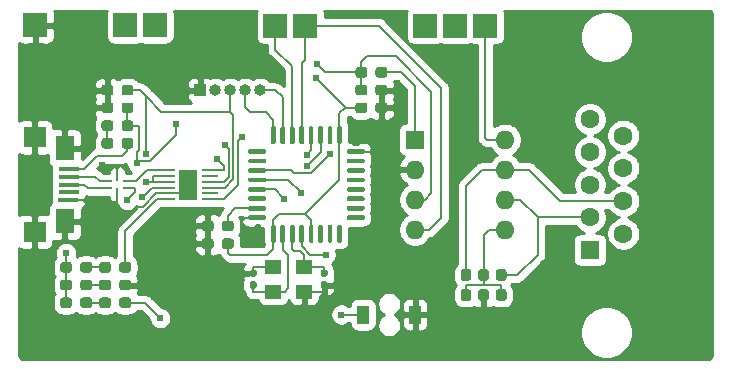
<source format=gtl>
G04 #@! TF.GenerationSoftware,KiCad,Pcbnew,(5.1.9-0-10_14)*
G04 #@! TF.CreationDate,2021-04-11T20:07:46+09:00*
G04 #@! TF.ProjectId,usbCAN,75736243-414e-42e6-9b69-6361645f7063,V1.0*
G04 #@! TF.SameCoordinates,Original*
G04 #@! TF.FileFunction,Copper,L1,Top*
G04 #@! TF.FilePolarity,Positive*
%FSLAX46Y46*%
G04 Gerber Fmt 4.6, Leading zero omitted, Abs format (unit mm)*
G04 Created by KiCad (PCBNEW (5.1.9-0-10_14)) date 2021-04-11 20:07:46*
%MOMM*%
%LPD*%
G01*
G04 APERTURE LIST*
G04 #@! TA.AperFunction,ComponentPad*
%ADD10R,2.000000X2.000000*%
G04 #@! TD*
G04 #@! TA.AperFunction,ComponentPad*
%ADD11R,1.600000X1.600000*%
G04 #@! TD*
G04 #@! TA.AperFunction,ComponentPad*
%ADD12C,1.600000*%
G04 #@! TD*
G04 #@! TA.AperFunction,SMDPad,CuDef*
%ADD13R,0.350000X0.150000*%
G04 #@! TD*
G04 #@! TA.AperFunction,SMDPad,CuDef*
%ADD14R,1.400000X0.150000*%
G04 #@! TD*
G04 #@! TA.AperFunction,SMDPad,CuDef*
%ADD15R,1.500000X2.500000*%
G04 #@! TD*
G04 #@! TA.AperFunction,ComponentPad*
%ADD16O,1.600000X1.600000*%
G04 #@! TD*
G04 #@! TA.AperFunction,SMDPad,CuDef*
%ADD17R,1.350000X1.200000*%
G04 #@! TD*
G04 #@! TA.AperFunction,SMDPad,CuDef*
%ADD18R,0.200000X0.700000*%
G04 #@! TD*
G04 #@! TA.AperFunction,SMDPad,CuDef*
%ADD19R,0.675000X0.200000*%
G04 #@! TD*
G04 #@! TA.AperFunction,SMDPad,CuDef*
%ADD20R,1.000000X1.600000*%
G04 #@! TD*
G04 #@! TA.AperFunction,ComponentPad*
%ADD21R,1.000000X1.000000*%
G04 #@! TD*
G04 #@! TA.AperFunction,ComponentPad*
%ADD22O,1.000000X1.000000*%
G04 #@! TD*
G04 #@! TA.AperFunction,SMDPad,CuDef*
%ADD23R,1.750000X0.300000*%
G04 #@! TD*
G04 #@! TA.AperFunction,SMDPad,CuDef*
%ADD24R,1.600000X2.100000*%
G04 #@! TD*
G04 #@! TA.AperFunction,SMDPad,CuDef*
%ADD25R,1.900000X1.800000*%
G04 #@! TD*
G04 #@! TA.AperFunction,ViaPad*
%ADD26C,0.609600*%
G04 #@! TD*
G04 #@! TA.AperFunction,Conductor*
%ADD27C,0.203200*%
G04 #@! TD*
G04 #@! TA.AperFunction,Conductor*
%ADD28C,0.254000*%
G04 #@! TD*
G04 #@! TA.AperFunction,Conductor*
%ADD29C,0.100000*%
G04 #@! TD*
G04 APERTURE END LIST*
D10*
X-27940000Y13500000D03*
G04 #@! TA.AperFunction,SMDPad,CuDef*
G36*
G01*
X-22350000Y3275000D02*
X-22350000Y3725000D01*
G75*
G02*
X-22125000Y3950000I225000J0D01*
G01*
X-21575000Y3950000D01*
G75*
G02*
X-21350000Y3725000I0J-225000D01*
G01*
X-21350000Y3275000D01*
G75*
G02*
X-21575000Y3050000I-225000J0D01*
G01*
X-22125000Y3050000D01*
G75*
G02*
X-22350000Y3275000I0J225000D01*
G01*
G37*
G04 #@! TD.AperFunction*
G04 #@! TA.AperFunction,SMDPad,CuDef*
G36*
G01*
X-20650000Y3275000D02*
X-20650000Y3725000D01*
G75*
G02*
X-20425000Y3950000I225000J0D01*
G01*
X-19875000Y3950000D01*
G75*
G02*
X-19650000Y3725000I0J-225000D01*
G01*
X-19650000Y3275000D01*
G75*
G02*
X-19875000Y3050000I-225000J0D01*
G01*
X-20425000Y3050000D01*
G75*
G02*
X-20650000Y3275000I0J225000D01*
G01*
G37*
G04 #@! TD.AperFunction*
D11*
X19000000Y-5540000D03*
D12*
X19000000Y-2770000D03*
X19000000Y0D03*
X19000000Y2770000D03*
X19000000Y5540000D03*
X21840000Y-4155000D03*
X21840000Y-1385000D03*
X21840000Y1385000D03*
X21840000Y4155000D03*
D13*
X-15925000Y-750000D03*
D14*
X-16800000Y1250000D03*
X-16800000Y750000D03*
X-16800000Y250000D03*
X-16800000Y-250000D03*
X-16800000Y-750000D03*
X-16800000Y-1250000D03*
X-13200000Y-1250000D03*
X-13200000Y-750000D03*
X-13200000Y-250000D03*
X-13200000Y250000D03*
X-13200000Y750000D03*
X-13200000Y1250000D03*
D15*
X-15000000Y0D03*
D11*
X4190000Y3810000D03*
D16*
X11810000Y-3810000D03*
X4190000Y1270000D03*
X11810000Y-1270000D03*
X4190000Y-1270000D03*
X11810000Y1270000D03*
X4190000Y-3810000D03*
X11810000Y3810000D03*
D17*
X-7800000Y-6950000D03*
X-5200000Y-6950000D03*
X-5200000Y-9050000D03*
X-7800000Y-9050000D03*
G04 #@! TA.AperFunction,SMDPad,CuDef*
G36*
G01*
X-8525000Y-3000000D02*
X-9825000Y-3000000D01*
G75*
G02*
X-9925000Y-2900000I0J100000D01*
G01*
X-9925000Y-2700000D01*
G75*
G02*
X-9825000Y-2600000I100000J0D01*
G01*
X-8525000Y-2600000D01*
G75*
G02*
X-8425000Y-2700000I0J-100000D01*
G01*
X-8425000Y-2900000D01*
G75*
G02*
X-8525000Y-3000000I-100000J0D01*
G01*
G37*
G04 #@! TD.AperFunction*
G04 #@! TA.AperFunction,SMDPad,CuDef*
G36*
G01*
X-8525000Y-2200000D02*
X-9825000Y-2200000D01*
G75*
G02*
X-9925000Y-2100000I0J100000D01*
G01*
X-9925000Y-1900000D01*
G75*
G02*
X-9825000Y-1800000I100000J0D01*
G01*
X-8525000Y-1800000D01*
G75*
G02*
X-8425000Y-1900000I0J-100000D01*
G01*
X-8425000Y-2100000D01*
G75*
G02*
X-8525000Y-2200000I-100000J0D01*
G01*
G37*
G04 #@! TD.AperFunction*
G04 #@! TA.AperFunction,SMDPad,CuDef*
G36*
G01*
X-8525000Y-1400000D02*
X-9825000Y-1400000D01*
G75*
G02*
X-9925000Y-1300000I0J100000D01*
G01*
X-9925000Y-1100000D01*
G75*
G02*
X-9825000Y-1000000I100000J0D01*
G01*
X-8525000Y-1000000D01*
G75*
G02*
X-8425000Y-1100000I0J-100000D01*
G01*
X-8425000Y-1300000D01*
G75*
G02*
X-8525000Y-1400000I-100000J0D01*
G01*
G37*
G04 #@! TD.AperFunction*
G04 #@! TA.AperFunction,SMDPad,CuDef*
G36*
G01*
X-8525000Y-600000D02*
X-9825000Y-600000D01*
G75*
G02*
X-9925000Y-500000I0J100000D01*
G01*
X-9925000Y-300000D01*
G75*
G02*
X-9825000Y-200000I100000J0D01*
G01*
X-8525000Y-200000D01*
G75*
G02*
X-8425000Y-300000I0J-100000D01*
G01*
X-8425000Y-500000D01*
G75*
G02*
X-8525000Y-600000I-100000J0D01*
G01*
G37*
G04 #@! TD.AperFunction*
G04 #@! TA.AperFunction,SMDPad,CuDef*
G36*
G01*
X-8525000Y200000D02*
X-9825000Y200000D01*
G75*
G02*
X-9925000Y300000I0J100000D01*
G01*
X-9925000Y500000D01*
G75*
G02*
X-9825000Y600000I100000J0D01*
G01*
X-8525000Y600000D01*
G75*
G02*
X-8425000Y500000I0J-100000D01*
G01*
X-8425000Y300000D01*
G75*
G02*
X-8525000Y200000I-100000J0D01*
G01*
G37*
G04 #@! TD.AperFunction*
G04 #@! TA.AperFunction,SMDPad,CuDef*
G36*
G01*
X-8525000Y1000000D02*
X-9825000Y1000000D01*
G75*
G02*
X-9925000Y1100000I0J100000D01*
G01*
X-9925000Y1300000D01*
G75*
G02*
X-9825000Y1400000I100000J0D01*
G01*
X-8525000Y1400000D01*
G75*
G02*
X-8425000Y1300000I0J-100000D01*
G01*
X-8425000Y1100000D01*
G75*
G02*
X-8525000Y1000000I-100000J0D01*
G01*
G37*
G04 #@! TD.AperFunction*
G04 #@! TA.AperFunction,SMDPad,CuDef*
G36*
G01*
X-8525000Y1800000D02*
X-9825000Y1800000D01*
G75*
G02*
X-9925000Y1900000I0J100000D01*
G01*
X-9925000Y2100000D01*
G75*
G02*
X-9825000Y2200000I100000J0D01*
G01*
X-8525000Y2200000D01*
G75*
G02*
X-8425000Y2100000I0J-100000D01*
G01*
X-8425000Y1900000D01*
G75*
G02*
X-8525000Y1800000I-100000J0D01*
G01*
G37*
G04 #@! TD.AperFunction*
G04 #@! TA.AperFunction,SMDPad,CuDef*
G36*
G01*
X-8525000Y2600000D02*
X-9825000Y2600000D01*
G75*
G02*
X-9925000Y2700000I0J100000D01*
G01*
X-9925000Y2900000D01*
G75*
G02*
X-9825000Y3000000I100000J0D01*
G01*
X-8525000Y3000000D01*
G75*
G02*
X-8425000Y2900000I0J-100000D01*
G01*
X-8425000Y2700000D01*
G75*
G02*
X-8525000Y2600000I-100000J0D01*
G01*
G37*
G04 #@! TD.AperFunction*
G04 #@! TA.AperFunction,SMDPad,CuDef*
G36*
G01*
X-7700000Y3425000D02*
X-7900000Y3425000D01*
G75*
G02*
X-8000000Y3525000I0J100000D01*
G01*
X-8000000Y4825000D01*
G75*
G02*
X-7900000Y4925000I100000J0D01*
G01*
X-7700000Y4925000D01*
G75*
G02*
X-7600000Y4825000I0J-100000D01*
G01*
X-7600000Y3525000D01*
G75*
G02*
X-7700000Y3425000I-100000J0D01*
G01*
G37*
G04 #@! TD.AperFunction*
G04 #@! TA.AperFunction,SMDPad,CuDef*
G36*
G01*
X-6900000Y3425000D02*
X-7100000Y3425000D01*
G75*
G02*
X-7200000Y3525000I0J100000D01*
G01*
X-7200000Y4825000D01*
G75*
G02*
X-7100000Y4925000I100000J0D01*
G01*
X-6900000Y4925000D01*
G75*
G02*
X-6800000Y4825000I0J-100000D01*
G01*
X-6800000Y3525000D01*
G75*
G02*
X-6900000Y3425000I-100000J0D01*
G01*
G37*
G04 #@! TD.AperFunction*
G04 #@! TA.AperFunction,SMDPad,CuDef*
G36*
G01*
X-6100000Y3425000D02*
X-6300000Y3425000D01*
G75*
G02*
X-6400000Y3525000I0J100000D01*
G01*
X-6400000Y4825000D01*
G75*
G02*
X-6300000Y4925000I100000J0D01*
G01*
X-6100000Y4925000D01*
G75*
G02*
X-6000000Y4825000I0J-100000D01*
G01*
X-6000000Y3525000D01*
G75*
G02*
X-6100000Y3425000I-100000J0D01*
G01*
G37*
G04 #@! TD.AperFunction*
G04 #@! TA.AperFunction,SMDPad,CuDef*
G36*
G01*
X-5300000Y3425000D02*
X-5500000Y3425000D01*
G75*
G02*
X-5600000Y3525000I0J100000D01*
G01*
X-5600000Y4825000D01*
G75*
G02*
X-5500000Y4925000I100000J0D01*
G01*
X-5300000Y4925000D01*
G75*
G02*
X-5200000Y4825000I0J-100000D01*
G01*
X-5200000Y3525000D01*
G75*
G02*
X-5300000Y3425000I-100000J0D01*
G01*
G37*
G04 #@! TD.AperFunction*
G04 #@! TA.AperFunction,SMDPad,CuDef*
G36*
G01*
X-4500000Y3425000D02*
X-4700000Y3425000D01*
G75*
G02*
X-4800000Y3525000I0J100000D01*
G01*
X-4800000Y4825000D01*
G75*
G02*
X-4700000Y4925000I100000J0D01*
G01*
X-4500000Y4925000D01*
G75*
G02*
X-4400000Y4825000I0J-100000D01*
G01*
X-4400000Y3525000D01*
G75*
G02*
X-4500000Y3425000I-100000J0D01*
G01*
G37*
G04 #@! TD.AperFunction*
G04 #@! TA.AperFunction,SMDPad,CuDef*
G36*
G01*
X-3700000Y3425000D02*
X-3900000Y3425000D01*
G75*
G02*
X-4000000Y3525000I0J100000D01*
G01*
X-4000000Y4825000D01*
G75*
G02*
X-3900000Y4925000I100000J0D01*
G01*
X-3700000Y4925000D01*
G75*
G02*
X-3600000Y4825000I0J-100000D01*
G01*
X-3600000Y3525000D01*
G75*
G02*
X-3700000Y3425000I-100000J0D01*
G01*
G37*
G04 #@! TD.AperFunction*
G04 #@! TA.AperFunction,SMDPad,CuDef*
G36*
G01*
X-2900000Y3425000D02*
X-3100000Y3425000D01*
G75*
G02*
X-3200000Y3525000I0J100000D01*
G01*
X-3200000Y4825000D01*
G75*
G02*
X-3100000Y4925000I100000J0D01*
G01*
X-2900000Y4925000D01*
G75*
G02*
X-2800000Y4825000I0J-100000D01*
G01*
X-2800000Y3525000D01*
G75*
G02*
X-2900000Y3425000I-100000J0D01*
G01*
G37*
G04 #@! TD.AperFunction*
G04 #@! TA.AperFunction,SMDPad,CuDef*
G36*
G01*
X-2100000Y3425000D02*
X-2300000Y3425000D01*
G75*
G02*
X-2400000Y3525000I0J100000D01*
G01*
X-2400000Y4825000D01*
G75*
G02*
X-2300000Y4925000I100000J0D01*
G01*
X-2100000Y4925000D01*
G75*
G02*
X-2000000Y4825000I0J-100000D01*
G01*
X-2000000Y3525000D01*
G75*
G02*
X-2100000Y3425000I-100000J0D01*
G01*
G37*
G04 #@! TD.AperFunction*
G04 #@! TA.AperFunction,SMDPad,CuDef*
G36*
G01*
X-175000Y2600000D02*
X-1475000Y2600000D01*
G75*
G02*
X-1575000Y2700000I0J100000D01*
G01*
X-1575000Y2900000D01*
G75*
G02*
X-1475000Y3000000I100000J0D01*
G01*
X-175000Y3000000D01*
G75*
G02*
X-75000Y2900000I0J-100000D01*
G01*
X-75000Y2700000D01*
G75*
G02*
X-175000Y2600000I-100000J0D01*
G01*
G37*
G04 #@! TD.AperFunction*
G04 #@! TA.AperFunction,SMDPad,CuDef*
G36*
G01*
X-175000Y1800000D02*
X-1475000Y1800000D01*
G75*
G02*
X-1575000Y1900000I0J100000D01*
G01*
X-1575000Y2100000D01*
G75*
G02*
X-1475000Y2200000I100000J0D01*
G01*
X-175000Y2200000D01*
G75*
G02*
X-75000Y2100000I0J-100000D01*
G01*
X-75000Y1900000D01*
G75*
G02*
X-175000Y1800000I-100000J0D01*
G01*
G37*
G04 #@! TD.AperFunction*
G04 #@! TA.AperFunction,SMDPad,CuDef*
G36*
G01*
X-175000Y1000000D02*
X-1475000Y1000000D01*
G75*
G02*
X-1575000Y1100000I0J100000D01*
G01*
X-1575000Y1300000D01*
G75*
G02*
X-1475000Y1400000I100000J0D01*
G01*
X-175000Y1400000D01*
G75*
G02*
X-75000Y1300000I0J-100000D01*
G01*
X-75000Y1100000D01*
G75*
G02*
X-175000Y1000000I-100000J0D01*
G01*
G37*
G04 #@! TD.AperFunction*
G04 #@! TA.AperFunction,SMDPad,CuDef*
G36*
G01*
X-175000Y200000D02*
X-1475000Y200000D01*
G75*
G02*
X-1575000Y300000I0J100000D01*
G01*
X-1575000Y500000D01*
G75*
G02*
X-1475000Y600000I100000J0D01*
G01*
X-175000Y600000D01*
G75*
G02*
X-75000Y500000I0J-100000D01*
G01*
X-75000Y300000D01*
G75*
G02*
X-175000Y200000I-100000J0D01*
G01*
G37*
G04 #@! TD.AperFunction*
G04 #@! TA.AperFunction,SMDPad,CuDef*
G36*
G01*
X-175000Y-600000D02*
X-1475000Y-600000D01*
G75*
G02*
X-1575000Y-500000I0J100000D01*
G01*
X-1575000Y-300000D01*
G75*
G02*
X-1475000Y-200000I100000J0D01*
G01*
X-175000Y-200000D01*
G75*
G02*
X-75000Y-300000I0J-100000D01*
G01*
X-75000Y-500000D01*
G75*
G02*
X-175000Y-600000I-100000J0D01*
G01*
G37*
G04 #@! TD.AperFunction*
G04 #@! TA.AperFunction,SMDPad,CuDef*
G36*
G01*
X-175000Y-1400000D02*
X-1475000Y-1400000D01*
G75*
G02*
X-1575000Y-1300000I0J100000D01*
G01*
X-1575000Y-1100000D01*
G75*
G02*
X-1475000Y-1000000I100000J0D01*
G01*
X-175000Y-1000000D01*
G75*
G02*
X-75000Y-1100000I0J-100000D01*
G01*
X-75000Y-1300000D01*
G75*
G02*
X-175000Y-1400000I-100000J0D01*
G01*
G37*
G04 #@! TD.AperFunction*
G04 #@! TA.AperFunction,SMDPad,CuDef*
G36*
G01*
X-175000Y-2200000D02*
X-1475000Y-2200000D01*
G75*
G02*
X-1575000Y-2100000I0J100000D01*
G01*
X-1575000Y-1900000D01*
G75*
G02*
X-1475000Y-1800000I100000J0D01*
G01*
X-175000Y-1800000D01*
G75*
G02*
X-75000Y-1900000I0J-100000D01*
G01*
X-75000Y-2100000D01*
G75*
G02*
X-175000Y-2200000I-100000J0D01*
G01*
G37*
G04 #@! TD.AperFunction*
G04 #@! TA.AperFunction,SMDPad,CuDef*
G36*
G01*
X-175000Y-3000000D02*
X-1475000Y-3000000D01*
G75*
G02*
X-1575000Y-2900000I0J100000D01*
G01*
X-1575000Y-2700000D01*
G75*
G02*
X-1475000Y-2600000I100000J0D01*
G01*
X-175000Y-2600000D01*
G75*
G02*
X-75000Y-2700000I0J-100000D01*
G01*
X-75000Y-2900000D01*
G75*
G02*
X-175000Y-3000000I-100000J0D01*
G01*
G37*
G04 #@! TD.AperFunction*
G04 #@! TA.AperFunction,SMDPad,CuDef*
G36*
G01*
X-2100000Y-4925000D02*
X-2300000Y-4925000D01*
G75*
G02*
X-2400000Y-4825000I0J100000D01*
G01*
X-2400000Y-3525000D01*
G75*
G02*
X-2300000Y-3425000I100000J0D01*
G01*
X-2100000Y-3425000D01*
G75*
G02*
X-2000000Y-3525000I0J-100000D01*
G01*
X-2000000Y-4825000D01*
G75*
G02*
X-2100000Y-4925000I-100000J0D01*
G01*
G37*
G04 #@! TD.AperFunction*
G04 #@! TA.AperFunction,SMDPad,CuDef*
G36*
G01*
X-2900000Y-4925000D02*
X-3100000Y-4925000D01*
G75*
G02*
X-3200000Y-4825000I0J100000D01*
G01*
X-3200000Y-3525000D01*
G75*
G02*
X-3100000Y-3425000I100000J0D01*
G01*
X-2900000Y-3425000D01*
G75*
G02*
X-2800000Y-3525000I0J-100000D01*
G01*
X-2800000Y-4825000D01*
G75*
G02*
X-2900000Y-4925000I-100000J0D01*
G01*
G37*
G04 #@! TD.AperFunction*
G04 #@! TA.AperFunction,SMDPad,CuDef*
G36*
G01*
X-3700000Y-4925000D02*
X-3900000Y-4925000D01*
G75*
G02*
X-4000000Y-4825000I0J100000D01*
G01*
X-4000000Y-3525000D01*
G75*
G02*
X-3900000Y-3425000I100000J0D01*
G01*
X-3700000Y-3425000D01*
G75*
G02*
X-3600000Y-3525000I0J-100000D01*
G01*
X-3600000Y-4825000D01*
G75*
G02*
X-3700000Y-4925000I-100000J0D01*
G01*
G37*
G04 #@! TD.AperFunction*
G04 #@! TA.AperFunction,SMDPad,CuDef*
G36*
G01*
X-4500000Y-4925000D02*
X-4700000Y-4925000D01*
G75*
G02*
X-4800000Y-4825000I0J100000D01*
G01*
X-4800000Y-3525000D01*
G75*
G02*
X-4700000Y-3425000I100000J0D01*
G01*
X-4500000Y-3425000D01*
G75*
G02*
X-4400000Y-3525000I0J-100000D01*
G01*
X-4400000Y-4825000D01*
G75*
G02*
X-4500000Y-4925000I-100000J0D01*
G01*
G37*
G04 #@! TD.AperFunction*
G04 #@! TA.AperFunction,SMDPad,CuDef*
G36*
G01*
X-5300000Y-4925000D02*
X-5500000Y-4925000D01*
G75*
G02*
X-5600000Y-4825000I0J100000D01*
G01*
X-5600000Y-3525000D01*
G75*
G02*
X-5500000Y-3425000I100000J0D01*
G01*
X-5300000Y-3425000D01*
G75*
G02*
X-5200000Y-3525000I0J-100000D01*
G01*
X-5200000Y-4825000D01*
G75*
G02*
X-5300000Y-4925000I-100000J0D01*
G01*
G37*
G04 #@! TD.AperFunction*
G04 #@! TA.AperFunction,SMDPad,CuDef*
G36*
G01*
X-6100000Y-4925000D02*
X-6300000Y-4925000D01*
G75*
G02*
X-6400000Y-4825000I0J100000D01*
G01*
X-6400000Y-3525000D01*
G75*
G02*
X-6300000Y-3425000I100000J0D01*
G01*
X-6100000Y-3425000D01*
G75*
G02*
X-6000000Y-3525000I0J-100000D01*
G01*
X-6000000Y-4825000D01*
G75*
G02*
X-6100000Y-4925000I-100000J0D01*
G01*
G37*
G04 #@! TD.AperFunction*
G04 #@! TA.AperFunction,SMDPad,CuDef*
G36*
G01*
X-6900000Y-4925000D02*
X-7100000Y-4925000D01*
G75*
G02*
X-7200000Y-4825000I0J100000D01*
G01*
X-7200000Y-3525000D01*
G75*
G02*
X-7100000Y-3425000I100000J0D01*
G01*
X-6900000Y-3425000D01*
G75*
G02*
X-6800000Y-3525000I0J-100000D01*
G01*
X-6800000Y-4825000D01*
G75*
G02*
X-6900000Y-4925000I-100000J0D01*
G01*
G37*
G04 #@! TD.AperFunction*
G04 #@! TA.AperFunction,SMDPad,CuDef*
G36*
G01*
X-7700000Y-4925000D02*
X-7900000Y-4925000D01*
G75*
G02*
X-8000000Y-4825000I0J100000D01*
G01*
X-8000000Y-3525000D01*
G75*
G02*
X-7900000Y-3425000I100000J0D01*
G01*
X-7700000Y-3425000D01*
G75*
G02*
X-7600000Y-3525000I0J-100000D01*
G01*
X-7600000Y-4825000D01*
G75*
G02*
X-7700000Y-4925000I-100000J0D01*
G01*
G37*
G04 #@! TD.AperFunction*
D18*
X-21000000Y-650000D03*
D19*
X-20212500Y-275000D03*
X-20212500Y275000D03*
D18*
X-21000000Y650000D03*
D19*
X-21787500Y275000D03*
X-21787500Y-275000D03*
D10*
X10160000Y13470000D03*
X-5080000Y13470000D03*
X-7620000Y13470000D03*
X-17800000Y13500000D03*
X-20320000Y13500000D03*
X7620000Y13470000D03*
X5080000Y13470000D03*
D20*
X-200000Y-11000000D03*
X4200000Y-11000000D03*
G04 #@! TA.AperFunction,SMDPad,CuDef*
G36*
G01*
X-11150000Y-3275000D02*
X-11150000Y-3725000D01*
G75*
G02*
X-11375000Y-3950000I-225000J0D01*
G01*
X-11925000Y-3950000D01*
G75*
G02*
X-12150000Y-3725000I0J225000D01*
G01*
X-12150000Y-3275000D01*
G75*
G02*
X-11925000Y-3050000I225000J0D01*
G01*
X-11375000Y-3050000D01*
G75*
G02*
X-11150000Y-3275000I0J-225000D01*
G01*
G37*
G04 #@! TD.AperFunction*
G04 #@! TA.AperFunction,SMDPad,CuDef*
G36*
G01*
X-12850000Y-3275000D02*
X-12850000Y-3725000D01*
G75*
G02*
X-13075000Y-3950000I-225000J0D01*
G01*
X-13625000Y-3950000D01*
G75*
G02*
X-13850000Y-3725000I0J225000D01*
G01*
X-13850000Y-3275000D01*
G75*
G02*
X-13625000Y-3050000I225000J0D01*
G01*
X-13075000Y-3050000D01*
G75*
G02*
X-12850000Y-3275000I0J-225000D01*
G01*
G37*
G04 #@! TD.AperFunction*
G04 #@! TA.AperFunction,SMDPad,CuDef*
G36*
G01*
X-23150000Y-9775000D02*
X-23150000Y-10225000D01*
G75*
G02*
X-23375000Y-10450000I-225000J0D01*
G01*
X-23925000Y-10450000D01*
G75*
G02*
X-24150000Y-10225000I0J225000D01*
G01*
X-24150000Y-9775000D01*
G75*
G02*
X-23925000Y-9550000I225000J0D01*
G01*
X-23375000Y-9550000D01*
G75*
G02*
X-23150000Y-9775000I0J-225000D01*
G01*
G37*
G04 #@! TD.AperFunction*
G04 #@! TA.AperFunction,SMDPad,CuDef*
G36*
G01*
X-24850000Y-9775000D02*
X-24850000Y-10225000D01*
G75*
G02*
X-25075000Y-10450000I-225000J0D01*
G01*
X-25625000Y-10450000D01*
G75*
G02*
X-25850000Y-10225000I0J225000D01*
G01*
X-25850000Y-9775000D01*
G75*
G02*
X-25625000Y-9550000I225000J0D01*
G01*
X-25075000Y-9550000D01*
G75*
G02*
X-24850000Y-9775000I0J-225000D01*
G01*
G37*
G04 #@! TD.AperFunction*
G04 #@! TA.AperFunction,SMDPad,CuDef*
G36*
G01*
X-23150000Y-8275000D02*
X-23150000Y-8725000D01*
G75*
G02*
X-23375000Y-8950000I-225000J0D01*
G01*
X-23925000Y-8950000D01*
G75*
G02*
X-24150000Y-8725000I0J225000D01*
G01*
X-24150000Y-8275000D01*
G75*
G02*
X-23925000Y-8050000I225000J0D01*
G01*
X-23375000Y-8050000D01*
G75*
G02*
X-23150000Y-8275000I0J-225000D01*
G01*
G37*
G04 #@! TD.AperFunction*
G04 #@! TA.AperFunction,SMDPad,CuDef*
G36*
G01*
X-24850000Y-8275000D02*
X-24850000Y-8725000D01*
G75*
G02*
X-25075000Y-8950000I-225000J0D01*
G01*
X-25625000Y-8950000D01*
G75*
G02*
X-25850000Y-8725000I0J225000D01*
G01*
X-25850000Y-8275000D01*
G75*
G02*
X-25625000Y-8050000I225000J0D01*
G01*
X-25075000Y-8050000D01*
G75*
G02*
X-24850000Y-8275000I0J-225000D01*
G01*
G37*
G04 #@! TD.AperFunction*
G04 #@! TA.AperFunction,SMDPad,CuDef*
G36*
G01*
X11725000Y-9850000D02*
X11275000Y-9850000D01*
G75*
G02*
X11050000Y-9625000I0J225000D01*
G01*
X11050000Y-9075000D01*
G75*
G02*
X11275000Y-8850000I225000J0D01*
G01*
X11725000Y-8850000D01*
G75*
G02*
X11950000Y-9075000I0J-225000D01*
G01*
X11950000Y-9625000D01*
G75*
G02*
X11725000Y-9850000I-225000J0D01*
G01*
G37*
G04 #@! TD.AperFunction*
G04 #@! TA.AperFunction,SMDPad,CuDef*
G36*
G01*
X11725000Y-8150000D02*
X11275000Y-8150000D01*
G75*
G02*
X11050000Y-7925000I0J225000D01*
G01*
X11050000Y-7375000D01*
G75*
G02*
X11275000Y-7150000I225000J0D01*
G01*
X11725000Y-7150000D01*
G75*
G02*
X11950000Y-7375000I0J-225000D01*
G01*
X11950000Y-7925000D01*
G75*
G02*
X11725000Y-8150000I-225000J0D01*
G01*
G37*
G04 #@! TD.AperFunction*
G04 #@! TA.AperFunction,SMDPad,CuDef*
G36*
G01*
X8275000Y-7150000D02*
X8725000Y-7150000D01*
G75*
G02*
X8950000Y-7375000I0J-225000D01*
G01*
X8950000Y-7925000D01*
G75*
G02*
X8725000Y-8150000I-225000J0D01*
G01*
X8275000Y-8150000D01*
G75*
G02*
X8050000Y-7925000I0J225000D01*
G01*
X8050000Y-7375000D01*
G75*
G02*
X8275000Y-7150000I225000J0D01*
G01*
G37*
G04 #@! TD.AperFunction*
G04 #@! TA.AperFunction,SMDPad,CuDef*
G36*
G01*
X8275000Y-8850000D02*
X8725000Y-8850000D01*
G75*
G02*
X8950000Y-9075000I0J-225000D01*
G01*
X8950000Y-9625000D01*
G75*
G02*
X8725000Y-9850000I-225000J0D01*
G01*
X8275000Y-9850000D01*
G75*
G02*
X8050000Y-9625000I0J225000D01*
G01*
X8050000Y-9075000D01*
G75*
G02*
X8275000Y-8850000I225000J0D01*
G01*
G37*
G04 #@! TD.AperFunction*
G04 #@! TA.AperFunction,SMDPad,CuDef*
G36*
G01*
X1850000Y9725000D02*
X1850000Y9275000D01*
G75*
G02*
X1625000Y9050000I-225000J0D01*
G01*
X1075000Y9050000D01*
G75*
G02*
X850000Y9275000I0J225000D01*
G01*
X850000Y9725000D01*
G75*
G02*
X1075000Y9950000I225000J0D01*
G01*
X1625000Y9950000D01*
G75*
G02*
X1850000Y9725000I0J-225000D01*
G01*
G37*
G04 #@! TD.AperFunction*
G04 #@! TA.AperFunction,SMDPad,CuDef*
G36*
G01*
X150000Y9725000D02*
X150000Y9275000D01*
G75*
G02*
X-75000Y9050000I-225000J0D01*
G01*
X-625000Y9050000D01*
G75*
G02*
X-850000Y9275000I0J225000D01*
G01*
X-850000Y9725000D01*
G75*
G02*
X-625000Y9950000I225000J0D01*
G01*
X-75000Y9950000D01*
G75*
G02*
X150000Y9725000I0J-225000D01*
G01*
G37*
G04 #@! TD.AperFunction*
G04 #@! TA.AperFunction,SMDPad,CuDef*
G36*
G01*
X-23150000Y-6775000D02*
X-23150000Y-7225000D01*
G75*
G02*
X-23375000Y-7450000I-225000J0D01*
G01*
X-23925000Y-7450000D01*
G75*
G02*
X-24150000Y-7225000I0J225000D01*
G01*
X-24150000Y-6775000D01*
G75*
G02*
X-23925000Y-6550000I225000J0D01*
G01*
X-23375000Y-6550000D01*
G75*
G02*
X-23150000Y-6775000I0J-225000D01*
G01*
G37*
G04 #@! TD.AperFunction*
G04 #@! TA.AperFunction,SMDPad,CuDef*
G36*
G01*
X-24850000Y-6775000D02*
X-24850000Y-7225000D01*
G75*
G02*
X-25075000Y-7450000I-225000J0D01*
G01*
X-25625000Y-7450000D01*
G75*
G02*
X-25850000Y-7225000I0J225000D01*
G01*
X-25850000Y-6775000D01*
G75*
G02*
X-25625000Y-6550000I225000J0D01*
G01*
X-25075000Y-6550000D01*
G75*
G02*
X-24850000Y-6775000I0J-225000D01*
G01*
G37*
G04 #@! TD.AperFunction*
G04 #@! TA.AperFunction,SMDPad,CuDef*
G36*
G01*
X-19650000Y5225000D02*
X-19650000Y4775000D01*
G75*
G02*
X-19875000Y4550000I-225000J0D01*
G01*
X-20425000Y4550000D01*
G75*
G02*
X-20650000Y4775000I0J225000D01*
G01*
X-20650000Y5225000D01*
G75*
G02*
X-20425000Y5450000I225000J0D01*
G01*
X-19875000Y5450000D01*
G75*
G02*
X-19650000Y5225000I0J-225000D01*
G01*
G37*
G04 #@! TD.AperFunction*
G04 #@! TA.AperFunction,SMDPad,CuDef*
G36*
G01*
X-21350000Y5225000D02*
X-21350000Y4775000D01*
G75*
G02*
X-21575000Y4550000I-225000J0D01*
G01*
X-22125000Y4550000D01*
G75*
G02*
X-22350000Y4775000I0J225000D01*
G01*
X-22350000Y5225000D01*
G75*
G02*
X-22125000Y5450000I225000J0D01*
G01*
X-21575000Y5450000D01*
G75*
G02*
X-21350000Y5225000I0J-225000D01*
G01*
G37*
G04 #@! TD.AperFunction*
D21*
X-14000000Y8000000D03*
D22*
X-12730000Y8000000D03*
X-11460000Y8000000D03*
X-10190000Y8000000D03*
X-8920000Y8000000D03*
D23*
X-25125000Y1300000D03*
X-25125000Y650000D03*
X-25125000Y0D03*
X-25125000Y-650000D03*
X-25150000Y-1300000D03*
D24*
X-25450000Y3100000D03*
X-25450000Y-3100000D03*
D25*
X-28000000Y4000000D03*
X-28000000Y-4000000D03*
G04 #@! TA.AperFunction,SMDPad,CuDef*
G36*
G01*
X-19850000Y-9775000D02*
X-19850000Y-10225000D01*
G75*
G02*
X-20075000Y-10450000I-225000J0D01*
G01*
X-20625000Y-10450000D01*
G75*
G02*
X-20850000Y-10225000I0J225000D01*
G01*
X-20850000Y-9775000D01*
G75*
G02*
X-20625000Y-9550000I225000J0D01*
G01*
X-20075000Y-9550000D01*
G75*
G02*
X-19850000Y-9775000I0J-225000D01*
G01*
G37*
G04 #@! TD.AperFunction*
G04 #@! TA.AperFunction,SMDPad,CuDef*
G36*
G01*
X-21550000Y-9775000D02*
X-21550000Y-10225000D01*
G75*
G02*
X-21775000Y-10450000I-225000J0D01*
G01*
X-22325000Y-10450000D01*
G75*
G02*
X-22550000Y-10225000I0J225000D01*
G01*
X-22550000Y-9775000D01*
G75*
G02*
X-22325000Y-9550000I225000J0D01*
G01*
X-21775000Y-9550000D01*
G75*
G02*
X-21550000Y-9775000I0J-225000D01*
G01*
G37*
G04 #@! TD.AperFunction*
G04 #@! TA.AperFunction,SMDPad,CuDef*
G36*
G01*
X-19850000Y-8275000D02*
X-19850000Y-8725000D01*
G75*
G02*
X-20075000Y-8950000I-225000J0D01*
G01*
X-20625000Y-8950000D01*
G75*
G02*
X-20850000Y-8725000I0J225000D01*
G01*
X-20850000Y-8275000D01*
G75*
G02*
X-20625000Y-8050000I225000J0D01*
G01*
X-20075000Y-8050000D01*
G75*
G02*
X-19850000Y-8275000I0J-225000D01*
G01*
G37*
G04 #@! TD.AperFunction*
G04 #@! TA.AperFunction,SMDPad,CuDef*
G36*
G01*
X-21550000Y-8275000D02*
X-21550000Y-8725000D01*
G75*
G02*
X-21775000Y-8950000I-225000J0D01*
G01*
X-22325000Y-8950000D01*
G75*
G02*
X-22550000Y-8725000I0J225000D01*
G01*
X-22550000Y-8275000D01*
G75*
G02*
X-22325000Y-8050000I225000J0D01*
G01*
X-21775000Y-8050000D01*
G75*
G02*
X-21550000Y-8275000I0J-225000D01*
G01*
G37*
G04 #@! TD.AperFunction*
G04 #@! TA.AperFunction,SMDPad,CuDef*
G36*
G01*
X-19850000Y-6775000D02*
X-19850000Y-7225000D01*
G75*
G02*
X-20075000Y-7450000I-225000J0D01*
G01*
X-20625000Y-7450000D01*
G75*
G02*
X-20850000Y-7225000I0J225000D01*
G01*
X-20850000Y-6775000D01*
G75*
G02*
X-20625000Y-6550000I225000J0D01*
G01*
X-20075000Y-6550000D01*
G75*
G02*
X-19850000Y-6775000I0J-225000D01*
G01*
G37*
G04 #@! TD.AperFunction*
G04 #@! TA.AperFunction,SMDPad,CuDef*
G36*
G01*
X-21550000Y-6775000D02*
X-21550000Y-7225000D01*
G75*
G02*
X-21775000Y-7450000I-225000J0D01*
G01*
X-22325000Y-7450000D01*
G75*
G02*
X-22550000Y-7225000I0J225000D01*
G01*
X-22550000Y-6775000D01*
G75*
G02*
X-22325000Y-6550000I225000J0D01*
G01*
X-21775000Y-6550000D01*
G75*
G02*
X-21550000Y-6775000I0J-225000D01*
G01*
G37*
G04 #@! TD.AperFunction*
G04 #@! TA.AperFunction,SMDPad,CuDef*
G36*
G01*
X1850000Y6725000D02*
X1850000Y6275000D01*
G75*
G02*
X1625000Y6050000I-225000J0D01*
G01*
X1075000Y6050000D01*
G75*
G02*
X850000Y6275000I0J225000D01*
G01*
X850000Y6725000D01*
G75*
G02*
X1075000Y6950000I225000J0D01*
G01*
X1625000Y6950000D01*
G75*
G02*
X1850000Y6725000I0J-225000D01*
G01*
G37*
G04 #@! TD.AperFunction*
G04 #@! TA.AperFunction,SMDPad,CuDef*
G36*
G01*
X150000Y6725000D02*
X150000Y6275000D01*
G75*
G02*
X-75000Y6050000I-225000J0D01*
G01*
X-625000Y6050000D01*
G75*
G02*
X-850000Y6275000I0J225000D01*
G01*
X-850000Y6725000D01*
G75*
G02*
X-625000Y6950000I225000J0D01*
G01*
X-75000Y6950000D01*
G75*
G02*
X150000Y6725000I0J-225000D01*
G01*
G37*
G04 #@! TD.AperFunction*
G04 #@! TA.AperFunction,SMDPad,CuDef*
G36*
G01*
X-13850000Y-5225000D02*
X-13850000Y-4775000D01*
G75*
G02*
X-13625000Y-4550000I225000J0D01*
G01*
X-13075000Y-4550000D01*
G75*
G02*
X-12850000Y-4775000I0J-225000D01*
G01*
X-12850000Y-5225000D01*
G75*
G02*
X-13075000Y-5450000I-225000J0D01*
G01*
X-13625000Y-5450000D01*
G75*
G02*
X-13850000Y-5225000I0J225000D01*
G01*
G37*
G04 #@! TD.AperFunction*
G04 #@! TA.AperFunction,SMDPad,CuDef*
G36*
G01*
X-12150000Y-5225000D02*
X-12150000Y-4775000D01*
G75*
G02*
X-11925000Y-4550000I225000J0D01*
G01*
X-11375000Y-4550000D01*
G75*
G02*
X-11150000Y-4775000I0J-225000D01*
G01*
X-11150000Y-5225000D01*
G75*
G02*
X-11375000Y-5450000I-225000J0D01*
G01*
X-11925000Y-5450000D01*
G75*
G02*
X-12150000Y-5225000I0J225000D01*
G01*
G37*
G04 #@! TD.AperFunction*
G04 #@! TA.AperFunction,SMDPad,CuDef*
G36*
G01*
X-3350000Y-8800000D02*
X-3650000Y-8800000D01*
G75*
G02*
X-3800000Y-8650000I0J150000D01*
G01*
X-3800000Y-8350000D01*
G75*
G02*
X-3650000Y-8200000I150000J0D01*
G01*
X-3350000Y-8200000D01*
G75*
G02*
X-3200000Y-8350000I0J-150000D01*
G01*
X-3200000Y-8650000D01*
G75*
G02*
X-3350000Y-8800000I-150000J0D01*
G01*
G37*
G04 #@! TD.AperFunction*
G04 #@! TA.AperFunction,SMDPad,CuDef*
G36*
G01*
X-3350000Y-7800000D02*
X-3650000Y-7800000D01*
G75*
G02*
X-3800000Y-7650000I0J150000D01*
G01*
X-3800000Y-7350000D01*
G75*
G02*
X-3650000Y-7200000I150000J0D01*
G01*
X-3350000Y-7200000D01*
G75*
G02*
X-3200000Y-7350000I0J-150000D01*
G01*
X-3200000Y-7650000D01*
G75*
G02*
X-3350000Y-7800000I-150000J0D01*
G01*
G37*
G04 #@! TD.AperFunction*
G04 #@! TA.AperFunction,SMDPad,CuDef*
G36*
G01*
X-9650000Y-7200000D02*
X-9350000Y-7200000D01*
G75*
G02*
X-9200000Y-7350000I0J-150000D01*
G01*
X-9200000Y-7650000D01*
G75*
G02*
X-9350000Y-7800000I-150000J0D01*
G01*
X-9650000Y-7800000D01*
G75*
G02*
X-9800000Y-7650000I0J150000D01*
G01*
X-9800000Y-7350000D01*
G75*
G02*
X-9650000Y-7200000I150000J0D01*
G01*
G37*
G04 #@! TD.AperFunction*
G04 #@! TA.AperFunction,SMDPad,CuDef*
G36*
G01*
X-9650000Y-8200000D02*
X-9350000Y-8200000D01*
G75*
G02*
X-9200000Y-8350000I0J-150000D01*
G01*
X-9200000Y-8650000D01*
G75*
G02*
X-9350000Y-8800000I-150000J0D01*
G01*
X-9650000Y-8800000D01*
G75*
G02*
X-9800000Y-8650000I0J150000D01*
G01*
X-9800000Y-8350000D01*
G75*
G02*
X-9650000Y-8200000I150000J0D01*
G01*
G37*
G04 #@! TD.AperFunction*
G04 #@! TA.AperFunction,SMDPad,CuDef*
G36*
G01*
X10225000Y-9850000D02*
X9775000Y-9850000D01*
G75*
G02*
X9550000Y-9625000I0J225000D01*
G01*
X9550000Y-9075000D01*
G75*
G02*
X9775000Y-8850000I225000J0D01*
G01*
X10225000Y-8850000D01*
G75*
G02*
X10450000Y-9075000I0J-225000D01*
G01*
X10450000Y-9625000D01*
G75*
G02*
X10225000Y-9850000I-225000J0D01*
G01*
G37*
G04 #@! TD.AperFunction*
G04 #@! TA.AperFunction,SMDPad,CuDef*
G36*
G01*
X10225000Y-8150000D02*
X9775000Y-8150000D01*
G75*
G02*
X9550000Y-7925000I0J225000D01*
G01*
X9550000Y-7375000D01*
G75*
G02*
X9775000Y-7150000I225000J0D01*
G01*
X10225000Y-7150000D01*
G75*
G02*
X10450000Y-7375000I0J-225000D01*
G01*
X10450000Y-7925000D01*
G75*
G02*
X10225000Y-8150000I-225000J0D01*
G01*
G37*
G04 #@! TD.AperFunction*
G04 #@! TA.AperFunction,SMDPad,CuDef*
G36*
G01*
X1850000Y8225000D02*
X1850000Y7775000D01*
G75*
G02*
X1625000Y7550000I-225000J0D01*
G01*
X1075000Y7550000D01*
G75*
G02*
X850000Y7775000I0J225000D01*
G01*
X850000Y8225000D01*
G75*
G02*
X1075000Y8450000I225000J0D01*
G01*
X1625000Y8450000D01*
G75*
G02*
X1850000Y8225000I0J-225000D01*
G01*
G37*
G04 #@! TD.AperFunction*
G04 #@! TA.AperFunction,SMDPad,CuDef*
G36*
G01*
X150000Y8225000D02*
X150000Y7775000D01*
G75*
G02*
X-75000Y7550000I-225000J0D01*
G01*
X-625000Y7550000D01*
G75*
G02*
X-850000Y7775000I0J225000D01*
G01*
X-850000Y8225000D01*
G75*
G02*
X-625000Y8450000I225000J0D01*
G01*
X-75000Y8450000D01*
G75*
G02*
X150000Y8225000I0J-225000D01*
G01*
G37*
G04 #@! TD.AperFunction*
G04 #@! TA.AperFunction,SMDPad,CuDef*
G36*
G01*
X-22350000Y7775000D02*
X-22350000Y8225000D01*
G75*
G02*
X-22125000Y8450000I225000J0D01*
G01*
X-21575000Y8450000D01*
G75*
G02*
X-21350000Y8225000I0J-225000D01*
G01*
X-21350000Y7775000D01*
G75*
G02*
X-21575000Y7550000I-225000J0D01*
G01*
X-22125000Y7550000D01*
G75*
G02*
X-22350000Y7775000I0J225000D01*
G01*
G37*
G04 #@! TD.AperFunction*
G04 #@! TA.AperFunction,SMDPad,CuDef*
G36*
G01*
X-20650000Y7775000D02*
X-20650000Y8225000D01*
G75*
G02*
X-20425000Y8450000I225000J0D01*
G01*
X-19875000Y8450000D01*
G75*
G02*
X-19650000Y8225000I0J-225000D01*
G01*
X-19650000Y7775000D01*
G75*
G02*
X-19875000Y7550000I-225000J0D01*
G01*
X-20425000Y7550000D01*
G75*
G02*
X-20650000Y7775000I0J225000D01*
G01*
G37*
G04 #@! TD.AperFunction*
G04 #@! TA.AperFunction,SMDPad,CuDef*
G36*
G01*
X-22350000Y6275000D02*
X-22350000Y6725000D01*
G75*
G02*
X-22125000Y6950000I225000J0D01*
G01*
X-21575000Y6950000D01*
G75*
G02*
X-21350000Y6725000I0J-225000D01*
G01*
X-21350000Y6275000D01*
G75*
G02*
X-21575000Y6050000I-225000J0D01*
G01*
X-22125000Y6050000D01*
G75*
G02*
X-22350000Y6275000I0J225000D01*
G01*
G37*
G04 #@! TD.AperFunction*
G04 #@! TA.AperFunction,SMDPad,CuDef*
G36*
G01*
X-20650000Y6275000D02*
X-20650000Y6725000D01*
G75*
G02*
X-20425000Y6950000I225000J0D01*
G01*
X-19875000Y6950000D01*
G75*
G02*
X-19650000Y6725000I0J-225000D01*
G01*
X-19650000Y6275000D01*
G75*
G02*
X-19875000Y6050000I-225000J0D01*
G01*
X-20425000Y6050000D01*
G75*
G02*
X-20650000Y6275000I0J225000D01*
G01*
G37*
G04 #@! TD.AperFunction*
D26*
X-9670000Y-4440000D03*
X-11670000Y-8990000D03*
X-22340000Y1620000D03*
X-25850000Y9960000D03*
X-13500000Y11500000D03*
X-25610000Y-12760000D03*
X-2000000Y-13500000D03*
X25000000Y-10000000D03*
X25000000Y0D03*
X25000000Y10000000D03*
X15000000Y10000000D03*
X15000000Y-10000000D03*
X-18890000Y-1030000D03*
X-25340000Y-5770000D03*
X-4110000Y10220000D03*
X-16070000Y5170000D03*
X-19300000Y1800000D03*
X-18600000Y250000D03*
X-18560000Y2630000D03*
X-4210000Y9030000D03*
X-17370000Y-11320000D03*
X-6910000Y-1180000D03*
X-3360000Y-5930000D03*
X-5490000Y-720000D03*
X-2030000Y-11000000D03*
X-11910000Y3320000D03*
X-4940000Y1580000D03*
X-10410000Y4050000D03*
X-4960000Y2540000D03*
X-2970000Y2590000D03*
X-20160000Y-1310000D03*
X-12550000Y2160000D03*
D27*
X-28000000Y4000000D02*
X-28000000Y-4000000D01*
X-25150000Y-1300000D02*
X-23800000Y-1300000D01*
X-21000000Y-650000D02*
X-21000000Y-1500000D01*
X-23600000Y-1500000D02*
X-23800000Y-1300000D01*
X-21000000Y-1500000D02*
X-23600000Y-1500000D01*
X-21850000Y8000000D02*
X-21850000Y6500000D01*
X-5200000Y-9050000D02*
X-3510000Y-9050000D01*
X-3500000Y-9040000D02*
X-3500000Y-8500000D01*
X-3510000Y-9050000D02*
X-3500000Y-9040000D01*
X-7800000Y-6950000D02*
X-9500000Y-6950000D01*
X-9500000Y-6950000D02*
X-9500000Y-7500000D01*
X1350000Y8000000D02*
X1350000Y6500000D01*
X10000000Y-9350000D02*
X10000000Y-10300000D01*
X9300000Y-11000000D02*
X10000000Y-10300000D01*
X4200000Y-11000000D02*
X9300000Y-11000000D01*
X-13350000Y-3500000D02*
X-13350000Y-5000000D01*
X-28000000Y4000000D02*
X-28000000Y5430000D01*
X-28000000Y5430000D02*
X-27580000Y5850000D01*
X-27580000Y5850000D02*
X-25850000Y5850000D01*
X-25450000Y5450000D02*
X-25450000Y3100000D01*
X-25850000Y5850000D02*
X-25450000Y5450000D01*
X-28000000Y-4000000D02*
X-28000000Y-5300000D01*
X-28000000Y-5300000D02*
X-27590000Y-5710000D01*
X-24400000Y6500000D02*
X-25450000Y5450000D01*
X-21850000Y6500000D02*
X-24400000Y6500000D01*
X-21000000Y-1940000D02*
X-21000000Y-2820000D01*
X-21000000Y-1500000D02*
X-21000000Y-1940000D01*
X-13350000Y-9960000D02*
X-16150000Y-12760000D01*
X-16150000Y-12760000D02*
X-25610000Y-12760000D01*
X-27590000Y-10780000D02*
X-27590000Y-5710000D01*
X-25610000Y-12760000D02*
X-27590000Y-10780000D01*
X-13420000Y-8500000D02*
X-13350000Y-8430000D01*
X-20350000Y-8500000D02*
X-13420000Y-8500000D01*
X-13350000Y-8430000D02*
X-13350000Y-9960000D01*
X-13290000Y-7500000D02*
X-13350000Y-7560000D01*
X-9500000Y-7500000D02*
X-13290000Y-7500000D01*
X-13350000Y-7560000D02*
X-13350000Y-8430000D01*
X-13350000Y-5000000D02*
X-13350000Y-7560000D01*
X-3510000Y-9050000D02*
X-3510000Y-10000000D01*
X-3510000Y-10000000D02*
X-4510000Y-11000000D01*
X-12310000Y-11000000D02*
X-13350000Y-9960000D01*
X-4510000Y-11000000D02*
X-12310000Y-11000000D01*
X9300000Y-11000000D02*
X9300000Y-11840000D01*
X9300000Y-11840000D02*
X7490000Y-13650000D01*
X-1860000Y-13650000D02*
X-4510000Y-11000000D01*
X7490000Y-13650000D02*
X-1860000Y-13650000D01*
X-9175000Y-2800000D02*
X-10380000Y-2800000D01*
X-10380000Y-2800000D02*
X-10560000Y-2980000D01*
X-10560000Y-3550000D02*
X-9670000Y-4440000D01*
X-10560000Y-2980000D02*
X-10560000Y-3550000D01*
X1350000Y6500000D02*
X1350000Y2820000D01*
X1330000Y2800000D02*
X-825000Y2800000D01*
X1350000Y2820000D02*
X1330000Y2800000D01*
X2900000Y1270000D02*
X1350000Y2820000D01*
X4190000Y1270000D02*
X2900000Y1270000D01*
X-21850000Y8000000D02*
X-21850000Y9060000D01*
X-21850000Y9060000D02*
X-21040000Y9870000D01*
X-14000000Y8000000D02*
X-14000000Y9080000D01*
X-14790000Y9870000D02*
X-21040000Y9870000D01*
X-14000000Y9080000D02*
X-14790000Y9870000D01*
X-12640000Y-9960000D02*
X-13350000Y-9960000D01*
X-11670000Y-8990000D02*
X-12640000Y-9960000D01*
X-21000000Y650000D02*
X-21000000Y1340000D01*
X-21280000Y1620000D02*
X-22340000Y1620000D01*
X-21000000Y1340000D02*
X-21280000Y1620000D01*
X-25450000Y9560000D02*
X-25450000Y5450000D01*
X-25850000Y9960000D02*
X-25450000Y9560000D01*
X-25450000Y-3100000D02*
X-25450000Y-4740000D01*
X-25450000Y-4740000D02*
X-25510000Y-4800000D01*
X-25510000Y-4800000D02*
X-25920000Y-4800000D01*
X-26830000Y-5710000D02*
X-27590000Y-5710000D01*
X-25920000Y-4800000D02*
X-26830000Y-5710000D01*
X-22920000Y-4740000D02*
X-21000000Y-2820000D01*
X-25450000Y-4740000D02*
X-22920000Y-4740000D01*
X-20300000Y-2820000D02*
X-21000000Y-2820000D01*
X-19370000Y-1890000D02*
X-20300000Y-2820000D01*
X-18847790Y-1890000D02*
X-19370000Y-1890000D01*
X-17707790Y-750000D02*
X-18847790Y-1890000D01*
X-16800000Y-750000D02*
X-17707790Y-750000D01*
X-25850000Y9960000D02*
X-25850000Y10650000D01*
X-25000000Y11500000D02*
X-13500000Y11500000D01*
X-25850000Y10650000D02*
X-25000000Y11500000D01*
X-14000000Y11000000D02*
X-13500000Y11500000D01*
X-14000000Y9080000D02*
X-14000000Y11000000D01*
X-1860000Y-13640000D02*
X-2000000Y-13500000D01*
X-1860000Y-13650000D02*
X-1860000Y-13640000D01*
X16160000Y-11840000D02*
X16500000Y-11500000D01*
X9300000Y-11840000D02*
X16160000Y-11840000D01*
X18000000Y-10000000D02*
X25000000Y-10000000D01*
X16500000Y-11500000D02*
X18000000Y-10000000D01*
X25000000Y-10000000D02*
X25000000Y0D01*
X25000000Y0D02*
X25000000Y10000000D01*
X21824894Y10000000D02*
X15000000Y10000000D01*
X25000000Y10000000D02*
X21824894Y10000000D01*
X18000000Y-10000000D02*
X15000000Y-10000000D01*
X-28000000Y13440000D02*
X-27940000Y13500000D01*
X-28000000Y5430000D02*
X-28000000Y13440000D01*
X-20150000Y6500000D02*
X-20150000Y5000000D01*
X-16800000Y-250000D02*
X-18000000Y-250000D01*
X-25350000Y-7000000D02*
X-25350000Y-8500000D01*
X-25350000Y-8500000D02*
X-25350000Y-10000000D01*
X-350000Y9500000D02*
X-350000Y8000000D01*
X-18854750Y-1030000D02*
X-18890000Y-1030000D01*
X-18074750Y-250000D02*
X-18854750Y-1030000D01*
X-18000000Y-250000D02*
X-18074750Y-250000D01*
X-25340000Y-6990000D02*
X-25350000Y-7000000D01*
X-25340000Y-5770000D02*
X-25340000Y-6990000D01*
X4190000Y-1270000D02*
X5050000Y-1270000D01*
X5050000Y-1270000D02*
X5590000Y-730000D01*
X5590000Y-730000D02*
X5590000Y7860000D01*
X5590000Y7860000D02*
X2560000Y10890000D01*
X2560000Y10890000D02*
X120000Y10890000D01*
X-350000Y10420000D02*
X-350000Y9500000D01*
X120000Y10890000D02*
X-350000Y10420000D01*
X-3390000Y9500000D02*
X-4110000Y10220000D01*
X-350000Y9500000D02*
X-3390000Y9500000D01*
X-20150000Y5000000D02*
X-19166410Y5000000D01*
X-19300000Y2792210D02*
X-19300000Y1800000D01*
X-19166410Y2925800D02*
X-19300000Y2792210D01*
X-19166410Y5000000D02*
X-19166410Y2925800D01*
X-19079601Y2020399D02*
X-19300000Y1800000D01*
X-16070000Y4217790D02*
X-18267391Y2020399D01*
X-18267391Y2020399D02*
X-19079601Y2020399D01*
X-16070000Y5170000D02*
X-16070000Y4217790D01*
X-16800000Y750000D02*
X-17990000Y750000D01*
X-16800000Y250000D02*
X-17990000Y250000D01*
X-17990000Y250000D02*
X-17990000Y750000D01*
X-7800000Y-4175000D02*
X-7800000Y-5430000D01*
X-7800000Y-5430000D02*
X-8340000Y-5970000D01*
X-11650000Y-5000000D02*
X-11650000Y-5760000D01*
X-11440000Y-5970000D02*
X-8340000Y-5970000D01*
X-11650000Y-5760000D02*
X-11440000Y-5970000D01*
X-18074750Y250000D02*
X-18600000Y250000D01*
X-17990000Y250000D02*
X-18074750Y250000D01*
X-20150000Y8000000D02*
X-19080000Y8000000D01*
X-18560000Y7480000D02*
X-18560000Y2630000D01*
X-19080000Y8000000D02*
X-18560000Y7480000D01*
X-11460000Y6190000D02*
X-11460000Y8000000D01*
X-11187180Y5917180D02*
X-11460000Y6190000D01*
X-11187180Y488070D02*
X-11187180Y5917180D01*
X-11925250Y-250000D02*
X-11187180Y488070D01*
X-13200000Y-250000D02*
X-11925250Y-250000D01*
X-7800000Y-4175000D02*
X-7800000Y-2954750D01*
X-7800000Y-2954750D02*
X-7345250Y-2500000D01*
X-4600000Y-4175000D02*
X-4600000Y-3000000D01*
X-5100000Y-2500000D02*
X-7345250Y-2500000D01*
X-4600000Y-3000000D02*
X-5100000Y-2500000D01*
X-2200000Y4175000D02*
X-2200000Y6030000D01*
X-1730000Y6500000D02*
X-350000Y6500000D01*
X-2200000Y6030000D02*
X-1730000Y6500000D01*
X-2200000Y400000D02*
X-5100000Y-2500000D01*
X-2200000Y4175000D02*
X-2200000Y400000D01*
X-17270000Y6190000D02*
X-18560000Y7480000D01*
X-11460000Y6190000D02*
X-17270000Y6190000D01*
X-1730000Y6550000D02*
X-4210000Y9030000D01*
X-1730000Y6500000D02*
X-1730000Y6550000D01*
X8500000Y-9350000D02*
X8500000Y-8510000D01*
X11500000Y-9350000D02*
X11500000Y-8500000D01*
X8510000Y-8500000D02*
X8500000Y-8510000D01*
X10000000Y-8490000D02*
X9990000Y-8500000D01*
X10000000Y-7650000D02*
X10000000Y-8490000D01*
X9990000Y-8500000D02*
X8510000Y-8500000D01*
X11500000Y-8500000D02*
X9990000Y-8500000D01*
X11810000Y-3810000D02*
X10460000Y-3810000D01*
X10000000Y-4270000D02*
X10000000Y-7650000D01*
X10460000Y-3810000D02*
X10000000Y-4270000D01*
X-7800000Y-9050000D02*
X-9500000Y-9050000D01*
X-9500000Y-9050000D02*
X-9500000Y-8500000D01*
X-7000000Y-4175000D02*
X-7000000Y-5510000D01*
X-7000000Y-5510000D02*
X-6520000Y-5990000D01*
X-7800000Y-9050000D02*
X-6780000Y-9050000D01*
X-6520000Y-8790000D02*
X-6520000Y-5990000D01*
X-6780000Y-9050000D02*
X-6520000Y-8790000D01*
X-5200000Y-6950000D02*
X-3510000Y-6950000D01*
X-3500000Y-6960000D02*
X-3500000Y-7500000D01*
X-3510000Y-6950000D02*
X-3500000Y-6960000D01*
X-6200000Y-4175000D02*
X-6200000Y-5470000D01*
X-6200000Y-5470000D02*
X-6030000Y-5640000D01*
X-5200000Y-6950000D02*
X-5200000Y-5980000D01*
X-5540000Y-5640000D02*
X-6030000Y-5640000D01*
X-5200000Y-5980000D02*
X-5540000Y-5640000D01*
X-16800000Y-1250000D02*
X-17633040Y-1250000D01*
X-20350000Y-3966960D02*
X-20350000Y-7000000D01*
X-17633040Y-1250000D02*
X-20350000Y-3966960D01*
X-23650000Y-7000000D02*
X-22050000Y-7000000D01*
X-22050000Y-8500000D02*
X-23650000Y-8500000D01*
X-20350000Y-10000000D02*
X-18680000Y-10000000D01*
X-17370000Y-11310000D02*
X-17370000Y-11320000D01*
X-18680000Y-10000000D02*
X-17370000Y-11310000D01*
X-7690000Y-400000D02*
X-9175000Y-400000D01*
X-6910000Y-1180000D02*
X-7690000Y-400000D01*
X-23650000Y-10000000D02*
X-22050000Y-10000000D01*
X-25125000Y650000D02*
X-23800000Y650000D01*
X-21787500Y275000D02*
X-22495000Y275000D01*
X-22870000Y650000D02*
X-23800000Y650000D01*
X-22495000Y275000D02*
X-22870000Y650000D01*
X-23525000Y-275000D02*
X-23800000Y0D01*
X-23800000Y0D02*
X-25125000Y0D01*
X-21787500Y-275000D02*
X-23525000Y-275000D01*
X11810000Y-1270000D02*
X13070000Y-1270000D01*
X13070000Y-1270000D02*
X14570000Y-2770000D01*
X14570000Y-2770000D02*
X19000000Y-2770000D01*
X11500000Y-7650000D02*
X12870000Y-7650000D01*
X14570000Y-5950000D02*
X14570000Y-2770000D01*
X12870000Y-7650000D02*
X14570000Y-5950000D01*
X8500000Y-7650000D02*
X8500000Y-100000D01*
X9870000Y1270000D02*
X11810000Y1270000D01*
X8500000Y-100000D02*
X9870000Y1270000D01*
X21840000Y-1385000D02*
X16495000Y-1385000D01*
X13840000Y1270000D02*
X11810000Y1270000D01*
X16495000Y-1385000D02*
X13840000Y1270000D01*
X-5400000Y-4175000D02*
X-5400000Y-5205250D01*
X-4675250Y-5930000D02*
X-3360000Y-5930000D01*
X-5400000Y-5205250D02*
X-4675250Y-5930000D01*
X-7800000Y4175000D02*
X-7800000Y5480000D01*
X-7800000Y5480000D02*
X-8460000Y6140000D01*
X-8460000Y6140000D02*
X-9740000Y6140000D01*
X-10190000Y6590000D02*
X-10190000Y8000000D01*
X-9740000Y6140000D02*
X-10190000Y6590000D01*
X-7000000Y4175000D02*
X-7000000Y7380000D01*
X-7620000Y8000000D02*
X-8920000Y8000000D01*
X-7000000Y7380000D02*
X-7620000Y8000000D01*
X-6200000Y4175000D02*
X-6200000Y10020000D01*
X-7620000Y11440000D02*
X-7620000Y13470000D01*
X-6200000Y10020000D02*
X-7620000Y11440000D01*
X4190000Y3810000D02*
X4190000Y8350000D01*
X3040000Y9500000D02*
X1350000Y9500000D01*
X4190000Y8350000D02*
X3040000Y9500000D01*
X-11650000Y-3500000D02*
X-11650000Y-2630000D01*
X-11020000Y-2000000D02*
X-11650000Y-2630000D01*
X-9175000Y-2000000D02*
X-11020000Y-2000000D01*
X-9175000Y400000D02*
X-6530000Y400000D01*
X-5490000Y-640000D02*
X-5490000Y-720000D01*
X-6530000Y400000D02*
X-5490000Y-640000D01*
X-2030000Y-11000000D02*
X-200000Y-11000000D01*
X-13200000Y250000D02*
X-12000000Y250000D01*
X-11593590Y3003590D02*
X-11910000Y3320000D01*
X-11593590Y656410D02*
X-11593590Y3003590D01*
X-12000000Y250000D02*
X-11593590Y656410D01*
X-3800000Y2720000D02*
X-4940000Y1580000D01*
X-3800000Y4175000D02*
X-3800000Y2720000D01*
X-13200000Y-1250000D02*
X-12000000Y-1250000D01*
X-12000000Y-1250000D02*
X-10780770Y-30770D01*
X-10780770Y-30770D02*
X-10780770Y319730D01*
X-10780770Y3679230D02*
X-10410000Y4050000D01*
X-10780770Y319730D02*
X-10780770Y3679230D01*
X-4600000Y2900000D02*
X-4960000Y2540000D01*
X-4600000Y4175000D02*
X-4600000Y2900000D01*
X-5400000Y4175000D02*
X-5400000Y10260000D01*
X-5080000Y10580000D02*
X-5080000Y13470000D01*
X-5400000Y10260000D02*
X-5080000Y10580000D01*
X4190000Y-3810000D02*
X5400000Y-3810000D01*
X5400000Y-3810000D02*
X6420000Y-2790000D01*
X6420000Y-2790000D02*
X6420000Y8160000D01*
X1110000Y13470000D02*
X-5080000Y13470000D01*
X6420000Y8160000D02*
X1110000Y13470000D01*
X10160000Y13470000D02*
X10160000Y3980000D01*
X10330000Y3810000D02*
X11810000Y3810000D01*
X10160000Y3980000D02*
X10330000Y3810000D01*
X-9175000Y1200000D02*
X-6300000Y1200000D01*
X-4589601Y970399D02*
X-2970000Y2590000D01*
X-6070399Y970399D02*
X-4589601Y970399D01*
X-6300000Y1200000D02*
X-6070399Y970399D01*
X-20212500Y-275000D02*
X-19505000Y-275000D01*
X-13200000Y1250000D02*
X-12000000Y1250000D01*
X-19505000Y-655000D02*
X-20160000Y-1310000D01*
X-19505000Y-275000D02*
X-19505000Y-655000D01*
X-12000000Y1610000D02*
X-12550000Y2160000D01*
X-12000000Y1250000D02*
X-12000000Y1610000D01*
X-20212500Y275000D02*
X-19505000Y275000D01*
X-16800000Y1250000D02*
X-18490000Y1250000D01*
X-19465000Y275000D02*
X-19505000Y275000D01*
X-18490000Y1250000D02*
X-19465000Y275000D01*
X-21850000Y5000000D02*
X-21850000Y3500000D01*
X-23800000Y1300000D02*
X-25125000Y1300000D01*
X-23800000Y1300000D02*
X-22700000Y2400000D01*
X-22700000Y2400000D02*
X-20600000Y2400000D01*
X-20150000Y2850000D02*
X-20600000Y2400000D01*
X-20150000Y3500000D02*
X-20150000Y2850000D01*
D28*
X-21945812Y14624482D02*
X-21958072Y14500000D01*
X-21958072Y12500000D01*
X-21945812Y12375518D01*
X-21909502Y12255820D01*
X-21850537Y12145506D01*
X-21771185Y12048815D01*
X-21674494Y11969463D01*
X-21564180Y11910498D01*
X-21444482Y11874188D01*
X-21320000Y11861928D01*
X-19320000Y11861928D01*
X-19195518Y11874188D01*
X-19075820Y11910498D01*
X-19060000Y11918954D01*
X-19044180Y11910498D01*
X-18924482Y11874188D01*
X-18800000Y11861928D01*
X-16800000Y11861928D01*
X-16675518Y11874188D01*
X-16555820Y11910498D01*
X-16445506Y11969463D01*
X-16348815Y12048815D01*
X-16269463Y12145506D01*
X-16210498Y12255820D01*
X-16174188Y12375518D01*
X-16161928Y12500000D01*
X-16161928Y14500000D01*
X-16174188Y14624482D01*
X-16209230Y14740000D01*
X-9195701Y14740000D01*
X-9209502Y14714180D01*
X-9245812Y14594482D01*
X-9258072Y14470000D01*
X-9258072Y12470000D01*
X-9245812Y12345518D01*
X-9209502Y12225820D01*
X-9150537Y12115506D01*
X-9071185Y12018815D01*
X-8974494Y11939463D01*
X-8864180Y11880498D01*
X-8744482Y11844188D01*
X-8620000Y11831928D01*
X-8356600Y11831928D01*
X-8356600Y11476184D01*
X-8360164Y11440000D01*
X-8356600Y11403817D01*
X-8356600Y11403815D01*
X-8345942Y11295602D01*
X-8303822Y11156752D01*
X-8235424Y11028788D01*
X-8143375Y10916626D01*
X-8115268Y10893559D01*
X-6936599Y9714889D01*
X-6936599Y8358308D01*
X-7073554Y8495263D01*
X-7096625Y8523375D01*
X-7208787Y8615424D01*
X-7336751Y8683822D01*
X-7475601Y8725942D01*
X-7583814Y8736600D01*
X-7583817Y8736600D01*
X-7620000Y8740164D01*
X-7656183Y8736600D01*
X-8051468Y8736600D01*
X-8196480Y8881612D01*
X-8382376Y9005824D01*
X-8588933Y9091383D01*
X-8808212Y9135000D01*
X-9031788Y9135000D01*
X-9251067Y9091383D01*
X-9457624Y9005824D01*
X-9555000Y8940759D01*
X-9652376Y9005824D01*
X-9858933Y9091383D01*
X-10078212Y9135000D01*
X-10301788Y9135000D01*
X-10521067Y9091383D01*
X-10727624Y9005824D01*
X-10825000Y8940759D01*
X-10922376Y9005824D01*
X-11128933Y9091383D01*
X-11348212Y9135000D01*
X-11571788Y9135000D01*
X-11791067Y9091383D01*
X-11997624Y9005824D01*
X-12095000Y8940759D01*
X-12192376Y9005824D01*
X-12398933Y9091383D01*
X-12618212Y9135000D01*
X-12841788Y9135000D01*
X-13061067Y9091383D01*
X-13172774Y9045112D01*
X-13255820Y9089502D01*
X-13375518Y9125812D01*
X-13500000Y9138072D01*
X-13714250Y9135000D01*
X-13873000Y8976250D01*
X-13873000Y8127000D01*
X-13861974Y8127000D01*
X-13865000Y8111788D01*
X-13865000Y7888212D01*
X-13861974Y7873000D01*
X-13873000Y7873000D01*
X-13873000Y7853000D01*
X-14127000Y7853000D01*
X-14127000Y7873000D01*
X-14976250Y7873000D01*
X-15135000Y7714250D01*
X-15138072Y7500000D01*
X-15125812Y7375518D01*
X-15089502Y7255820D01*
X-15030537Y7145506D01*
X-14951185Y7048815D01*
X-14854494Y6969463D01*
X-14774304Y6926600D01*
X-16964891Y6926600D01*
X-18013553Y7975262D01*
X-18013558Y7975268D01*
X-18013563Y7975273D01*
X-18036626Y8003375D01*
X-18064727Y8026437D01*
X-18533555Y8495264D01*
X-18537441Y8500000D01*
X-15138072Y8500000D01*
X-15135000Y8285750D01*
X-14976250Y8127000D01*
X-14127000Y8127000D01*
X-14127000Y8976250D01*
X-14285750Y9135000D01*
X-14500000Y9138072D01*
X-14624482Y9125812D01*
X-14744180Y9089502D01*
X-14854494Y9030537D01*
X-14951185Y8951185D01*
X-15030537Y8854494D01*
X-15089502Y8744180D01*
X-15125812Y8624482D01*
X-15138072Y8500000D01*
X-18537441Y8500000D01*
X-18556625Y8523375D01*
X-18668787Y8615424D01*
X-18796751Y8683822D01*
X-18935601Y8725942D01*
X-19043814Y8736600D01*
X-19043817Y8736600D01*
X-19080000Y8740164D01*
X-19116183Y8736600D01*
X-19183728Y8736600D01*
X-19264716Y8835284D01*
X-19395503Y8942618D01*
X-19544717Y9022375D01*
X-19706623Y9071488D01*
X-19875000Y9088072D01*
X-20425000Y9088072D01*
X-20593377Y9071488D01*
X-20755283Y9022375D01*
X-20904497Y8942618D01*
X-20926899Y8924233D01*
X-20995506Y8980537D01*
X-21105820Y9039502D01*
X-21225518Y9075812D01*
X-21350000Y9088072D01*
X-21564250Y9085000D01*
X-21723000Y8926250D01*
X-21723000Y8127000D01*
X-21703000Y8127000D01*
X-21703000Y7873000D01*
X-21723000Y7873000D01*
X-21723000Y6627000D01*
X-21703000Y6627000D01*
X-21703000Y6373000D01*
X-21723000Y6373000D01*
X-21723000Y6353000D01*
X-21977000Y6353000D01*
X-21977000Y6373000D01*
X-22826250Y6373000D01*
X-22985000Y6214250D01*
X-22988072Y6050000D01*
X-22975812Y5925518D01*
X-22939502Y5805820D01*
X-22880537Y5695506D01*
X-22860484Y5671072D01*
X-22922375Y5555283D01*
X-22971488Y5393377D01*
X-22988072Y5225000D01*
X-22988072Y4775000D01*
X-22971488Y4606623D01*
X-22922375Y4444717D01*
X-22842618Y4295503D01*
X-22805275Y4250000D01*
X-22842618Y4204497D01*
X-22922375Y4055283D01*
X-22971488Y3893377D01*
X-22988072Y3725000D01*
X-22988072Y3275000D01*
X-22971488Y3106623D01*
X-22966145Y3089010D01*
X-22983249Y3083822D01*
X-23111213Y3015424D01*
X-23223375Y2923375D01*
X-23246441Y2895269D01*
X-24012247Y2129462D01*
X-24015000Y2814250D01*
X-24173750Y2973000D01*
X-25323000Y2973000D01*
X-25323000Y2953000D01*
X-25577000Y2953000D01*
X-25577000Y2973000D01*
X-25597000Y2973000D01*
X-25597000Y3227000D01*
X-25577000Y3227000D01*
X-25577000Y4626250D01*
X-25323000Y4626250D01*
X-25323000Y3227000D01*
X-24173750Y3227000D01*
X-24015000Y3385750D01*
X-24011928Y4150000D01*
X-24024188Y4274482D01*
X-24060498Y4394180D01*
X-24119463Y4504494D01*
X-24198815Y4601185D01*
X-24295506Y4680537D01*
X-24405820Y4739502D01*
X-24525518Y4775812D01*
X-24650000Y4788072D01*
X-25164250Y4785000D01*
X-25323000Y4626250D01*
X-25577000Y4626250D01*
X-25735750Y4785000D01*
X-26250000Y4788072D01*
X-26374482Y4775812D01*
X-26412607Y4764247D01*
X-26411928Y4900000D01*
X-26424188Y5024482D01*
X-26460498Y5144180D01*
X-26519463Y5254494D01*
X-26598815Y5351185D01*
X-26695506Y5430537D01*
X-26805820Y5489502D01*
X-26925518Y5525812D01*
X-27050000Y5538072D01*
X-27714250Y5535000D01*
X-27873000Y5376250D01*
X-27873000Y4127000D01*
X-27853000Y4127000D01*
X-27853000Y3873000D01*
X-27873000Y3873000D01*
X-27873000Y2623750D01*
X-27714250Y2465000D01*
X-27050000Y2461928D01*
X-26925518Y2474188D01*
X-26886319Y2486079D01*
X-26888072Y2050000D01*
X-26875812Y1925518D01*
X-26839502Y1805820D01*
X-26780537Y1695506D01*
X-26701185Y1598815D01*
X-26629231Y1539764D01*
X-26638072Y1450000D01*
X-26638072Y1150000D01*
X-26625812Y1025518D01*
X-26610488Y975000D01*
X-26625812Y924482D01*
X-26638072Y800000D01*
X-26638072Y500000D01*
X-26625812Y375518D01*
X-26610488Y325000D01*
X-26625812Y274482D01*
X-26638072Y150000D01*
X-26638072Y-150000D01*
X-26625812Y-274482D01*
X-26610488Y-325000D01*
X-26625812Y-375518D01*
X-26638072Y-500000D01*
X-26638072Y-800000D01*
X-26625812Y-924482D01*
X-26622789Y-934448D01*
X-26649099Y-1017199D01*
X-26660000Y-1118250D01*
X-26597000Y-1181250D01*
X-26597000Y-1418750D01*
X-26660000Y-1481750D01*
X-26651748Y-1558243D01*
X-26701185Y-1598815D01*
X-26780537Y-1695506D01*
X-26839502Y-1805820D01*
X-26875812Y-1925518D01*
X-26888072Y-2050000D01*
X-26886319Y-2486079D01*
X-26925518Y-2474188D01*
X-27050000Y-2461928D01*
X-27714250Y-2465000D01*
X-27873000Y-2623750D01*
X-27873000Y-3873000D01*
X-27853000Y-3873000D01*
X-27853000Y-4127000D01*
X-27873000Y-4127000D01*
X-27873000Y-5376250D01*
X-27714250Y-5535000D01*
X-27050000Y-5538072D01*
X-26925518Y-5525812D01*
X-26805820Y-5489502D01*
X-26695506Y-5430537D01*
X-26598815Y-5351185D01*
X-26519463Y-5254494D01*
X-26460498Y-5144180D01*
X-26424188Y-5024482D01*
X-26411928Y-4900000D01*
X-26412607Y-4764247D01*
X-26374482Y-4775812D01*
X-26250000Y-4788072D01*
X-25735750Y-4785000D01*
X-25577000Y-4626250D01*
X-25577000Y-3227000D01*
X-25323000Y-3227000D01*
X-25323000Y-4626250D01*
X-25164250Y-4785000D01*
X-24650000Y-4788072D01*
X-24525518Y-4775812D01*
X-24405820Y-4739502D01*
X-24295506Y-4680537D01*
X-24198815Y-4601185D01*
X-24119463Y-4504494D01*
X-24060498Y-4394180D01*
X-24024188Y-4274482D01*
X-24011928Y-4150000D01*
X-24015000Y-3385750D01*
X-24173750Y-3227000D01*
X-25323000Y-3227000D01*
X-25577000Y-3227000D01*
X-25597000Y-3227000D01*
X-25597000Y-2973000D01*
X-25577000Y-2973000D01*
X-25577000Y-2953000D01*
X-25323000Y-2953000D01*
X-25323000Y-2973000D01*
X-24173750Y-2973000D01*
X-24015000Y-2814250D01*
X-24011928Y-2050000D01*
X-24013910Y-2029876D01*
X-23927600Y-1985209D01*
X-23829861Y-1907151D01*
X-23749228Y-1811524D01*
X-23688801Y-1702005D01*
X-23650901Y-1582801D01*
X-23640000Y-1481750D01*
X-23798750Y-1323000D01*
X-23886322Y-1323000D01*
X-23830271Y-1277000D01*
X-23798750Y-1277000D01*
X-23640000Y-1118250D01*
X-23650901Y-1017199D01*
X-23651624Y-1014926D01*
X-23648021Y-1003048D01*
X-23525000Y-1015164D01*
X-23488814Y-1011600D01*
X-22139946Y-1011600D01*
X-22125000Y-1013072D01*
X-21735224Y-1013072D01*
X-21730679Y-1096848D01*
X-21699667Y-1218026D01*
X-21645610Y-1330826D01*
X-21570585Y-1430912D01*
X-21477476Y-1514439D01*
X-21369861Y-1578196D01*
X-21251875Y-1619734D01*
X-21158750Y-1635000D01*
X-21127002Y-1603252D01*
X-21127002Y-1635000D01*
X-21042613Y-1635000D01*
X-20992840Y-1755162D01*
X-20889990Y-1909087D01*
X-20759087Y-2039990D01*
X-20605162Y-2142840D01*
X-20434129Y-2213684D01*
X-20252562Y-2249800D01*
X-20067438Y-2249800D01*
X-19885871Y-2213684D01*
X-19714838Y-2142840D01*
X-19560913Y-2039990D01*
X-19430010Y-1909087D01*
X-19379371Y-1833300D01*
X-19335162Y-1862840D01*
X-19301523Y-1876774D01*
X-20845268Y-3420519D01*
X-20873375Y-3443586D01*
X-20896441Y-3471692D01*
X-20896442Y-3471693D01*
X-20920651Y-3501192D01*
X-20965424Y-3555748D01*
X-21033822Y-3683712D01*
X-21075942Y-3822562D01*
X-21085046Y-3915000D01*
X-21090164Y-3966960D01*
X-21086600Y-4003143D01*
X-21086599Y-6047815D01*
X-21104497Y-6057382D01*
X-21200000Y-6135759D01*
X-21295503Y-6057382D01*
X-21444717Y-5977625D01*
X-21606623Y-5928512D01*
X-21775000Y-5911928D01*
X-22325000Y-5911928D01*
X-22493377Y-5928512D01*
X-22655283Y-5977625D01*
X-22804497Y-6057382D01*
X-22850000Y-6094725D01*
X-22895503Y-6057382D01*
X-23044717Y-5977625D01*
X-23206623Y-5928512D01*
X-23375000Y-5911928D01*
X-23925000Y-5911928D01*
X-24093377Y-5928512D01*
X-24255283Y-5977625D01*
X-24404497Y-6057382D01*
X-24461020Y-6103769D01*
X-24436316Y-6044129D01*
X-24400200Y-5862562D01*
X-24400200Y-5677438D01*
X-24436316Y-5495871D01*
X-24507160Y-5324838D01*
X-24610010Y-5170913D01*
X-24740913Y-5040010D01*
X-24894838Y-4937160D01*
X-25065871Y-4866316D01*
X-25247438Y-4830200D01*
X-25432562Y-4830200D01*
X-25614129Y-4866316D01*
X-25785162Y-4937160D01*
X-25939087Y-5040010D01*
X-26069990Y-5170913D01*
X-26172840Y-5324838D01*
X-26243684Y-5495871D01*
X-26279800Y-5677438D01*
X-26279800Y-5862562D01*
X-26243684Y-6044129D01*
X-26204276Y-6139268D01*
X-26235284Y-6164716D01*
X-26342618Y-6295503D01*
X-26422375Y-6444717D01*
X-26471488Y-6606623D01*
X-26488072Y-6775000D01*
X-26488072Y-7225000D01*
X-26471488Y-7393377D01*
X-26422375Y-7555283D01*
X-26342618Y-7704497D01*
X-26305275Y-7750000D01*
X-26342618Y-7795503D01*
X-26422375Y-7944717D01*
X-26471488Y-8106623D01*
X-26488072Y-8275000D01*
X-26488072Y-8725000D01*
X-26471488Y-8893377D01*
X-26422375Y-9055283D01*
X-26342618Y-9204497D01*
X-26305275Y-9250000D01*
X-26342618Y-9295503D01*
X-26422375Y-9444717D01*
X-26471488Y-9606623D01*
X-26488072Y-9775000D01*
X-26488072Y-10225000D01*
X-26471488Y-10393377D01*
X-26422375Y-10555283D01*
X-26342618Y-10704497D01*
X-26235284Y-10835284D01*
X-26104497Y-10942618D01*
X-25955283Y-11022375D01*
X-25793377Y-11071488D01*
X-25625000Y-11088072D01*
X-25075000Y-11088072D01*
X-24906623Y-11071488D01*
X-24744717Y-11022375D01*
X-24595503Y-10942618D01*
X-24500000Y-10864241D01*
X-24404497Y-10942618D01*
X-24255283Y-11022375D01*
X-24093377Y-11071488D01*
X-23925000Y-11088072D01*
X-23375000Y-11088072D01*
X-23206623Y-11071488D01*
X-23044717Y-11022375D01*
X-22895503Y-10942618D01*
X-22850000Y-10905275D01*
X-22804497Y-10942618D01*
X-22655283Y-11022375D01*
X-22493377Y-11071488D01*
X-22325000Y-11088072D01*
X-21775000Y-11088072D01*
X-21606623Y-11071488D01*
X-21444717Y-11022375D01*
X-21295503Y-10942618D01*
X-21200000Y-10864241D01*
X-21104497Y-10942618D01*
X-20955283Y-11022375D01*
X-20793377Y-11071488D01*
X-20625000Y-11088072D01*
X-20075000Y-11088072D01*
X-19906623Y-11071488D01*
X-19744717Y-11022375D01*
X-19595503Y-10942618D01*
X-19464716Y-10835284D01*
X-19383728Y-10736600D01*
X-18985109Y-10736600D01*
X-18309800Y-11411910D01*
X-18309800Y-11412562D01*
X-18273684Y-11594129D01*
X-18202840Y-11765162D01*
X-18099990Y-11919087D01*
X-17969087Y-12049990D01*
X-17815162Y-12152840D01*
X-17644129Y-12223684D01*
X-17462562Y-12259800D01*
X-17277438Y-12259800D01*
X-17095871Y-12223684D01*
X-16924838Y-12152840D01*
X-16770913Y-12049990D01*
X-16640010Y-11919087D01*
X-16537160Y-11765162D01*
X-16466316Y-11594129D01*
X-16430200Y-11412562D01*
X-16430200Y-11227438D01*
X-16466316Y-11045871D01*
X-16523656Y-10907438D01*
X-2969800Y-10907438D01*
X-2969800Y-11092562D01*
X-2933684Y-11274129D01*
X-2862840Y-11445162D01*
X-2759990Y-11599087D01*
X-2629087Y-11729990D01*
X-2475162Y-11832840D01*
X-2304129Y-11903684D01*
X-2122562Y-11939800D01*
X-1937438Y-11939800D01*
X-1755871Y-11903684D01*
X-1584838Y-11832840D01*
X-1440806Y-11736600D01*
X-1338072Y-11736600D01*
X-1338072Y-11800000D01*
X-1325812Y-11924482D01*
X-1289502Y-12044180D01*
X-1230537Y-12154494D01*
X-1151185Y-12251185D01*
X-1054494Y-12330537D01*
X-944180Y-12389502D01*
X-824482Y-12425812D01*
X-700000Y-12438072D01*
X300000Y-12438072D01*
X424482Y-12425812D01*
X544180Y-12389502D01*
X654494Y-12330537D01*
X751185Y-12251185D01*
X830537Y-12154494D01*
X889502Y-12044180D01*
X925812Y-11924482D01*
X938072Y-11800000D01*
X938072Y-10200000D01*
X925812Y-10075518D01*
X903063Y-10000524D01*
X990000Y-10000524D01*
X990000Y-10199476D01*
X1028814Y-10394606D01*
X1104950Y-10578414D01*
X1215482Y-10743837D01*
X1356163Y-10884518D01*
X1521586Y-10995050D01*
X1533536Y-11000000D01*
X1521586Y-11004950D01*
X1356163Y-11115482D01*
X1215482Y-11256163D01*
X1104950Y-11421586D01*
X1028814Y-11605394D01*
X990000Y-11800524D01*
X990000Y-11999476D01*
X1028814Y-12194606D01*
X1104950Y-12378414D01*
X1215482Y-12543837D01*
X1356163Y-12684518D01*
X1521586Y-12795050D01*
X1705394Y-12871186D01*
X1900524Y-12910000D01*
X2099476Y-12910000D01*
X2294606Y-12871186D01*
X2478414Y-12795050D01*
X2643837Y-12684518D01*
X2784518Y-12543837D01*
X2895050Y-12378414D01*
X2971186Y-12194606D01*
X3010000Y-11999476D01*
X3010000Y-11800524D01*
X3009896Y-11800000D01*
X3061928Y-11800000D01*
X3074188Y-11924482D01*
X3110498Y-12044180D01*
X3169463Y-12154494D01*
X3248815Y-12251185D01*
X3345506Y-12330537D01*
X3455820Y-12389502D01*
X3575518Y-12425812D01*
X3700000Y-12438072D01*
X3914250Y-12435000D01*
X4073000Y-12276250D01*
X4073000Y-11127000D01*
X4327000Y-11127000D01*
X4327000Y-12276250D01*
X4485750Y-12435000D01*
X4700000Y-12438072D01*
X4824482Y-12425812D01*
X4944180Y-12389502D01*
X5054494Y-12330537D01*
X5116229Y-12279872D01*
X18185000Y-12279872D01*
X18185000Y-12720128D01*
X18270890Y-13151925D01*
X18439369Y-13558669D01*
X18683962Y-13924729D01*
X18995271Y-14236038D01*
X19361331Y-14480631D01*
X19768075Y-14649110D01*
X20199872Y-14735000D01*
X20640128Y-14735000D01*
X21071925Y-14649110D01*
X21478669Y-14480631D01*
X21844729Y-14236038D01*
X22156038Y-13924729D01*
X22400631Y-13558669D01*
X22569110Y-13151925D01*
X22655000Y-12720128D01*
X22655000Y-12279872D01*
X22569110Y-11848075D01*
X22400631Y-11441331D01*
X22156038Y-11075271D01*
X21844729Y-10763962D01*
X21478669Y-10519369D01*
X21071925Y-10350890D01*
X20640128Y-10265000D01*
X20199872Y-10265000D01*
X19768075Y-10350890D01*
X19361331Y-10519369D01*
X18995271Y-10763962D01*
X18683962Y-11075271D01*
X18439369Y-11441331D01*
X18270890Y-11848075D01*
X18185000Y-12279872D01*
X5116229Y-12279872D01*
X5151185Y-12251185D01*
X5230537Y-12154494D01*
X5289502Y-12044180D01*
X5325812Y-11924482D01*
X5338072Y-11800000D01*
X5335000Y-11285750D01*
X5176250Y-11127000D01*
X4327000Y-11127000D01*
X4073000Y-11127000D01*
X3223750Y-11127000D01*
X3065000Y-11285750D01*
X3061928Y-11800000D01*
X3009896Y-11800000D01*
X2971186Y-11605394D01*
X2895050Y-11421586D01*
X2784518Y-11256163D01*
X2643837Y-11115482D01*
X2478414Y-11004950D01*
X2466464Y-11000000D01*
X2478414Y-10995050D01*
X2643837Y-10884518D01*
X2784518Y-10743837D01*
X2895050Y-10578414D01*
X2971186Y-10394606D01*
X3009895Y-10200000D01*
X3061928Y-10200000D01*
X3065000Y-10714250D01*
X3223750Y-10873000D01*
X4073000Y-10873000D01*
X4073000Y-9723750D01*
X4327000Y-9723750D01*
X4327000Y-10873000D01*
X5176250Y-10873000D01*
X5335000Y-10714250D01*
X5338072Y-10200000D01*
X5325812Y-10075518D01*
X5289502Y-9955820D01*
X5230537Y-9845506D01*
X5151185Y-9748815D01*
X5054494Y-9669463D01*
X4944180Y-9610498D01*
X4824482Y-9574188D01*
X4700000Y-9561928D01*
X4485750Y-9565000D01*
X4327000Y-9723750D01*
X4073000Y-9723750D01*
X3914250Y-9565000D01*
X3700000Y-9561928D01*
X3575518Y-9574188D01*
X3455820Y-9610498D01*
X3345506Y-9669463D01*
X3248815Y-9748815D01*
X3169463Y-9845506D01*
X3110498Y-9955820D01*
X3074188Y-10075518D01*
X3061928Y-10200000D01*
X3009895Y-10200000D01*
X3010000Y-10199476D01*
X3010000Y-10000524D01*
X2971186Y-9805394D01*
X2895050Y-9621586D01*
X2784518Y-9456163D01*
X2643837Y-9315482D01*
X2478414Y-9204950D01*
X2294606Y-9128814D01*
X2099476Y-9090000D01*
X1900524Y-9090000D01*
X1705394Y-9128814D01*
X1521586Y-9204950D01*
X1356163Y-9315482D01*
X1215482Y-9456163D01*
X1104950Y-9621586D01*
X1028814Y-9805394D01*
X990000Y-10000524D01*
X903063Y-10000524D01*
X889502Y-9955820D01*
X830537Y-9845506D01*
X751185Y-9748815D01*
X654494Y-9669463D01*
X544180Y-9610498D01*
X424482Y-9574188D01*
X300000Y-9561928D01*
X-700000Y-9561928D01*
X-824482Y-9574188D01*
X-944180Y-9610498D01*
X-1054494Y-9669463D01*
X-1151185Y-9748815D01*
X-1230537Y-9845506D01*
X-1289502Y-9955820D01*
X-1325812Y-10075518D01*
X-1338072Y-10200000D01*
X-1338072Y-10263400D01*
X-1440806Y-10263400D01*
X-1584838Y-10167160D01*
X-1755871Y-10096316D01*
X-1937438Y-10060200D01*
X-2122562Y-10060200D01*
X-2304129Y-10096316D01*
X-2475162Y-10167160D01*
X-2629087Y-10270010D01*
X-2759990Y-10400913D01*
X-2862840Y-10554838D01*
X-2933684Y-10725871D01*
X-2969800Y-10907438D01*
X-16523656Y-10907438D01*
X-16537160Y-10874838D01*
X-16640010Y-10720913D01*
X-16770913Y-10590010D01*
X-16924838Y-10487160D01*
X-17095871Y-10416316D01*
X-17253286Y-10385004D01*
X-18133555Y-9504736D01*
X-18156625Y-9476625D01*
X-18268787Y-9384576D01*
X-18396751Y-9316178D01*
X-18535601Y-9274058D01*
X-18643814Y-9263400D01*
X-18643817Y-9263400D01*
X-18680000Y-9259836D01*
X-18716183Y-9263400D01*
X-19297497Y-9263400D01*
X-19260498Y-9194180D01*
X-19224188Y-9074482D01*
X-19211928Y-8950000D01*
X-19215000Y-8785750D01*
X-19373750Y-8627000D01*
X-20223000Y-8627000D01*
X-20223000Y-8647000D01*
X-20477000Y-8647000D01*
X-20477000Y-8627000D01*
X-20497000Y-8627000D01*
X-20497000Y-8373000D01*
X-20477000Y-8373000D01*
X-20477000Y-8353000D01*
X-20223000Y-8353000D01*
X-20223000Y-8373000D01*
X-19373750Y-8373000D01*
X-19215000Y-8214250D01*
X-19211928Y-8050000D01*
X-19224188Y-7925518D01*
X-19260498Y-7805820D01*
X-19319463Y-7695506D01*
X-19339516Y-7671072D01*
X-19277625Y-7555283D01*
X-19228512Y-7393377D01*
X-19211928Y-7225000D01*
X-19211928Y-6775000D01*
X-19228512Y-6606623D01*
X-19277625Y-6444717D01*
X-19357382Y-6295503D01*
X-19464716Y-6164716D01*
X-19595503Y-6057382D01*
X-19613400Y-6047816D01*
X-19613400Y-5450000D01*
X-14488072Y-5450000D01*
X-14475812Y-5574482D01*
X-14439502Y-5694180D01*
X-14380537Y-5804494D01*
X-14301185Y-5901185D01*
X-14204494Y-5980537D01*
X-14094180Y-6039502D01*
X-13974482Y-6075812D01*
X-13850000Y-6088072D01*
X-13635750Y-6085000D01*
X-13477000Y-5926250D01*
X-13477000Y-5127000D01*
X-14326250Y-5127000D01*
X-14485000Y-5285750D01*
X-14488072Y-5450000D01*
X-19613400Y-5450000D01*
X-19613400Y-4272069D01*
X-19291331Y-3950000D01*
X-14488072Y-3950000D01*
X-14475812Y-4074482D01*
X-14439502Y-4194180D01*
X-14409665Y-4250000D01*
X-14439502Y-4305820D01*
X-14475812Y-4425518D01*
X-14488072Y-4550000D01*
X-14485000Y-4714250D01*
X-14326250Y-4873000D01*
X-13477000Y-4873000D01*
X-13477000Y-3627000D01*
X-14326250Y-3627000D01*
X-14485000Y-3785750D01*
X-14488072Y-3950000D01*
X-19291331Y-3950000D01*
X-18391331Y-3050000D01*
X-14488072Y-3050000D01*
X-14485000Y-3214250D01*
X-14326250Y-3373000D01*
X-13477000Y-3373000D01*
X-13477000Y-2573750D01*
X-13635750Y-2415000D01*
X-13850000Y-2411928D01*
X-13974482Y-2424188D01*
X-14094180Y-2460498D01*
X-14204494Y-2519463D01*
X-14301185Y-2598815D01*
X-14380537Y-2695506D01*
X-14439502Y-2805820D01*
X-14475812Y-2925518D01*
X-14488072Y-3050000D01*
X-18391331Y-3050000D01*
X-17328330Y-1987000D01*
X-12400000Y-1987000D01*
X-12395938Y-1986600D01*
X-12048309Y-1986600D01*
X-12145268Y-2083559D01*
X-12173374Y-2106625D01*
X-12196440Y-2134731D01*
X-12196442Y-2134733D01*
X-12265424Y-2218788D01*
X-12333822Y-2346753D01*
X-12353592Y-2411928D01*
X-12375941Y-2485601D01*
X-12381817Y-2545259D01*
X-12404497Y-2557382D01*
X-12426899Y-2575767D01*
X-12495506Y-2519463D01*
X-12605820Y-2460498D01*
X-12725518Y-2424188D01*
X-12850000Y-2411928D01*
X-13064250Y-2415000D01*
X-13223000Y-2573750D01*
X-13223000Y-3373000D01*
X-13203000Y-3373000D01*
X-13203000Y-3627000D01*
X-13223000Y-3627000D01*
X-13223000Y-4873000D01*
X-13203000Y-4873000D01*
X-13203000Y-5127000D01*
X-13223000Y-5127000D01*
X-13223000Y-5926250D01*
X-13064250Y-6085000D01*
X-12850000Y-6088072D01*
X-12725518Y-6075812D01*
X-12605820Y-6039502D01*
X-12495506Y-5980537D01*
X-12426899Y-5924233D01*
X-12404497Y-5942618D01*
X-12356578Y-5968231D01*
X-12348304Y-5995506D01*
X-12333822Y-6043247D01*
X-12265424Y-6171212D01*
X-12198099Y-6253247D01*
X-12173374Y-6283375D01*
X-12145268Y-6306441D01*
X-11986446Y-6465263D01*
X-11963375Y-6493375D01*
X-11851213Y-6585424D01*
X-11723249Y-6653822D01*
X-11603446Y-6690164D01*
X-11584399Y-6695942D01*
X-11440000Y-6710164D01*
X-11403814Y-6706600D01*
X-10199746Y-6706600D01*
X-10251185Y-6748815D01*
X-10330537Y-6845506D01*
X-10389502Y-6955820D01*
X-10425812Y-7075518D01*
X-10438072Y-7200000D01*
X-10435000Y-7214250D01*
X-10276250Y-7373000D01*
X-9627000Y-7373000D01*
X-9627000Y-7353000D01*
X-9373000Y-7353000D01*
X-9373000Y-7373000D01*
X-9353000Y-7373000D01*
X-9353000Y-7561928D01*
X-9650000Y-7561928D01*
X-9803745Y-7577071D01*
X-9951582Y-7621916D01*
X-9961093Y-7627000D01*
X-10276250Y-7627000D01*
X-10435000Y-7785750D01*
X-10438072Y-7800000D01*
X-10425812Y-7924482D01*
X-10389502Y-8044180D01*
X-10381398Y-8059342D01*
X-10422929Y-8196255D01*
X-10438072Y-8350000D01*
X-10438072Y-8650000D01*
X-10422929Y-8803745D01*
X-10378084Y-8951582D01*
X-10305258Y-9087829D01*
X-10227053Y-9183123D01*
X-10225942Y-9194399D01*
X-10183822Y-9333249D01*
X-10115424Y-9461213D01*
X-10023375Y-9573375D01*
X-9930007Y-9650000D01*
X-9911213Y-9665424D01*
X-9783249Y-9733822D01*
X-9644399Y-9775942D01*
X-9500000Y-9790164D01*
X-9463814Y-9786600D01*
X-9097136Y-9786600D01*
X-9064502Y-9894180D01*
X-9005537Y-10004494D01*
X-8926185Y-10101185D01*
X-8829494Y-10180537D01*
X-8719180Y-10239502D01*
X-8599482Y-10275812D01*
X-8475000Y-10288072D01*
X-7125000Y-10288072D01*
X-7000518Y-10275812D01*
X-6880820Y-10239502D01*
X-6770506Y-10180537D01*
X-6673815Y-10101185D01*
X-6594463Y-10004494D01*
X-6535498Y-9894180D01*
X-6500000Y-9777159D01*
X-6464502Y-9894180D01*
X-6405537Y-10004494D01*
X-6326185Y-10101185D01*
X-6229494Y-10180537D01*
X-6119180Y-10239502D01*
X-5999482Y-10275812D01*
X-5875000Y-10288072D01*
X-5485750Y-10285000D01*
X-5327000Y-10126250D01*
X-5327000Y-9177000D01*
X-5347000Y-9177000D01*
X-5347000Y-8923000D01*
X-5327000Y-8923000D01*
X-5327000Y-8903000D01*
X-5073000Y-8903000D01*
X-5073000Y-8923000D01*
X-5053000Y-8923000D01*
X-5053000Y-9177000D01*
X-5073000Y-9177000D01*
X-5073000Y-10126250D01*
X-4914250Y-10285000D01*
X-4525000Y-10288072D01*
X-4400518Y-10275812D01*
X-4280820Y-10239502D01*
X-4170506Y-10180537D01*
X-4073815Y-10101185D01*
X-3994463Y-10004494D01*
X-3935498Y-9894180D01*
X-3899188Y-9774482D01*
X-3886928Y-9650000D01*
X-3889086Y-9429298D01*
X-3800000Y-9438072D01*
X-3785750Y-9435000D01*
X-3627000Y-9276250D01*
X-3627000Y-8627000D01*
X-3373000Y-8627000D01*
X-3373000Y-9276250D01*
X-3214250Y-9435000D01*
X-3200000Y-9438072D01*
X-3075518Y-9425812D01*
X-2955820Y-9389502D01*
X-2845506Y-9330537D01*
X-2748815Y-9251185D01*
X-2669463Y-9154494D01*
X-2610498Y-9044180D01*
X-2574188Y-8924482D01*
X-2561928Y-8800000D01*
X-2565000Y-8785750D01*
X-2723750Y-8627000D01*
X-3373000Y-8627000D01*
X-3627000Y-8627000D01*
X-3647000Y-8627000D01*
X-3647000Y-8438072D01*
X-3350000Y-8438072D01*
X-3196255Y-8422929D01*
X-3048418Y-8378084D01*
X-3038907Y-8373000D01*
X-2723750Y-8373000D01*
X-2565000Y-8214250D01*
X-2561928Y-8200000D01*
X-2574188Y-8075518D01*
X-2610498Y-7955820D01*
X-2618602Y-7940658D01*
X-2577071Y-7803745D01*
X-2561928Y-7650000D01*
X-2561928Y-7350000D01*
X-2577071Y-7196255D01*
X-2621916Y-7048418D01*
X-2694742Y-6912171D01*
X-2774095Y-6815479D01*
X-2811092Y-6693518D01*
X-2760913Y-6659990D01*
X-2630010Y-6529087D01*
X-2527160Y-6375162D01*
X-2456316Y-6204129D01*
X-2420200Y-6022562D01*
X-2420200Y-5837438D01*
X-2456316Y-5655871D01*
X-2508768Y-5529240D01*
X-2443991Y-5548890D01*
X-2300000Y-5563072D01*
X-2100000Y-5563072D01*
X-1956009Y-5548890D01*
X-1817552Y-5506890D01*
X-1689949Y-5438684D01*
X-1578104Y-5346896D01*
X-1486316Y-5235051D01*
X-1418110Y-5107448D01*
X-1376110Y-4968991D01*
X-1361928Y-4825000D01*
X-1361928Y-3638072D01*
X-175000Y-3638072D01*
X-31009Y-3623890D01*
X107448Y-3581890D01*
X235051Y-3513684D01*
X346896Y-3421896D01*
X438684Y-3310051D01*
X506890Y-3182448D01*
X548890Y-3043991D01*
X563072Y-2900000D01*
X563072Y-2700000D01*
X548890Y-2556009D01*
X506890Y-2417552D01*
X497508Y-2400000D01*
X506890Y-2382448D01*
X548890Y-2243991D01*
X563072Y-2100000D01*
X563072Y-1900000D01*
X548890Y-1756009D01*
X506890Y-1617552D01*
X497508Y-1600000D01*
X506890Y-1582448D01*
X548890Y-1443991D01*
X563072Y-1300000D01*
X563072Y-1100000D01*
X548890Y-956009D01*
X506890Y-817552D01*
X497508Y-800000D01*
X506890Y-782448D01*
X548890Y-643991D01*
X563072Y-500000D01*
X563072Y-300000D01*
X548890Y-156009D01*
X506890Y-17552D01*
X497508Y0D01*
X506890Y17552D01*
X548890Y156009D01*
X563072Y300000D01*
X563072Y500000D01*
X548890Y643991D01*
X506890Y782448D01*
X497508Y800000D01*
X506890Y817552D01*
X548890Y956009D01*
X563072Y1100000D01*
X563072Y1300000D01*
X548890Y1443991D01*
X506890Y1582448D01*
X497508Y1600000D01*
X506890Y1617552D01*
X548890Y1756009D01*
X563072Y1900000D01*
X563072Y2100000D01*
X548890Y2243991D01*
X514301Y2358016D01*
X548891Y2466227D01*
X560000Y2568250D01*
X401250Y2727000D01*
X383606Y2727000D01*
X355648Y2873000D01*
X401250Y2873000D01*
X560000Y3031750D01*
X548891Y3133773D01*
X510806Y3252918D01*
X450208Y3362343D01*
X369426Y3457844D01*
X271566Y3535750D01*
X160387Y3593067D01*
X40162Y3627593D01*
X-84488Y3638001D01*
X-539250Y3635000D01*
X-697250Y3477000D01*
X-952750Y3477000D01*
X-1110750Y3635000D01*
X-1361928Y3636658D01*
X-1361928Y4825000D01*
X-1376110Y4968991D01*
X-1418110Y5107448D01*
X-1463400Y5192179D01*
X-1463400Y5724891D01*
X-1424892Y5763400D01*
X-1316272Y5763400D01*
X-1235284Y5664716D01*
X-1104497Y5557382D01*
X-955283Y5477625D01*
X-793377Y5428512D01*
X-625000Y5411928D01*
X-75000Y5411928D01*
X93377Y5428512D01*
X255283Y5477625D01*
X404497Y5557382D01*
X426899Y5575767D01*
X495506Y5519463D01*
X605820Y5460498D01*
X725518Y5424188D01*
X850000Y5411928D01*
X1064250Y5415000D01*
X1223000Y5573750D01*
X1223000Y6373000D01*
X1477000Y6373000D01*
X1477000Y5573750D01*
X1635750Y5415000D01*
X1850000Y5411928D01*
X1974482Y5424188D01*
X2094180Y5460498D01*
X2204494Y5519463D01*
X2301185Y5598815D01*
X2380537Y5695506D01*
X2439502Y5805820D01*
X2475812Y5925518D01*
X2488072Y6050000D01*
X2485000Y6214250D01*
X2326250Y6373000D01*
X1477000Y6373000D01*
X1223000Y6373000D01*
X1203000Y6373000D01*
X1203000Y6627000D01*
X1223000Y6627000D01*
X1223000Y7873000D01*
X1477000Y7873000D01*
X1477000Y6627000D01*
X2326250Y6627000D01*
X2485000Y6785750D01*
X2488072Y6950000D01*
X2475812Y7074482D01*
X2439502Y7194180D01*
X2409665Y7250000D01*
X2439502Y7305820D01*
X2475812Y7425518D01*
X2488072Y7550000D01*
X2485000Y7714250D01*
X2326250Y7873000D01*
X1477000Y7873000D01*
X1223000Y7873000D01*
X1203000Y7873000D01*
X1203000Y8127000D01*
X1223000Y8127000D01*
X1223000Y8147000D01*
X1477000Y8147000D01*
X1477000Y8127000D01*
X2326250Y8127000D01*
X2485000Y8285750D01*
X2488072Y8450000D01*
X2475812Y8574482D01*
X2439502Y8694180D01*
X2402503Y8763400D01*
X2734891Y8763400D01*
X3453401Y8044889D01*
X3453400Y5248072D01*
X3390000Y5248072D01*
X3265518Y5235812D01*
X3145820Y5199502D01*
X3035506Y5140537D01*
X2938815Y5061185D01*
X2859463Y4964494D01*
X2800498Y4854180D01*
X2764188Y4734482D01*
X2751928Y4610000D01*
X2751928Y3010000D01*
X2764188Y2885518D01*
X2800498Y2765820D01*
X2859463Y2655506D01*
X2938815Y2558815D01*
X3035506Y2479463D01*
X3145820Y2420498D01*
X3265518Y2384188D01*
X3290080Y2381769D01*
X3126481Y2233414D01*
X2958963Y2007420D01*
X2838754Y1753087D01*
X2798096Y1619039D01*
X2920085Y1397000D01*
X4063000Y1397000D01*
X4063000Y1417000D01*
X4317000Y1417000D01*
X4317000Y1397000D01*
X4337000Y1397000D01*
X4337000Y1143000D01*
X4317000Y1143000D01*
X4317000Y1123000D01*
X4063000Y1123000D01*
X4063000Y1143000D01*
X2920085Y1143000D01*
X2798096Y920961D01*
X2838754Y786913D01*
X2958963Y532580D01*
X3126481Y306586D01*
X3334869Y117615D01*
X3520865Y6067D01*
X3510273Y1680D01*
X3275241Y-155363D01*
X3075363Y-355241D01*
X2918320Y-590273D01*
X2810147Y-851426D01*
X2755000Y-1128665D01*
X2755000Y-1411335D01*
X2810147Y-1688574D01*
X2918320Y-1949727D01*
X3075363Y-2184759D01*
X3275241Y-2384637D01*
X3507759Y-2540000D01*
X3275241Y-2695363D01*
X3075363Y-2895241D01*
X2918320Y-3130273D01*
X2810147Y-3391426D01*
X2755000Y-3668665D01*
X2755000Y-3951335D01*
X2810147Y-4228574D01*
X2918320Y-4489727D01*
X3075363Y-4724759D01*
X3275241Y-4924637D01*
X3510273Y-5081680D01*
X3771426Y-5189853D01*
X4048665Y-5245000D01*
X4331335Y-5245000D01*
X4608574Y-5189853D01*
X4869727Y-5081680D01*
X5104759Y-4924637D01*
X5304637Y-4724759D01*
X5422798Y-4547918D01*
X5436183Y-4546600D01*
X5436186Y-4546600D01*
X5544399Y-4535942D01*
X5683249Y-4493822D01*
X5811213Y-4425424D01*
X5923375Y-4333375D01*
X5946445Y-4305264D01*
X6915273Y-3336437D01*
X6943374Y-3313375D01*
X6966437Y-3285273D01*
X6966442Y-3285268D01*
X7035424Y-3201213D01*
X7060994Y-3153374D01*
X7103822Y-3073249D01*
X7145942Y-2934399D01*
X7156600Y-2826186D01*
X7156600Y-2826185D01*
X7160164Y-2790000D01*
X7156600Y-2753814D01*
X7156600Y8123817D01*
X7160164Y8160001D01*
X7156504Y8197160D01*
X7145942Y8304399D01*
X7103822Y8443249D01*
X7069623Y8507231D01*
X7035424Y8571214D01*
X6966442Y8655268D01*
X6966441Y8655269D01*
X6943375Y8683375D01*
X6915269Y8706441D01*
X1656446Y13965263D01*
X1633375Y13993375D01*
X1521213Y14085424D01*
X1393249Y14153822D01*
X1254399Y14195942D01*
X1146186Y14206600D01*
X1146183Y14206600D01*
X1110000Y14210164D01*
X1073817Y14206600D01*
X-3441928Y14206600D01*
X-3441928Y14470000D01*
X-3454188Y14594482D01*
X-3490498Y14714180D01*
X-3504299Y14740000D01*
X3504299Y14740000D01*
X3490498Y14714180D01*
X3454188Y14594482D01*
X3441928Y14470000D01*
X3441928Y12470000D01*
X3454188Y12345518D01*
X3490498Y12225820D01*
X3549463Y12115506D01*
X3628815Y12018815D01*
X3725506Y11939463D01*
X3835820Y11880498D01*
X3955518Y11844188D01*
X4080000Y11831928D01*
X6080000Y11831928D01*
X6204482Y11844188D01*
X6324180Y11880498D01*
X6350000Y11894299D01*
X6375820Y11880498D01*
X6495518Y11844188D01*
X6620000Y11831928D01*
X8620000Y11831928D01*
X8744482Y11844188D01*
X8864180Y11880498D01*
X8890000Y11894299D01*
X8915820Y11880498D01*
X9035518Y11844188D01*
X9160000Y11831928D01*
X9423400Y11831928D01*
X9423401Y4016193D01*
X9419836Y3980000D01*
X9431021Y3866442D01*
X9434059Y3835601D01*
X9442864Y3806576D01*
X9476178Y3696753D01*
X9544036Y3569800D01*
X9544577Y3568787D01*
X9636626Y3456625D01*
X9664732Y3433559D01*
X9783554Y3314737D01*
X9806625Y3286625D01*
X9918787Y3194576D01*
X10046751Y3126178D01*
X10185601Y3084058D01*
X10293814Y3073400D01*
X10293823Y3073400D01*
X10329999Y3069837D01*
X10366175Y3073400D01*
X10576321Y3073400D01*
X10695363Y2895241D01*
X10895241Y2695363D01*
X11127759Y2540000D01*
X10895241Y2384637D01*
X10695363Y2184759D01*
X10576321Y2006600D01*
X9906186Y2006600D01*
X9870000Y2010164D01*
X9833814Y2006600D01*
X9725601Y1995942D01*
X9586751Y1953822D01*
X9458787Y1885424D01*
X9346625Y1793375D01*
X9323559Y1765269D01*
X8004732Y446441D01*
X7976626Y423375D01*
X7953560Y395269D01*
X7953558Y395267D01*
X7884576Y311212D01*
X7816178Y183247D01*
X7793974Y110051D01*
X7783906Y76858D01*
X7774059Y44398D01*
X7759836Y-100000D01*
X7763401Y-136193D01*
X7763400Y-6683728D01*
X7664716Y-6764716D01*
X7557382Y-6895503D01*
X7477625Y-7044717D01*
X7428512Y-7206623D01*
X7411928Y-7375000D01*
X7411928Y-7925000D01*
X7428512Y-8093377D01*
X7477625Y-8255283D01*
X7557382Y-8404497D01*
X7635759Y-8500000D01*
X7557382Y-8595503D01*
X7477625Y-8744717D01*
X7428512Y-8906623D01*
X7411928Y-9075000D01*
X7411928Y-9625000D01*
X7428512Y-9793377D01*
X7477625Y-9955283D01*
X7557382Y-10104497D01*
X7664716Y-10235284D01*
X7795503Y-10342618D01*
X7944717Y-10422375D01*
X8106623Y-10471488D01*
X8275000Y-10488072D01*
X8725000Y-10488072D01*
X8893377Y-10471488D01*
X9055283Y-10422375D01*
X9171072Y-10360484D01*
X9195506Y-10380537D01*
X9305820Y-10439502D01*
X9425518Y-10475812D01*
X9550000Y-10488072D01*
X9714250Y-10485000D01*
X9873000Y-10326250D01*
X9873000Y-9477000D01*
X9853000Y-9477000D01*
X9853000Y-9236600D01*
X9953817Y-9236600D01*
X9990000Y-9240164D01*
X10026183Y-9236600D01*
X10147000Y-9236600D01*
X10147000Y-9477000D01*
X10127000Y-9477000D01*
X10127000Y-10326250D01*
X10285750Y-10485000D01*
X10450000Y-10488072D01*
X10574482Y-10475812D01*
X10694180Y-10439502D01*
X10804494Y-10380537D01*
X10828928Y-10360484D01*
X10944717Y-10422375D01*
X11106623Y-10471488D01*
X11275000Y-10488072D01*
X11725000Y-10488072D01*
X11893377Y-10471488D01*
X12055283Y-10422375D01*
X12204497Y-10342618D01*
X12335284Y-10235284D01*
X12442618Y-10104497D01*
X12522375Y-9955283D01*
X12571488Y-9793377D01*
X12588072Y-9625000D01*
X12588072Y-9075000D01*
X12571488Y-8906623D01*
X12522375Y-8744717D01*
X12442618Y-8595503D01*
X12364241Y-8500000D01*
X12442618Y-8404497D01*
X12452184Y-8386600D01*
X12833817Y-8386600D01*
X12870000Y-8390164D01*
X12906183Y-8386600D01*
X12906186Y-8386600D01*
X13014399Y-8375942D01*
X13153249Y-8333822D01*
X13281213Y-8265424D01*
X13393375Y-8173375D01*
X13416445Y-8145264D01*
X15065273Y-6496437D01*
X15093374Y-6473375D01*
X15116437Y-6445273D01*
X15116442Y-6445268D01*
X15185423Y-6361214D01*
X15185424Y-6361213D01*
X15253822Y-6233249D01*
X15295942Y-6094399D01*
X15306600Y-5986186D01*
X15306600Y-5986177D01*
X15310163Y-5950001D01*
X15306600Y-5913825D01*
X15306600Y-3506600D01*
X17766321Y-3506600D01*
X17885363Y-3684759D01*
X18085241Y-3884637D01*
X18320273Y-4041680D01*
X18465725Y-4101928D01*
X18200000Y-4101928D01*
X18075518Y-4114188D01*
X17955820Y-4150498D01*
X17845506Y-4209463D01*
X17748815Y-4288815D01*
X17669463Y-4385506D01*
X17610498Y-4495820D01*
X17574188Y-4615518D01*
X17561928Y-4740000D01*
X17561928Y-6340000D01*
X17574188Y-6464482D01*
X17610498Y-6584180D01*
X17669463Y-6694494D01*
X17748815Y-6791185D01*
X17845506Y-6870537D01*
X17955820Y-6929502D01*
X18075518Y-6965812D01*
X18200000Y-6978072D01*
X19800000Y-6978072D01*
X19924482Y-6965812D01*
X20044180Y-6929502D01*
X20154494Y-6870537D01*
X20251185Y-6791185D01*
X20330537Y-6694494D01*
X20389502Y-6584180D01*
X20425812Y-6464482D01*
X20438072Y-6340000D01*
X20438072Y-4740000D01*
X20425812Y-4615518D01*
X20389502Y-4495820D01*
X20330537Y-4385506D01*
X20251185Y-4288815D01*
X20154494Y-4209463D01*
X20044180Y-4150498D01*
X19924482Y-4114188D01*
X19800000Y-4101928D01*
X19534275Y-4101928D01*
X19679727Y-4041680D01*
X19914759Y-3884637D01*
X20114637Y-3684759D01*
X20271680Y-3449727D01*
X20379853Y-3188574D01*
X20435000Y-2911335D01*
X20435000Y-2628665D01*
X20379853Y-2351426D01*
X20284656Y-2121600D01*
X20606321Y-2121600D01*
X20725363Y-2299759D01*
X20925241Y-2499637D01*
X21160273Y-2656680D01*
X21421426Y-2764853D01*
X21447301Y-2770000D01*
X21421426Y-2775147D01*
X21160273Y-2883320D01*
X20925241Y-3040363D01*
X20725363Y-3240241D01*
X20568320Y-3475273D01*
X20460147Y-3736426D01*
X20405000Y-4013665D01*
X20405000Y-4296335D01*
X20460147Y-4573574D01*
X20568320Y-4834727D01*
X20725363Y-5069759D01*
X20925241Y-5269637D01*
X21160273Y-5426680D01*
X21421426Y-5534853D01*
X21698665Y-5590000D01*
X21981335Y-5590000D01*
X22258574Y-5534853D01*
X22519727Y-5426680D01*
X22754759Y-5269637D01*
X22954637Y-5069759D01*
X23111680Y-4834727D01*
X23219853Y-4573574D01*
X23275000Y-4296335D01*
X23275000Y-4013665D01*
X23219853Y-3736426D01*
X23111680Y-3475273D01*
X22954637Y-3240241D01*
X22754759Y-3040363D01*
X22519727Y-2883320D01*
X22258574Y-2775147D01*
X22232699Y-2770000D01*
X22258574Y-2764853D01*
X22519727Y-2656680D01*
X22754759Y-2499637D01*
X22954637Y-2299759D01*
X23111680Y-2064727D01*
X23219853Y-1803574D01*
X23275000Y-1526335D01*
X23275000Y-1243665D01*
X23219853Y-966426D01*
X23111680Y-705273D01*
X22954637Y-470241D01*
X22754759Y-270363D01*
X22519727Y-113320D01*
X22258574Y-5147D01*
X22232699Y0D01*
X22258574Y5147D01*
X22519727Y113320D01*
X22754759Y270363D01*
X22954637Y470241D01*
X23111680Y705273D01*
X23219853Y966426D01*
X23275000Y1243665D01*
X23275000Y1526335D01*
X23219853Y1803574D01*
X23111680Y2064727D01*
X22954637Y2299759D01*
X22754759Y2499637D01*
X22519727Y2656680D01*
X22258574Y2764853D01*
X22232699Y2770000D01*
X22258574Y2775147D01*
X22519727Y2883320D01*
X22754759Y3040363D01*
X22954637Y3240241D01*
X23111680Y3475273D01*
X23219853Y3736426D01*
X23275000Y4013665D01*
X23275000Y4296335D01*
X23219853Y4573574D01*
X23111680Y4834727D01*
X22954637Y5069759D01*
X22754759Y5269637D01*
X22519727Y5426680D01*
X22258574Y5534853D01*
X21981335Y5590000D01*
X21698665Y5590000D01*
X21421426Y5534853D01*
X21160273Y5426680D01*
X20925241Y5269637D01*
X20725363Y5069759D01*
X20568320Y4834727D01*
X20460147Y4573574D01*
X20405000Y4296335D01*
X20405000Y4013665D01*
X20460147Y3736426D01*
X20568320Y3475273D01*
X20725363Y3240241D01*
X20925241Y3040363D01*
X21160273Y2883320D01*
X21421426Y2775147D01*
X21447301Y2770000D01*
X21421426Y2764853D01*
X21160273Y2656680D01*
X20925241Y2499637D01*
X20725363Y2299759D01*
X20568320Y2064727D01*
X20460147Y1803574D01*
X20405000Y1526335D01*
X20405000Y1243665D01*
X20460147Y966426D01*
X20568320Y705273D01*
X20725363Y470241D01*
X20925241Y270363D01*
X21160273Y113320D01*
X21421426Y5147D01*
X21447301Y0D01*
X21421426Y-5147D01*
X21160273Y-113320D01*
X20925241Y-270363D01*
X20725363Y-470241D01*
X20606321Y-648400D01*
X20284656Y-648400D01*
X20379853Y-418574D01*
X20435000Y-141335D01*
X20435000Y141335D01*
X20379853Y418574D01*
X20271680Y679727D01*
X20114637Y914759D01*
X19914759Y1114637D01*
X19679727Y1271680D01*
X19418574Y1379853D01*
X19392699Y1385000D01*
X19418574Y1390147D01*
X19679727Y1498320D01*
X19914759Y1655363D01*
X20114637Y1855241D01*
X20271680Y2090273D01*
X20379853Y2351426D01*
X20435000Y2628665D01*
X20435000Y2911335D01*
X20379853Y3188574D01*
X20271680Y3449727D01*
X20114637Y3684759D01*
X19914759Y3884637D01*
X19679727Y4041680D01*
X19418574Y4149853D01*
X19392699Y4155000D01*
X19418574Y4160147D01*
X19679727Y4268320D01*
X19914759Y4425363D01*
X20114637Y4625241D01*
X20271680Y4860273D01*
X20379853Y5121426D01*
X20435000Y5398665D01*
X20435000Y5681335D01*
X20379853Y5958574D01*
X20271680Y6219727D01*
X20114637Y6454759D01*
X19914759Y6654637D01*
X19679727Y6811680D01*
X19418574Y6919853D01*
X19141335Y6975000D01*
X18858665Y6975000D01*
X18581426Y6919853D01*
X18320273Y6811680D01*
X18085241Y6654637D01*
X17885363Y6454759D01*
X17728320Y6219727D01*
X17620147Y5958574D01*
X17565000Y5681335D01*
X17565000Y5398665D01*
X17620147Y5121426D01*
X17728320Y4860273D01*
X17885363Y4625241D01*
X18085241Y4425363D01*
X18320273Y4268320D01*
X18581426Y4160147D01*
X18607301Y4155000D01*
X18581426Y4149853D01*
X18320273Y4041680D01*
X18085241Y3884637D01*
X17885363Y3684759D01*
X17728320Y3449727D01*
X17620147Y3188574D01*
X17565000Y2911335D01*
X17565000Y2628665D01*
X17620147Y2351426D01*
X17728320Y2090273D01*
X17885363Y1855241D01*
X18085241Y1655363D01*
X18320273Y1498320D01*
X18581426Y1390147D01*
X18607301Y1385000D01*
X18581426Y1379853D01*
X18320273Y1271680D01*
X18085241Y1114637D01*
X17885363Y914759D01*
X17728320Y679727D01*
X17620147Y418574D01*
X17565000Y141335D01*
X17565000Y-141335D01*
X17620147Y-418574D01*
X17715344Y-648400D01*
X16800110Y-648400D01*
X14386446Y1765264D01*
X14363375Y1793375D01*
X14251213Y1885424D01*
X14123249Y1953822D01*
X13984399Y1995942D01*
X13876186Y2006600D01*
X13876183Y2006600D01*
X13840000Y2010164D01*
X13803817Y2006600D01*
X13043679Y2006600D01*
X12924637Y2184759D01*
X12724759Y2384637D01*
X12492241Y2540000D01*
X12724759Y2695363D01*
X12924637Y2895241D01*
X13081680Y3130273D01*
X13189853Y3391426D01*
X13245000Y3668665D01*
X13245000Y3951335D01*
X13189853Y4228574D01*
X13081680Y4489727D01*
X12924637Y4724759D01*
X12724759Y4924637D01*
X12489727Y5081680D01*
X12228574Y5189853D01*
X11951335Y5245000D01*
X11668665Y5245000D01*
X11391426Y5189853D01*
X11130273Y5081680D01*
X10896600Y4925545D01*
X10896600Y11831928D01*
X11160000Y11831928D01*
X11284482Y11844188D01*
X11404180Y11880498D01*
X11514494Y11939463D01*
X11611185Y12018815D01*
X11690537Y12115506D01*
X11749502Y12225820D01*
X11785812Y12345518D01*
X11798072Y12470000D01*
X11798072Y12720128D01*
X18185000Y12720128D01*
X18185000Y12279872D01*
X18270890Y11848075D01*
X18439369Y11441331D01*
X18683962Y11075271D01*
X18995271Y10763962D01*
X19361331Y10519369D01*
X19768075Y10350890D01*
X20199872Y10265000D01*
X20640128Y10265000D01*
X21071925Y10350890D01*
X21478669Y10519369D01*
X21844729Y10763962D01*
X22156038Y11075271D01*
X22400631Y11441331D01*
X22569110Y11848075D01*
X22655000Y12279872D01*
X22655000Y12720128D01*
X22569110Y13151925D01*
X22400631Y13558669D01*
X22156038Y13924729D01*
X21844729Y14236038D01*
X21478669Y14480631D01*
X21071925Y14649110D01*
X20640128Y14735000D01*
X20199872Y14735000D01*
X19768075Y14649110D01*
X19361331Y14480631D01*
X18995271Y14236038D01*
X18683962Y13924729D01*
X18439369Y13558669D01*
X18270890Y13151925D01*
X18185000Y12720128D01*
X11798072Y12720128D01*
X11798072Y14470000D01*
X11785812Y14594482D01*
X11749502Y14714180D01*
X11735701Y14740000D01*
X28967721Y14740000D01*
X29065424Y14730420D01*
X29128356Y14711420D01*
X29186405Y14680555D01*
X29237343Y14639011D01*
X29279248Y14588356D01*
X29310515Y14530529D01*
X29329956Y14467728D01*
X29340000Y14372165D01*
X29340001Y-14367711D01*
X29330420Y-14465424D01*
X29311420Y-14528357D01*
X29280554Y-14586406D01*
X29239011Y-14637343D01*
X29188356Y-14679248D01*
X29130529Y-14710515D01*
X29067728Y-14729956D01*
X28972165Y-14740000D01*
X-28967721Y-14740000D01*
X-29065424Y-14730420D01*
X-29128357Y-14711420D01*
X-29186406Y-14680554D01*
X-29237343Y-14639011D01*
X-29279248Y-14588356D01*
X-29310515Y-14530529D01*
X-29329956Y-14467728D01*
X-29340000Y-14372165D01*
X-29340000Y-5401398D01*
X-29304494Y-5430537D01*
X-29194180Y-5489502D01*
X-29074482Y-5525812D01*
X-28950000Y-5538072D01*
X-28285750Y-5535000D01*
X-28127000Y-5376250D01*
X-28127000Y-4127000D01*
X-28147000Y-4127000D01*
X-28147000Y-3873000D01*
X-28127000Y-3873000D01*
X-28127000Y-2623750D01*
X-28285750Y-2465000D01*
X-28950000Y-2461928D01*
X-29074482Y-2474188D01*
X-29194180Y-2510498D01*
X-29304494Y-2569463D01*
X-29340000Y-2598602D01*
X-29340000Y2598602D01*
X-29304494Y2569463D01*
X-29194180Y2510498D01*
X-29074482Y2474188D01*
X-28950000Y2461928D01*
X-28285750Y2465000D01*
X-28127000Y2623750D01*
X-28127000Y3873000D01*
X-28147000Y3873000D01*
X-28147000Y4127000D01*
X-28127000Y4127000D01*
X-28127000Y5376250D01*
X-28285750Y5535000D01*
X-28950000Y5538072D01*
X-29074482Y5525812D01*
X-29194180Y5489502D01*
X-29304494Y5430537D01*
X-29340000Y5401398D01*
X-29340000Y7550000D01*
X-22988072Y7550000D01*
X-22975812Y7425518D01*
X-22939502Y7305820D01*
X-22909665Y7250000D01*
X-22939502Y7194180D01*
X-22975812Y7074482D01*
X-22988072Y6950000D01*
X-22985000Y6785750D01*
X-22826250Y6627000D01*
X-21977000Y6627000D01*
X-21977000Y7873000D01*
X-22826250Y7873000D01*
X-22985000Y7714250D01*
X-22988072Y7550000D01*
X-29340000Y7550000D01*
X-29340000Y8450000D01*
X-22988072Y8450000D01*
X-22985000Y8285750D01*
X-22826250Y8127000D01*
X-21977000Y8127000D01*
X-21977000Y8926250D01*
X-22135750Y9085000D01*
X-22350000Y9088072D01*
X-22474482Y9075812D01*
X-22594180Y9039502D01*
X-22704494Y8980537D01*
X-22801185Y8901185D01*
X-22880537Y8804494D01*
X-22939502Y8694180D01*
X-22975812Y8574482D01*
X-22988072Y8450000D01*
X-29340000Y8450000D01*
X-29340000Y12006809D01*
X-29294494Y11969463D01*
X-29184180Y11910498D01*
X-29064482Y11874188D01*
X-28940000Y11861928D01*
X-28225750Y11865000D01*
X-28067000Y12023750D01*
X-28067000Y13373000D01*
X-27813000Y13373000D01*
X-27813000Y12023750D01*
X-27654250Y11865000D01*
X-26940000Y11861928D01*
X-26815518Y11874188D01*
X-26695820Y11910498D01*
X-26585506Y11969463D01*
X-26488815Y12048815D01*
X-26409463Y12145506D01*
X-26350498Y12255820D01*
X-26314188Y12375518D01*
X-26301928Y12500000D01*
X-26305000Y13214250D01*
X-26463750Y13373000D01*
X-27813000Y13373000D01*
X-28067000Y13373000D01*
X-28087000Y13373000D01*
X-28087000Y13627000D01*
X-28067000Y13627000D01*
X-28067000Y13647000D01*
X-27813000Y13647000D01*
X-27813000Y13627000D01*
X-26463750Y13627000D01*
X-26305000Y13785750D01*
X-26301928Y14500000D01*
X-26314188Y14624482D01*
X-26349230Y14740000D01*
X-21910770Y14740000D01*
X-21945812Y14624482D01*
G04 #@! TA.AperFunction,Conductor*
D29*
G36*
X-21945812Y14624482D02*
G01*
X-21958072Y14500000D01*
X-21958072Y12500000D01*
X-21945812Y12375518D01*
X-21909502Y12255820D01*
X-21850537Y12145506D01*
X-21771185Y12048815D01*
X-21674494Y11969463D01*
X-21564180Y11910498D01*
X-21444482Y11874188D01*
X-21320000Y11861928D01*
X-19320000Y11861928D01*
X-19195518Y11874188D01*
X-19075820Y11910498D01*
X-19060000Y11918954D01*
X-19044180Y11910498D01*
X-18924482Y11874188D01*
X-18800000Y11861928D01*
X-16800000Y11861928D01*
X-16675518Y11874188D01*
X-16555820Y11910498D01*
X-16445506Y11969463D01*
X-16348815Y12048815D01*
X-16269463Y12145506D01*
X-16210498Y12255820D01*
X-16174188Y12375518D01*
X-16161928Y12500000D01*
X-16161928Y14500000D01*
X-16174188Y14624482D01*
X-16209230Y14740000D01*
X-9195701Y14740000D01*
X-9209502Y14714180D01*
X-9245812Y14594482D01*
X-9258072Y14470000D01*
X-9258072Y12470000D01*
X-9245812Y12345518D01*
X-9209502Y12225820D01*
X-9150537Y12115506D01*
X-9071185Y12018815D01*
X-8974494Y11939463D01*
X-8864180Y11880498D01*
X-8744482Y11844188D01*
X-8620000Y11831928D01*
X-8356600Y11831928D01*
X-8356600Y11476184D01*
X-8360164Y11440000D01*
X-8356600Y11403817D01*
X-8356600Y11403815D01*
X-8345942Y11295602D01*
X-8303822Y11156752D01*
X-8235424Y11028788D01*
X-8143375Y10916626D01*
X-8115268Y10893559D01*
X-6936599Y9714889D01*
X-6936599Y8358308D01*
X-7073554Y8495263D01*
X-7096625Y8523375D01*
X-7208787Y8615424D01*
X-7336751Y8683822D01*
X-7475601Y8725942D01*
X-7583814Y8736600D01*
X-7583817Y8736600D01*
X-7620000Y8740164D01*
X-7656183Y8736600D01*
X-8051468Y8736600D01*
X-8196480Y8881612D01*
X-8382376Y9005824D01*
X-8588933Y9091383D01*
X-8808212Y9135000D01*
X-9031788Y9135000D01*
X-9251067Y9091383D01*
X-9457624Y9005824D01*
X-9555000Y8940759D01*
X-9652376Y9005824D01*
X-9858933Y9091383D01*
X-10078212Y9135000D01*
X-10301788Y9135000D01*
X-10521067Y9091383D01*
X-10727624Y9005824D01*
X-10825000Y8940759D01*
X-10922376Y9005824D01*
X-11128933Y9091383D01*
X-11348212Y9135000D01*
X-11571788Y9135000D01*
X-11791067Y9091383D01*
X-11997624Y9005824D01*
X-12095000Y8940759D01*
X-12192376Y9005824D01*
X-12398933Y9091383D01*
X-12618212Y9135000D01*
X-12841788Y9135000D01*
X-13061067Y9091383D01*
X-13172774Y9045112D01*
X-13255820Y9089502D01*
X-13375518Y9125812D01*
X-13500000Y9138072D01*
X-13714250Y9135000D01*
X-13873000Y8976250D01*
X-13873000Y8127000D01*
X-13861974Y8127000D01*
X-13865000Y8111788D01*
X-13865000Y7888212D01*
X-13861974Y7873000D01*
X-13873000Y7873000D01*
X-13873000Y7853000D01*
X-14127000Y7853000D01*
X-14127000Y7873000D01*
X-14976250Y7873000D01*
X-15135000Y7714250D01*
X-15138072Y7500000D01*
X-15125812Y7375518D01*
X-15089502Y7255820D01*
X-15030537Y7145506D01*
X-14951185Y7048815D01*
X-14854494Y6969463D01*
X-14774304Y6926600D01*
X-16964891Y6926600D01*
X-18013553Y7975262D01*
X-18013558Y7975268D01*
X-18013563Y7975273D01*
X-18036626Y8003375D01*
X-18064727Y8026437D01*
X-18533555Y8495264D01*
X-18537441Y8500000D01*
X-15138072Y8500000D01*
X-15135000Y8285750D01*
X-14976250Y8127000D01*
X-14127000Y8127000D01*
X-14127000Y8976250D01*
X-14285750Y9135000D01*
X-14500000Y9138072D01*
X-14624482Y9125812D01*
X-14744180Y9089502D01*
X-14854494Y9030537D01*
X-14951185Y8951185D01*
X-15030537Y8854494D01*
X-15089502Y8744180D01*
X-15125812Y8624482D01*
X-15138072Y8500000D01*
X-18537441Y8500000D01*
X-18556625Y8523375D01*
X-18668787Y8615424D01*
X-18796751Y8683822D01*
X-18935601Y8725942D01*
X-19043814Y8736600D01*
X-19043817Y8736600D01*
X-19080000Y8740164D01*
X-19116183Y8736600D01*
X-19183728Y8736600D01*
X-19264716Y8835284D01*
X-19395503Y8942618D01*
X-19544717Y9022375D01*
X-19706623Y9071488D01*
X-19875000Y9088072D01*
X-20425000Y9088072D01*
X-20593377Y9071488D01*
X-20755283Y9022375D01*
X-20904497Y8942618D01*
X-20926899Y8924233D01*
X-20995506Y8980537D01*
X-21105820Y9039502D01*
X-21225518Y9075812D01*
X-21350000Y9088072D01*
X-21564250Y9085000D01*
X-21723000Y8926250D01*
X-21723000Y8127000D01*
X-21703000Y8127000D01*
X-21703000Y7873000D01*
X-21723000Y7873000D01*
X-21723000Y6627000D01*
X-21703000Y6627000D01*
X-21703000Y6373000D01*
X-21723000Y6373000D01*
X-21723000Y6353000D01*
X-21977000Y6353000D01*
X-21977000Y6373000D01*
X-22826250Y6373000D01*
X-22985000Y6214250D01*
X-22988072Y6050000D01*
X-22975812Y5925518D01*
X-22939502Y5805820D01*
X-22880537Y5695506D01*
X-22860484Y5671072D01*
X-22922375Y5555283D01*
X-22971488Y5393377D01*
X-22988072Y5225000D01*
X-22988072Y4775000D01*
X-22971488Y4606623D01*
X-22922375Y4444717D01*
X-22842618Y4295503D01*
X-22805275Y4250000D01*
X-22842618Y4204497D01*
X-22922375Y4055283D01*
X-22971488Y3893377D01*
X-22988072Y3725000D01*
X-22988072Y3275000D01*
X-22971488Y3106623D01*
X-22966145Y3089010D01*
X-22983249Y3083822D01*
X-23111213Y3015424D01*
X-23223375Y2923375D01*
X-23246441Y2895269D01*
X-24012247Y2129462D01*
X-24015000Y2814250D01*
X-24173750Y2973000D01*
X-25323000Y2973000D01*
X-25323000Y2953000D01*
X-25577000Y2953000D01*
X-25577000Y2973000D01*
X-25597000Y2973000D01*
X-25597000Y3227000D01*
X-25577000Y3227000D01*
X-25577000Y4626250D01*
X-25323000Y4626250D01*
X-25323000Y3227000D01*
X-24173750Y3227000D01*
X-24015000Y3385750D01*
X-24011928Y4150000D01*
X-24024188Y4274482D01*
X-24060498Y4394180D01*
X-24119463Y4504494D01*
X-24198815Y4601185D01*
X-24295506Y4680537D01*
X-24405820Y4739502D01*
X-24525518Y4775812D01*
X-24650000Y4788072D01*
X-25164250Y4785000D01*
X-25323000Y4626250D01*
X-25577000Y4626250D01*
X-25735750Y4785000D01*
X-26250000Y4788072D01*
X-26374482Y4775812D01*
X-26412607Y4764247D01*
X-26411928Y4900000D01*
X-26424188Y5024482D01*
X-26460498Y5144180D01*
X-26519463Y5254494D01*
X-26598815Y5351185D01*
X-26695506Y5430537D01*
X-26805820Y5489502D01*
X-26925518Y5525812D01*
X-27050000Y5538072D01*
X-27714250Y5535000D01*
X-27873000Y5376250D01*
X-27873000Y4127000D01*
X-27853000Y4127000D01*
X-27853000Y3873000D01*
X-27873000Y3873000D01*
X-27873000Y2623750D01*
X-27714250Y2465000D01*
X-27050000Y2461928D01*
X-26925518Y2474188D01*
X-26886319Y2486079D01*
X-26888072Y2050000D01*
X-26875812Y1925518D01*
X-26839502Y1805820D01*
X-26780537Y1695506D01*
X-26701185Y1598815D01*
X-26629231Y1539764D01*
X-26638072Y1450000D01*
X-26638072Y1150000D01*
X-26625812Y1025518D01*
X-26610488Y975000D01*
X-26625812Y924482D01*
X-26638072Y800000D01*
X-26638072Y500000D01*
X-26625812Y375518D01*
X-26610488Y325000D01*
X-26625812Y274482D01*
X-26638072Y150000D01*
X-26638072Y-150000D01*
X-26625812Y-274482D01*
X-26610488Y-325000D01*
X-26625812Y-375518D01*
X-26638072Y-500000D01*
X-26638072Y-800000D01*
X-26625812Y-924482D01*
X-26622789Y-934448D01*
X-26649099Y-1017199D01*
X-26660000Y-1118250D01*
X-26597000Y-1181250D01*
X-26597000Y-1418750D01*
X-26660000Y-1481750D01*
X-26651748Y-1558243D01*
X-26701185Y-1598815D01*
X-26780537Y-1695506D01*
X-26839502Y-1805820D01*
X-26875812Y-1925518D01*
X-26888072Y-2050000D01*
X-26886319Y-2486079D01*
X-26925518Y-2474188D01*
X-27050000Y-2461928D01*
X-27714250Y-2465000D01*
X-27873000Y-2623750D01*
X-27873000Y-3873000D01*
X-27853000Y-3873000D01*
X-27853000Y-4127000D01*
X-27873000Y-4127000D01*
X-27873000Y-5376250D01*
X-27714250Y-5535000D01*
X-27050000Y-5538072D01*
X-26925518Y-5525812D01*
X-26805820Y-5489502D01*
X-26695506Y-5430537D01*
X-26598815Y-5351185D01*
X-26519463Y-5254494D01*
X-26460498Y-5144180D01*
X-26424188Y-5024482D01*
X-26411928Y-4900000D01*
X-26412607Y-4764247D01*
X-26374482Y-4775812D01*
X-26250000Y-4788072D01*
X-25735750Y-4785000D01*
X-25577000Y-4626250D01*
X-25577000Y-3227000D01*
X-25323000Y-3227000D01*
X-25323000Y-4626250D01*
X-25164250Y-4785000D01*
X-24650000Y-4788072D01*
X-24525518Y-4775812D01*
X-24405820Y-4739502D01*
X-24295506Y-4680537D01*
X-24198815Y-4601185D01*
X-24119463Y-4504494D01*
X-24060498Y-4394180D01*
X-24024188Y-4274482D01*
X-24011928Y-4150000D01*
X-24015000Y-3385750D01*
X-24173750Y-3227000D01*
X-25323000Y-3227000D01*
X-25577000Y-3227000D01*
X-25597000Y-3227000D01*
X-25597000Y-2973000D01*
X-25577000Y-2973000D01*
X-25577000Y-2953000D01*
X-25323000Y-2953000D01*
X-25323000Y-2973000D01*
X-24173750Y-2973000D01*
X-24015000Y-2814250D01*
X-24011928Y-2050000D01*
X-24013910Y-2029876D01*
X-23927600Y-1985209D01*
X-23829861Y-1907151D01*
X-23749228Y-1811524D01*
X-23688801Y-1702005D01*
X-23650901Y-1582801D01*
X-23640000Y-1481750D01*
X-23798750Y-1323000D01*
X-23886322Y-1323000D01*
X-23830271Y-1277000D01*
X-23798750Y-1277000D01*
X-23640000Y-1118250D01*
X-23650901Y-1017199D01*
X-23651624Y-1014926D01*
X-23648021Y-1003048D01*
X-23525000Y-1015164D01*
X-23488814Y-1011600D01*
X-22139946Y-1011600D01*
X-22125000Y-1013072D01*
X-21735224Y-1013072D01*
X-21730679Y-1096848D01*
X-21699667Y-1218026D01*
X-21645610Y-1330826D01*
X-21570585Y-1430912D01*
X-21477476Y-1514439D01*
X-21369861Y-1578196D01*
X-21251875Y-1619734D01*
X-21158750Y-1635000D01*
X-21127002Y-1603252D01*
X-21127002Y-1635000D01*
X-21042613Y-1635000D01*
X-20992840Y-1755162D01*
X-20889990Y-1909087D01*
X-20759087Y-2039990D01*
X-20605162Y-2142840D01*
X-20434129Y-2213684D01*
X-20252562Y-2249800D01*
X-20067438Y-2249800D01*
X-19885871Y-2213684D01*
X-19714838Y-2142840D01*
X-19560913Y-2039990D01*
X-19430010Y-1909087D01*
X-19379371Y-1833300D01*
X-19335162Y-1862840D01*
X-19301523Y-1876774D01*
X-20845268Y-3420519D01*
X-20873375Y-3443586D01*
X-20896441Y-3471692D01*
X-20896442Y-3471693D01*
X-20920651Y-3501192D01*
X-20965424Y-3555748D01*
X-21033822Y-3683712D01*
X-21075942Y-3822562D01*
X-21085046Y-3915000D01*
X-21090164Y-3966960D01*
X-21086600Y-4003143D01*
X-21086599Y-6047815D01*
X-21104497Y-6057382D01*
X-21200000Y-6135759D01*
X-21295503Y-6057382D01*
X-21444717Y-5977625D01*
X-21606623Y-5928512D01*
X-21775000Y-5911928D01*
X-22325000Y-5911928D01*
X-22493377Y-5928512D01*
X-22655283Y-5977625D01*
X-22804497Y-6057382D01*
X-22850000Y-6094725D01*
X-22895503Y-6057382D01*
X-23044717Y-5977625D01*
X-23206623Y-5928512D01*
X-23375000Y-5911928D01*
X-23925000Y-5911928D01*
X-24093377Y-5928512D01*
X-24255283Y-5977625D01*
X-24404497Y-6057382D01*
X-24461020Y-6103769D01*
X-24436316Y-6044129D01*
X-24400200Y-5862562D01*
X-24400200Y-5677438D01*
X-24436316Y-5495871D01*
X-24507160Y-5324838D01*
X-24610010Y-5170913D01*
X-24740913Y-5040010D01*
X-24894838Y-4937160D01*
X-25065871Y-4866316D01*
X-25247438Y-4830200D01*
X-25432562Y-4830200D01*
X-25614129Y-4866316D01*
X-25785162Y-4937160D01*
X-25939087Y-5040010D01*
X-26069990Y-5170913D01*
X-26172840Y-5324838D01*
X-26243684Y-5495871D01*
X-26279800Y-5677438D01*
X-26279800Y-5862562D01*
X-26243684Y-6044129D01*
X-26204276Y-6139268D01*
X-26235284Y-6164716D01*
X-26342618Y-6295503D01*
X-26422375Y-6444717D01*
X-26471488Y-6606623D01*
X-26488072Y-6775000D01*
X-26488072Y-7225000D01*
X-26471488Y-7393377D01*
X-26422375Y-7555283D01*
X-26342618Y-7704497D01*
X-26305275Y-7750000D01*
X-26342618Y-7795503D01*
X-26422375Y-7944717D01*
X-26471488Y-8106623D01*
X-26488072Y-8275000D01*
X-26488072Y-8725000D01*
X-26471488Y-8893377D01*
X-26422375Y-9055283D01*
X-26342618Y-9204497D01*
X-26305275Y-9250000D01*
X-26342618Y-9295503D01*
X-26422375Y-9444717D01*
X-26471488Y-9606623D01*
X-26488072Y-9775000D01*
X-26488072Y-10225000D01*
X-26471488Y-10393377D01*
X-26422375Y-10555283D01*
X-26342618Y-10704497D01*
X-26235284Y-10835284D01*
X-26104497Y-10942618D01*
X-25955283Y-11022375D01*
X-25793377Y-11071488D01*
X-25625000Y-11088072D01*
X-25075000Y-11088072D01*
X-24906623Y-11071488D01*
X-24744717Y-11022375D01*
X-24595503Y-10942618D01*
X-24500000Y-10864241D01*
X-24404497Y-10942618D01*
X-24255283Y-11022375D01*
X-24093377Y-11071488D01*
X-23925000Y-11088072D01*
X-23375000Y-11088072D01*
X-23206623Y-11071488D01*
X-23044717Y-11022375D01*
X-22895503Y-10942618D01*
X-22850000Y-10905275D01*
X-22804497Y-10942618D01*
X-22655283Y-11022375D01*
X-22493377Y-11071488D01*
X-22325000Y-11088072D01*
X-21775000Y-11088072D01*
X-21606623Y-11071488D01*
X-21444717Y-11022375D01*
X-21295503Y-10942618D01*
X-21200000Y-10864241D01*
X-21104497Y-10942618D01*
X-20955283Y-11022375D01*
X-20793377Y-11071488D01*
X-20625000Y-11088072D01*
X-20075000Y-11088072D01*
X-19906623Y-11071488D01*
X-19744717Y-11022375D01*
X-19595503Y-10942618D01*
X-19464716Y-10835284D01*
X-19383728Y-10736600D01*
X-18985109Y-10736600D01*
X-18309800Y-11411910D01*
X-18309800Y-11412562D01*
X-18273684Y-11594129D01*
X-18202840Y-11765162D01*
X-18099990Y-11919087D01*
X-17969087Y-12049990D01*
X-17815162Y-12152840D01*
X-17644129Y-12223684D01*
X-17462562Y-12259800D01*
X-17277438Y-12259800D01*
X-17095871Y-12223684D01*
X-16924838Y-12152840D01*
X-16770913Y-12049990D01*
X-16640010Y-11919087D01*
X-16537160Y-11765162D01*
X-16466316Y-11594129D01*
X-16430200Y-11412562D01*
X-16430200Y-11227438D01*
X-16466316Y-11045871D01*
X-16523656Y-10907438D01*
X-2969800Y-10907438D01*
X-2969800Y-11092562D01*
X-2933684Y-11274129D01*
X-2862840Y-11445162D01*
X-2759990Y-11599087D01*
X-2629087Y-11729990D01*
X-2475162Y-11832840D01*
X-2304129Y-11903684D01*
X-2122562Y-11939800D01*
X-1937438Y-11939800D01*
X-1755871Y-11903684D01*
X-1584838Y-11832840D01*
X-1440806Y-11736600D01*
X-1338072Y-11736600D01*
X-1338072Y-11800000D01*
X-1325812Y-11924482D01*
X-1289502Y-12044180D01*
X-1230537Y-12154494D01*
X-1151185Y-12251185D01*
X-1054494Y-12330537D01*
X-944180Y-12389502D01*
X-824482Y-12425812D01*
X-700000Y-12438072D01*
X300000Y-12438072D01*
X424482Y-12425812D01*
X544180Y-12389502D01*
X654494Y-12330537D01*
X751185Y-12251185D01*
X830537Y-12154494D01*
X889502Y-12044180D01*
X925812Y-11924482D01*
X938072Y-11800000D01*
X938072Y-10200000D01*
X925812Y-10075518D01*
X903063Y-10000524D01*
X990000Y-10000524D01*
X990000Y-10199476D01*
X1028814Y-10394606D01*
X1104950Y-10578414D01*
X1215482Y-10743837D01*
X1356163Y-10884518D01*
X1521586Y-10995050D01*
X1533536Y-11000000D01*
X1521586Y-11004950D01*
X1356163Y-11115482D01*
X1215482Y-11256163D01*
X1104950Y-11421586D01*
X1028814Y-11605394D01*
X990000Y-11800524D01*
X990000Y-11999476D01*
X1028814Y-12194606D01*
X1104950Y-12378414D01*
X1215482Y-12543837D01*
X1356163Y-12684518D01*
X1521586Y-12795050D01*
X1705394Y-12871186D01*
X1900524Y-12910000D01*
X2099476Y-12910000D01*
X2294606Y-12871186D01*
X2478414Y-12795050D01*
X2643837Y-12684518D01*
X2784518Y-12543837D01*
X2895050Y-12378414D01*
X2971186Y-12194606D01*
X3010000Y-11999476D01*
X3010000Y-11800524D01*
X3009896Y-11800000D01*
X3061928Y-11800000D01*
X3074188Y-11924482D01*
X3110498Y-12044180D01*
X3169463Y-12154494D01*
X3248815Y-12251185D01*
X3345506Y-12330537D01*
X3455820Y-12389502D01*
X3575518Y-12425812D01*
X3700000Y-12438072D01*
X3914250Y-12435000D01*
X4073000Y-12276250D01*
X4073000Y-11127000D01*
X4327000Y-11127000D01*
X4327000Y-12276250D01*
X4485750Y-12435000D01*
X4700000Y-12438072D01*
X4824482Y-12425812D01*
X4944180Y-12389502D01*
X5054494Y-12330537D01*
X5116229Y-12279872D01*
X18185000Y-12279872D01*
X18185000Y-12720128D01*
X18270890Y-13151925D01*
X18439369Y-13558669D01*
X18683962Y-13924729D01*
X18995271Y-14236038D01*
X19361331Y-14480631D01*
X19768075Y-14649110D01*
X20199872Y-14735000D01*
X20640128Y-14735000D01*
X21071925Y-14649110D01*
X21478669Y-14480631D01*
X21844729Y-14236038D01*
X22156038Y-13924729D01*
X22400631Y-13558669D01*
X22569110Y-13151925D01*
X22655000Y-12720128D01*
X22655000Y-12279872D01*
X22569110Y-11848075D01*
X22400631Y-11441331D01*
X22156038Y-11075271D01*
X21844729Y-10763962D01*
X21478669Y-10519369D01*
X21071925Y-10350890D01*
X20640128Y-10265000D01*
X20199872Y-10265000D01*
X19768075Y-10350890D01*
X19361331Y-10519369D01*
X18995271Y-10763962D01*
X18683962Y-11075271D01*
X18439369Y-11441331D01*
X18270890Y-11848075D01*
X18185000Y-12279872D01*
X5116229Y-12279872D01*
X5151185Y-12251185D01*
X5230537Y-12154494D01*
X5289502Y-12044180D01*
X5325812Y-11924482D01*
X5338072Y-11800000D01*
X5335000Y-11285750D01*
X5176250Y-11127000D01*
X4327000Y-11127000D01*
X4073000Y-11127000D01*
X3223750Y-11127000D01*
X3065000Y-11285750D01*
X3061928Y-11800000D01*
X3009896Y-11800000D01*
X2971186Y-11605394D01*
X2895050Y-11421586D01*
X2784518Y-11256163D01*
X2643837Y-11115482D01*
X2478414Y-11004950D01*
X2466464Y-11000000D01*
X2478414Y-10995050D01*
X2643837Y-10884518D01*
X2784518Y-10743837D01*
X2895050Y-10578414D01*
X2971186Y-10394606D01*
X3009895Y-10200000D01*
X3061928Y-10200000D01*
X3065000Y-10714250D01*
X3223750Y-10873000D01*
X4073000Y-10873000D01*
X4073000Y-9723750D01*
X4327000Y-9723750D01*
X4327000Y-10873000D01*
X5176250Y-10873000D01*
X5335000Y-10714250D01*
X5338072Y-10200000D01*
X5325812Y-10075518D01*
X5289502Y-9955820D01*
X5230537Y-9845506D01*
X5151185Y-9748815D01*
X5054494Y-9669463D01*
X4944180Y-9610498D01*
X4824482Y-9574188D01*
X4700000Y-9561928D01*
X4485750Y-9565000D01*
X4327000Y-9723750D01*
X4073000Y-9723750D01*
X3914250Y-9565000D01*
X3700000Y-9561928D01*
X3575518Y-9574188D01*
X3455820Y-9610498D01*
X3345506Y-9669463D01*
X3248815Y-9748815D01*
X3169463Y-9845506D01*
X3110498Y-9955820D01*
X3074188Y-10075518D01*
X3061928Y-10200000D01*
X3009895Y-10200000D01*
X3010000Y-10199476D01*
X3010000Y-10000524D01*
X2971186Y-9805394D01*
X2895050Y-9621586D01*
X2784518Y-9456163D01*
X2643837Y-9315482D01*
X2478414Y-9204950D01*
X2294606Y-9128814D01*
X2099476Y-9090000D01*
X1900524Y-9090000D01*
X1705394Y-9128814D01*
X1521586Y-9204950D01*
X1356163Y-9315482D01*
X1215482Y-9456163D01*
X1104950Y-9621586D01*
X1028814Y-9805394D01*
X990000Y-10000524D01*
X903063Y-10000524D01*
X889502Y-9955820D01*
X830537Y-9845506D01*
X751185Y-9748815D01*
X654494Y-9669463D01*
X544180Y-9610498D01*
X424482Y-9574188D01*
X300000Y-9561928D01*
X-700000Y-9561928D01*
X-824482Y-9574188D01*
X-944180Y-9610498D01*
X-1054494Y-9669463D01*
X-1151185Y-9748815D01*
X-1230537Y-9845506D01*
X-1289502Y-9955820D01*
X-1325812Y-10075518D01*
X-1338072Y-10200000D01*
X-1338072Y-10263400D01*
X-1440806Y-10263400D01*
X-1584838Y-10167160D01*
X-1755871Y-10096316D01*
X-1937438Y-10060200D01*
X-2122562Y-10060200D01*
X-2304129Y-10096316D01*
X-2475162Y-10167160D01*
X-2629087Y-10270010D01*
X-2759990Y-10400913D01*
X-2862840Y-10554838D01*
X-2933684Y-10725871D01*
X-2969800Y-10907438D01*
X-16523656Y-10907438D01*
X-16537160Y-10874838D01*
X-16640010Y-10720913D01*
X-16770913Y-10590010D01*
X-16924838Y-10487160D01*
X-17095871Y-10416316D01*
X-17253286Y-10385004D01*
X-18133555Y-9504736D01*
X-18156625Y-9476625D01*
X-18268787Y-9384576D01*
X-18396751Y-9316178D01*
X-18535601Y-9274058D01*
X-18643814Y-9263400D01*
X-18643817Y-9263400D01*
X-18680000Y-9259836D01*
X-18716183Y-9263400D01*
X-19297497Y-9263400D01*
X-19260498Y-9194180D01*
X-19224188Y-9074482D01*
X-19211928Y-8950000D01*
X-19215000Y-8785750D01*
X-19373750Y-8627000D01*
X-20223000Y-8627000D01*
X-20223000Y-8647000D01*
X-20477000Y-8647000D01*
X-20477000Y-8627000D01*
X-20497000Y-8627000D01*
X-20497000Y-8373000D01*
X-20477000Y-8373000D01*
X-20477000Y-8353000D01*
X-20223000Y-8353000D01*
X-20223000Y-8373000D01*
X-19373750Y-8373000D01*
X-19215000Y-8214250D01*
X-19211928Y-8050000D01*
X-19224188Y-7925518D01*
X-19260498Y-7805820D01*
X-19319463Y-7695506D01*
X-19339516Y-7671072D01*
X-19277625Y-7555283D01*
X-19228512Y-7393377D01*
X-19211928Y-7225000D01*
X-19211928Y-6775000D01*
X-19228512Y-6606623D01*
X-19277625Y-6444717D01*
X-19357382Y-6295503D01*
X-19464716Y-6164716D01*
X-19595503Y-6057382D01*
X-19613400Y-6047816D01*
X-19613400Y-5450000D01*
X-14488072Y-5450000D01*
X-14475812Y-5574482D01*
X-14439502Y-5694180D01*
X-14380537Y-5804494D01*
X-14301185Y-5901185D01*
X-14204494Y-5980537D01*
X-14094180Y-6039502D01*
X-13974482Y-6075812D01*
X-13850000Y-6088072D01*
X-13635750Y-6085000D01*
X-13477000Y-5926250D01*
X-13477000Y-5127000D01*
X-14326250Y-5127000D01*
X-14485000Y-5285750D01*
X-14488072Y-5450000D01*
X-19613400Y-5450000D01*
X-19613400Y-4272069D01*
X-19291331Y-3950000D01*
X-14488072Y-3950000D01*
X-14475812Y-4074482D01*
X-14439502Y-4194180D01*
X-14409665Y-4250000D01*
X-14439502Y-4305820D01*
X-14475812Y-4425518D01*
X-14488072Y-4550000D01*
X-14485000Y-4714250D01*
X-14326250Y-4873000D01*
X-13477000Y-4873000D01*
X-13477000Y-3627000D01*
X-14326250Y-3627000D01*
X-14485000Y-3785750D01*
X-14488072Y-3950000D01*
X-19291331Y-3950000D01*
X-18391331Y-3050000D01*
X-14488072Y-3050000D01*
X-14485000Y-3214250D01*
X-14326250Y-3373000D01*
X-13477000Y-3373000D01*
X-13477000Y-2573750D01*
X-13635750Y-2415000D01*
X-13850000Y-2411928D01*
X-13974482Y-2424188D01*
X-14094180Y-2460498D01*
X-14204494Y-2519463D01*
X-14301185Y-2598815D01*
X-14380537Y-2695506D01*
X-14439502Y-2805820D01*
X-14475812Y-2925518D01*
X-14488072Y-3050000D01*
X-18391331Y-3050000D01*
X-17328330Y-1987000D01*
X-12400000Y-1987000D01*
X-12395938Y-1986600D01*
X-12048309Y-1986600D01*
X-12145268Y-2083559D01*
X-12173374Y-2106625D01*
X-12196440Y-2134731D01*
X-12196442Y-2134733D01*
X-12265424Y-2218788D01*
X-12333822Y-2346753D01*
X-12353592Y-2411928D01*
X-12375941Y-2485601D01*
X-12381817Y-2545259D01*
X-12404497Y-2557382D01*
X-12426899Y-2575767D01*
X-12495506Y-2519463D01*
X-12605820Y-2460498D01*
X-12725518Y-2424188D01*
X-12850000Y-2411928D01*
X-13064250Y-2415000D01*
X-13223000Y-2573750D01*
X-13223000Y-3373000D01*
X-13203000Y-3373000D01*
X-13203000Y-3627000D01*
X-13223000Y-3627000D01*
X-13223000Y-4873000D01*
X-13203000Y-4873000D01*
X-13203000Y-5127000D01*
X-13223000Y-5127000D01*
X-13223000Y-5926250D01*
X-13064250Y-6085000D01*
X-12850000Y-6088072D01*
X-12725518Y-6075812D01*
X-12605820Y-6039502D01*
X-12495506Y-5980537D01*
X-12426899Y-5924233D01*
X-12404497Y-5942618D01*
X-12356578Y-5968231D01*
X-12348304Y-5995506D01*
X-12333822Y-6043247D01*
X-12265424Y-6171212D01*
X-12198099Y-6253247D01*
X-12173374Y-6283375D01*
X-12145268Y-6306441D01*
X-11986446Y-6465263D01*
X-11963375Y-6493375D01*
X-11851213Y-6585424D01*
X-11723249Y-6653822D01*
X-11603446Y-6690164D01*
X-11584399Y-6695942D01*
X-11440000Y-6710164D01*
X-11403814Y-6706600D01*
X-10199746Y-6706600D01*
X-10251185Y-6748815D01*
X-10330537Y-6845506D01*
X-10389502Y-6955820D01*
X-10425812Y-7075518D01*
X-10438072Y-7200000D01*
X-10435000Y-7214250D01*
X-10276250Y-7373000D01*
X-9627000Y-7373000D01*
X-9627000Y-7353000D01*
X-9373000Y-7353000D01*
X-9373000Y-7373000D01*
X-9353000Y-7373000D01*
X-9353000Y-7561928D01*
X-9650000Y-7561928D01*
X-9803745Y-7577071D01*
X-9951582Y-7621916D01*
X-9961093Y-7627000D01*
X-10276250Y-7627000D01*
X-10435000Y-7785750D01*
X-10438072Y-7800000D01*
X-10425812Y-7924482D01*
X-10389502Y-8044180D01*
X-10381398Y-8059342D01*
X-10422929Y-8196255D01*
X-10438072Y-8350000D01*
X-10438072Y-8650000D01*
X-10422929Y-8803745D01*
X-10378084Y-8951582D01*
X-10305258Y-9087829D01*
X-10227053Y-9183123D01*
X-10225942Y-9194399D01*
X-10183822Y-9333249D01*
X-10115424Y-9461213D01*
X-10023375Y-9573375D01*
X-9930007Y-9650000D01*
X-9911213Y-9665424D01*
X-9783249Y-9733822D01*
X-9644399Y-9775942D01*
X-9500000Y-9790164D01*
X-9463814Y-9786600D01*
X-9097136Y-9786600D01*
X-9064502Y-9894180D01*
X-9005537Y-10004494D01*
X-8926185Y-10101185D01*
X-8829494Y-10180537D01*
X-8719180Y-10239502D01*
X-8599482Y-10275812D01*
X-8475000Y-10288072D01*
X-7125000Y-10288072D01*
X-7000518Y-10275812D01*
X-6880820Y-10239502D01*
X-6770506Y-10180537D01*
X-6673815Y-10101185D01*
X-6594463Y-10004494D01*
X-6535498Y-9894180D01*
X-6500000Y-9777159D01*
X-6464502Y-9894180D01*
X-6405537Y-10004494D01*
X-6326185Y-10101185D01*
X-6229494Y-10180537D01*
X-6119180Y-10239502D01*
X-5999482Y-10275812D01*
X-5875000Y-10288072D01*
X-5485750Y-10285000D01*
X-5327000Y-10126250D01*
X-5327000Y-9177000D01*
X-5347000Y-9177000D01*
X-5347000Y-8923000D01*
X-5327000Y-8923000D01*
X-5327000Y-8903000D01*
X-5073000Y-8903000D01*
X-5073000Y-8923000D01*
X-5053000Y-8923000D01*
X-5053000Y-9177000D01*
X-5073000Y-9177000D01*
X-5073000Y-10126250D01*
X-4914250Y-10285000D01*
X-4525000Y-10288072D01*
X-4400518Y-10275812D01*
X-4280820Y-10239502D01*
X-4170506Y-10180537D01*
X-4073815Y-10101185D01*
X-3994463Y-10004494D01*
X-3935498Y-9894180D01*
X-3899188Y-9774482D01*
X-3886928Y-9650000D01*
X-3889086Y-9429298D01*
X-3800000Y-9438072D01*
X-3785750Y-9435000D01*
X-3627000Y-9276250D01*
X-3627000Y-8627000D01*
X-3373000Y-8627000D01*
X-3373000Y-9276250D01*
X-3214250Y-9435000D01*
X-3200000Y-9438072D01*
X-3075518Y-9425812D01*
X-2955820Y-9389502D01*
X-2845506Y-9330537D01*
X-2748815Y-9251185D01*
X-2669463Y-9154494D01*
X-2610498Y-9044180D01*
X-2574188Y-8924482D01*
X-2561928Y-8800000D01*
X-2565000Y-8785750D01*
X-2723750Y-8627000D01*
X-3373000Y-8627000D01*
X-3627000Y-8627000D01*
X-3647000Y-8627000D01*
X-3647000Y-8438072D01*
X-3350000Y-8438072D01*
X-3196255Y-8422929D01*
X-3048418Y-8378084D01*
X-3038907Y-8373000D01*
X-2723750Y-8373000D01*
X-2565000Y-8214250D01*
X-2561928Y-8200000D01*
X-2574188Y-8075518D01*
X-2610498Y-7955820D01*
X-2618602Y-7940658D01*
X-2577071Y-7803745D01*
X-2561928Y-7650000D01*
X-2561928Y-7350000D01*
X-2577071Y-7196255D01*
X-2621916Y-7048418D01*
X-2694742Y-6912171D01*
X-2774095Y-6815479D01*
X-2811092Y-6693518D01*
X-2760913Y-6659990D01*
X-2630010Y-6529087D01*
X-2527160Y-6375162D01*
X-2456316Y-6204129D01*
X-2420200Y-6022562D01*
X-2420200Y-5837438D01*
X-2456316Y-5655871D01*
X-2508768Y-5529240D01*
X-2443991Y-5548890D01*
X-2300000Y-5563072D01*
X-2100000Y-5563072D01*
X-1956009Y-5548890D01*
X-1817552Y-5506890D01*
X-1689949Y-5438684D01*
X-1578104Y-5346896D01*
X-1486316Y-5235051D01*
X-1418110Y-5107448D01*
X-1376110Y-4968991D01*
X-1361928Y-4825000D01*
X-1361928Y-3638072D01*
X-175000Y-3638072D01*
X-31009Y-3623890D01*
X107448Y-3581890D01*
X235051Y-3513684D01*
X346896Y-3421896D01*
X438684Y-3310051D01*
X506890Y-3182448D01*
X548890Y-3043991D01*
X563072Y-2900000D01*
X563072Y-2700000D01*
X548890Y-2556009D01*
X506890Y-2417552D01*
X497508Y-2400000D01*
X506890Y-2382448D01*
X548890Y-2243991D01*
X563072Y-2100000D01*
X563072Y-1900000D01*
X548890Y-1756009D01*
X506890Y-1617552D01*
X497508Y-1600000D01*
X506890Y-1582448D01*
X548890Y-1443991D01*
X563072Y-1300000D01*
X563072Y-1100000D01*
X548890Y-956009D01*
X506890Y-817552D01*
X497508Y-800000D01*
X506890Y-782448D01*
X548890Y-643991D01*
X563072Y-500000D01*
X563072Y-300000D01*
X548890Y-156009D01*
X506890Y-17552D01*
X497508Y0D01*
X506890Y17552D01*
X548890Y156009D01*
X563072Y300000D01*
X563072Y500000D01*
X548890Y643991D01*
X506890Y782448D01*
X497508Y800000D01*
X506890Y817552D01*
X548890Y956009D01*
X563072Y1100000D01*
X563072Y1300000D01*
X548890Y1443991D01*
X506890Y1582448D01*
X497508Y1600000D01*
X506890Y1617552D01*
X548890Y1756009D01*
X563072Y1900000D01*
X563072Y2100000D01*
X548890Y2243991D01*
X514301Y2358016D01*
X548891Y2466227D01*
X560000Y2568250D01*
X401250Y2727000D01*
X383606Y2727000D01*
X355648Y2873000D01*
X401250Y2873000D01*
X560000Y3031750D01*
X548891Y3133773D01*
X510806Y3252918D01*
X450208Y3362343D01*
X369426Y3457844D01*
X271566Y3535750D01*
X160387Y3593067D01*
X40162Y3627593D01*
X-84488Y3638001D01*
X-539250Y3635000D01*
X-697250Y3477000D01*
X-952750Y3477000D01*
X-1110750Y3635000D01*
X-1361928Y3636658D01*
X-1361928Y4825000D01*
X-1376110Y4968991D01*
X-1418110Y5107448D01*
X-1463400Y5192179D01*
X-1463400Y5724891D01*
X-1424892Y5763400D01*
X-1316272Y5763400D01*
X-1235284Y5664716D01*
X-1104497Y5557382D01*
X-955283Y5477625D01*
X-793377Y5428512D01*
X-625000Y5411928D01*
X-75000Y5411928D01*
X93377Y5428512D01*
X255283Y5477625D01*
X404497Y5557382D01*
X426899Y5575767D01*
X495506Y5519463D01*
X605820Y5460498D01*
X725518Y5424188D01*
X850000Y5411928D01*
X1064250Y5415000D01*
X1223000Y5573750D01*
X1223000Y6373000D01*
X1477000Y6373000D01*
X1477000Y5573750D01*
X1635750Y5415000D01*
X1850000Y5411928D01*
X1974482Y5424188D01*
X2094180Y5460498D01*
X2204494Y5519463D01*
X2301185Y5598815D01*
X2380537Y5695506D01*
X2439502Y5805820D01*
X2475812Y5925518D01*
X2488072Y6050000D01*
X2485000Y6214250D01*
X2326250Y6373000D01*
X1477000Y6373000D01*
X1223000Y6373000D01*
X1203000Y6373000D01*
X1203000Y6627000D01*
X1223000Y6627000D01*
X1223000Y7873000D01*
X1477000Y7873000D01*
X1477000Y6627000D01*
X2326250Y6627000D01*
X2485000Y6785750D01*
X2488072Y6950000D01*
X2475812Y7074482D01*
X2439502Y7194180D01*
X2409665Y7250000D01*
X2439502Y7305820D01*
X2475812Y7425518D01*
X2488072Y7550000D01*
X2485000Y7714250D01*
X2326250Y7873000D01*
X1477000Y7873000D01*
X1223000Y7873000D01*
X1203000Y7873000D01*
X1203000Y8127000D01*
X1223000Y8127000D01*
X1223000Y8147000D01*
X1477000Y8147000D01*
X1477000Y8127000D01*
X2326250Y8127000D01*
X2485000Y8285750D01*
X2488072Y8450000D01*
X2475812Y8574482D01*
X2439502Y8694180D01*
X2402503Y8763400D01*
X2734891Y8763400D01*
X3453401Y8044889D01*
X3453400Y5248072D01*
X3390000Y5248072D01*
X3265518Y5235812D01*
X3145820Y5199502D01*
X3035506Y5140537D01*
X2938815Y5061185D01*
X2859463Y4964494D01*
X2800498Y4854180D01*
X2764188Y4734482D01*
X2751928Y4610000D01*
X2751928Y3010000D01*
X2764188Y2885518D01*
X2800498Y2765820D01*
X2859463Y2655506D01*
X2938815Y2558815D01*
X3035506Y2479463D01*
X3145820Y2420498D01*
X3265518Y2384188D01*
X3290080Y2381769D01*
X3126481Y2233414D01*
X2958963Y2007420D01*
X2838754Y1753087D01*
X2798096Y1619039D01*
X2920085Y1397000D01*
X4063000Y1397000D01*
X4063000Y1417000D01*
X4317000Y1417000D01*
X4317000Y1397000D01*
X4337000Y1397000D01*
X4337000Y1143000D01*
X4317000Y1143000D01*
X4317000Y1123000D01*
X4063000Y1123000D01*
X4063000Y1143000D01*
X2920085Y1143000D01*
X2798096Y920961D01*
X2838754Y786913D01*
X2958963Y532580D01*
X3126481Y306586D01*
X3334869Y117615D01*
X3520865Y6067D01*
X3510273Y1680D01*
X3275241Y-155363D01*
X3075363Y-355241D01*
X2918320Y-590273D01*
X2810147Y-851426D01*
X2755000Y-1128665D01*
X2755000Y-1411335D01*
X2810147Y-1688574D01*
X2918320Y-1949727D01*
X3075363Y-2184759D01*
X3275241Y-2384637D01*
X3507759Y-2540000D01*
X3275241Y-2695363D01*
X3075363Y-2895241D01*
X2918320Y-3130273D01*
X2810147Y-3391426D01*
X2755000Y-3668665D01*
X2755000Y-3951335D01*
X2810147Y-4228574D01*
X2918320Y-4489727D01*
X3075363Y-4724759D01*
X3275241Y-4924637D01*
X3510273Y-5081680D01*
X3771426Y-5189853D01*
X4048665Y-5245000D01*
X4331335Y-5245000D01*
X4608574Y-5189853D01*
X4869727Y-5081680D01*
X5104759Y-4924637D01*
X5304637Y-4724759D01*
X5422798Y-4547918D01*
X5436183Y-4546600D01*
X5436186Y-4546600D01*
X5544399Y-4535942D01*
X5683249Y-4493822D01*
X5811213Y-4425424D01*
X5923375Y-4333375D01*
X5946445Y-4305264D01*
X6915273Y-3336437D01*
X6943374Y-3313375D01*
X6966437Y-3285273D01*
X6966442Y-3285268D01*
X7035424Y-3201213D01*
X7060994Y-3153374D01*
X7103822Y-3073249D01*
X7145942Y-2934399D01*
X7156600Y-2826186D01*
X7156600Y-2826185D01*
X7160164Y-2790000D01*
X7156600Y-2753814D01*
X7156600Y8123817D01*
X7160164Y8160001D01*
X7156504Y8197160D01*
X7145942Y8304399D01*
X7103822Y8443249D01*
X7069623Y8507231D01*
X7035424Y8571214D01*
X6966442Y8655268D01*
X6966441Y8655269D01*
X6943375Y8683375D01*
X6915269Y8706441D01*
X1656446Y13965263D01*
X1633375Y13993375D01*
X1521213Y14085424D01*
X1393249Y14153822D01*
X1254399Y14195942D01*
X1146186Y14206600D01*
X1146183Y14206600D01*
X1110000Y14210164D01*
X1073817Y14206600D01*
X-3441928Y14206600D01*
X-3441928Y14470000D01*
X-3454188Y14594482D01*
X-3490498Y14714180D01*
X-3504299Y14740000D01*
X3504299Y14740000D01*
X3490498Y14714180D01*
X3454188Y14594482D01*
X3441928Y14470000D01*
X3441928Y12470000D01*
X3454188Y12345518D01*
X3490498Y12225820D01*
X3549463Y12115506D01*
X3628815Y12018815D01*
X3725506Y11939463D01*
X3835820Y11880498D01*
X3955518Y11844188D01*
X4080000Y11831928D01*
X6080000Y11831928D01*
X6204482Y11844188D01*
X6324180Y11880498D01*
X6350000Y11894299D01*
X6375820Y11880498D01*
X6495518Y11844188D01*
X6620000Y11831928D01*
X8620000Y11831928D01*
X8744482Y11844188D01*
X8864180Y11880498D01*
X8890000Y11894299D01*
X8915820Y11880498D01*
X9035518Y11844188D01*
X9160000Y11831928D01*
X9423400Y11831928D01*
X9423401Y4016193D01*
X9419836Y3980000D01*
X9431021Y3866442D01*
X9434059Y3835601D01*
X9442864Y3806576D01*
X9476178Y3696753D01*
X9544036Y3569800D01*
X9544577Y3568787D01*
X9636626Y3456625D01*
X9664732Y3433559D01*
X9783554Y3314737D01*
X9806625Y3286625D01*
X9918787Y3194576D01*
X10046751Y3126178D01*
X10185601Y3084058D01*
X10293814Y3073400D01*
X10293823Y3073400D01*
X10329999Y3069837D01*
X10366175Y3073400D01*
X10576321Y3073400D01*
X10695363Y2895241D01*
X10895241Y2695363D01*
X11127759Y2540000D01*
X10895241Y2384637D01*
X10695363Y2184759D01*
X10576321Y2006600D01*
X9906186Y2006600D01*
X9870000Y2010164D01*
X9833814Y2006600D01*
X9725601Y1995942D01*
X9586751Y1953822D01*
X9458787Y1885424D01*
X9346625Y1793375D01*
X9323559Y1765269D01*
X8004732Y446441D01*
X7976626Y423375D01*
X7953560Y395269D01*
X7953558Y395267D01*
X7884576Y311212D01*
X7816178Y183247D01*
X7793974Y110051D01*
X7783906Y76858D01*
X7774059Y44398D01*
X7759836Y-100000D01*
X7763401Y-136193D01*
X7763400Y-6683728D01*
X7664716Y-6764716D01*
X7557382Y-6895503D01*
X7477625Y-7044717D01*
X7428512Y-7206623D01*
X7411928Y-7375000D01*
X7411928Y-7925000D01*
X7428512Y-8093377D01*
X7477625Y-8255283D01*
X7557382Y-8404497D01*
X7635759Y-8500000D01*
X7557382Y-8595503D01*
X7477625Y-8744717D01*
X7428512Y-8906623D01*
X7411928Y-9075000D01*
X7411928Y-9625000D01*
X7428512Y-9793377D01*
X7477625Y-9955283D01*
X7557382Y-10104497D01*
X7664716Y-10235284D01*
X7795503Y-10342618D01*
X7944717Y-10422375D01*
X8106623Y-10471488D01*
X8275000Y-10488072D01*
X8725000Y-10488072D01*
X8893377Y-10471488D01*
X9055283Y-10422375D01*
X9171072Y-10360484D01*
X9195506Y-10380537D01*
X9305820Y-10439502D01*
X9425518Y-10475812D01*
X9550000Y-10488072D01*
X9714250Y-10485000D01*
X9873000Y-10326250D01*
X9873000Y-9477000D01*
X9853000Y-9477000D01*
X9853000Y-9236600D01*
X9953817Y-9236600D01*
X9990000Y-9240164D01*
X10026183Y-9236600D01*
X10147000Y-9236600D01*
X10147000Y-9477000D01*
X10127000Y-9477000D01*
X10127000Y-10326250D01*
X10285750Y-10485000D01*
X10450000Y-10488072D01*
X10574482Y-10475812D01*
X10694180Y-10439502D01*
X10804494Y-10380537D01*
X10828928Y-10360484D01*
X10944717Y-10422375D01*
X11106623Y-10471488D01*
X11275000Y-10488072D01*
X11725000Y-10488072D01*
X11893377Y-10471488D01*
X12055283Y-10422375D01*
X12204497Y-10342618D01*
X12335284Y-10235284D01*
X12442618Y-10104497D01*
X12522375Y-9955283D01*
X12571488Y-9793377D01*
X12588072Y-9625000D01*
X12588072Y-9075000D01*
X12571488Y-8906623D01*
X12522375Y-8744717D01*
X12442618Y-8595503D01*
X12364241Y-8500000D01*
X12442618Y-8404497D01*
X12452184Y-8386600D01*
X12833817Y-8386600D01*
X12870000Y-8390164D01*
X12906183Y-8386600D01*
X12906186Y-8386600D01*
X13014399Y-8375942D01*
X13153249Y-8333822D01*
X13281213Y-8265424D01*
X13393375Y-8173375D01*
X13416445Y-8145264D01*
X15065273Y-6496437D01*
X15093374Y-6473375D01*
X15116437Y-6445273D01*
X15116442Y-6445268D01*
X15185423Y-6361214D01*
X15185424Y-6361213D01*
X15253822Y-6233249D01*
X15295942Y-6094399D01*
X15306600Y-5986186D01*
X15306600Y-5986177D01*
X15310163Y-5950001D01*
X15306600Y-5913825D01*
X15306600Y-3506600D01*
X17766321Y-3506600D01*
X17885363Y-3684759D01*
X18085241Y-3884637D01*
X18320273Y-4041680D01*
X18465725Y-4101928D01*
X18200000Y-4101928D01*
X18075518Y-4114188D01*
X17955820Y-4150498D01*
X17845506Y-4209463D01*
X17748815Y-4288815D01*
X17669463Y-4385506D01*
X17610498Y-4495820D01*
X17574188Y-4615518D01*
X17561928Y-4740000D01*
X17561928Y-6340000D01*
X17574188Y-6464482D01*
X17610498Y-6584180D01*
X17669463Y-6694494D01*
X17748815Y-6791185D01*
X17845506Y-6870537D01*
X17955820Y-6929502D01*
X18075518Y-6965812D01*
X18200000Y-6978072D01*
X19800000Y-6978072D01*
X19924482Y-6965812D01*
X20044180Y-6929502D01*
X20154494Y-6870537D01*
X20251185Y-6791185D01*
X20330537Y-6694494D01*
X20389502Y-6584180D01*
X20425812Y-6464482D01*
X20438072Y-6340000D01*
X20438072Y-4740000D01*
X20425812Y-4615518D01*
X20389502Y-4495820D01*
X20330537Y-4385506D01*
X20251185Y-4288815D01*
X20154494Y-4209463D01*
X20044180Y-4150498D01*
X19924482Y-4114188D01*
X19800000Y-4101928D01*
X19534275Y-4101928D01*
X19679727Y-4041680D01*
X19914759Y-3884637D01*
X20114637Y-3684759D01*
X20271680Y-3449727D01*
X20379853Y-3188574D01*
X20435000Y-2911335D01*
X20435000Y-2628665D01*
X20379853Y-2351426D01*
X20284656Y-2121600D01*
X20606321Y-2121600D01*
X20725363Y-2299759D01*
X20925241Y-2499637D01*
X21160273Y-2656680D01*
X21421426Y-2764853D01*
X21447301Y-2770000D01*
X21421426Y-2775147D01*
X21160273Y-2883320D01*
X20925241Y-3040363D01*
X20725363Y-3240241D01*
X20568320Y-3475273D01*
X20460147Y-3736426D01*
X20405000Y-4013665D01*
X20405000Y-4296335D01*
X20460147Y-4573574D01*
X20568320Y-4834727D01*
X20725363Y-5069759D01*
X20925241Y-5269637D01*
X21160273Y-5426680D01*
X21421426Y-5534853D01*
X21698665Y-5590000D01*
X21981335Y-5590000D01*
X22258574Y-5534853D01*
X22519727Y-5426680D01*
X22754759Y-5269637D01*
X22954637Y-5069759D01*
X23111680Y-4834727D01*
X23219853Y-4573574D01*
X23275000Y-4296335D01*
X23275000Y-4013665D01*
X23219853Y-3736426D01*
X23111680Y-3475273D01*
X22954637Y-3240241D01*
X22754759Y-3040363D01*
X22519727Y-2883320D01*
X22258574Y-2775147D01*
X22232699Y-2770000D01*
X22258574Y-2764853D01*
X22519727Y-2656680D01*
X22754759Y-2499637D01*
X22954637Y-2299759D01*
X23111680Y-2064727D01*
X23219853Y-1803574D01*
X23275000Y-1526335D01*
X23275000Y-1243665D01*
X23219853Y-966426D01*
X23111680Y-705273D01*
X22954637Y-470241D01*
X22754759Y-270363D01*
X22519727Y-113320D01*
X22258574Y-5147D01*
X22232699Y0D01*
X22258574Y5147D01*
X22519727Y113320D01*
X22754759Y270363D01*
X22954637Y470241D01*
X23111680Y705273D01*
X23219853Y966426D01*
X23275000Y1243665D01*
X23275000Y1526335D01*
X23219853Y1803574D01*
X23111680Y2064727D01*
X22954637Y2299759D01*
X22754759Y2499637D01*
X22519727Y2656680D01*
X22258574Y2764853D01*
X22232699Y2770000D01*
X22258574Y2775147D01*
X22519727Y2883320D01*
X22754759Y3040363D01*
X22954637Y3240241D01*
X23111680Y3475273D01*
X23219853Y3736426D01*
X23275000Y4013665D01*
X23275000Y4296335D01*
X23219853Y4573574D01*
X23111680Y4834727D01*
X22954637Y5069759D01*
X22754759Y5269637D01*
X22519727Y5426680D01*
X22258574Y5534853D01*
X21981335Y5590000D01*
X21698665Y5590000D01*
X21421426Y5534853D01*
X21160273Y5426680D01*
X20925241Y5269637D01*
X20725363Y5069759D01*
X20568320Y4834727D01*
X20460147Y4573574D01*
X20405000Y4296335D01*
X20405000Y4013665D01*
X20460147Y3736426D01*
X20568320Y3475273D01*
X20725363Y3240241D01*
X20925241Y3040363D01*
X21160273Y2883320D01*
X21421426Y2775147D01*
X21447301Y2770000D01*
X21421426Y2764853D01*
X21160273Y2656680D01*
X20925241Y2499637D01*
X20725363Y2299759D01*
X20568320Y2064727D01*
X20460147Y1803574D01*
X20405000Y1526335D01*
X20405000Y1243665D01*
X20460147Y966426D01*
X20568320Y705273D01*
X20725363Y470241D01*
X20925241Y270363D01*
X21160273Y113320D01*
X21421426Y5147D01*
X21447301Y0D01*
X21421426Y-5147D01*
X21160273Y-113320D01*
X20925241Y-270363D01*
X20725363Y-470241D01*
X20606321Y-648400D01*
X20284656Y-648400D01*
X20379853Y-418574D01*
X20435000Y-141335D01*
X20435000Y141335D01*
X20379853Y418574D01*
X20271680Y679727D01*
X20114637Y914759D01*
X19914759Y1114637D01*
X19679727Y1271680D01*
X19418574Y1379853D01*
X19392699Y1385000D01*
X19418574Y1390147D01*
X19679727Y1498320D01*
X19914759Y1655363D01*
X20114637Y1855241D01*
X20271680Y2090273D01*
X20379853Y2351426D01*
X20435000Y2628665D01*
X20435000Y2911335D01*
X20379853Y3188574D01*
X20271680Y3449727D01*
X20114637Y3684759D01*
X19914759Y3884637D01*
X19679727Y4041680D01*
X19418574Y4149853D01*
X19392699Y4155000D01*
X19418574Y4160147D01*
X19679727Y4268320D01*
X19914759Y4425363D01*
X20114637Y4625241D01*
X20271680Y4860273D01*
X20379853Y5121426D01*
X20435000Y5398665D01*
X20435000Y5681335D01*
X20379853Y5958574D01*
X20271680Y6219727D01*
X20114637Y6454759D01*
X19914759Y6654637D01*
X19679727Y6811680D01*
X19418574Y6919853D01*
X19141335Y6975000D01*
X18858665Y6975000D01*
X18581426Y6919853D01*
X18320273Y6811680D01*
X18085241Y6654637D01*
X17885363Y6454759D01*
X17728320Y6219727D01*
X17620147Y5958574D01*
X17565000Y5681335D01*
X17565000Y5398665D01*
X17620147Y5121426D01*
X17728320Y4860273D01*
X17885363Y4625241D01*
X18085241Y4425363D01*
X18320273Y4268320D01*
X18581426Y4160147D01*
X18607301Y4155000D01*
X18581426Y4149853D01*
X18320273Y4041680D01*
X18085241Y3884637D01*
X17885363Y3684759D01*
X17728320Y3449727D01*
X17620147Y3188574D01*
X17565000Y2911335D01*
X17565000Y2628665D01*
X17620147Y2351426D01*
X17728320Y2090273D01*
X17885363Y1855241D01*
X18085241Y1655363D01*
X18320273Y1498320D01*
X18581426Y1390147D01*
X18607301Y1385000D01*
X18581426Y1379853D01*
X18320273Y1271680D01*
X18085241Y1114637D01*
X17885363Y914759D01*
X17728320Y679727D01*
X17620147Y418574D01*
X17565000Y141335D01*
X17565000Y-141335D01*
X17620147Y-418574D01*
X17715344Y-648400D01*
X16800110Y-648400D01*
X14386446Y1765264D01*
X14363375Y1793375D01*
X14251213Y1885424D01*
X14123249Y1953822D01*
X13984399Y1995942D01*
X13876186Y2006600D01*
X13876183Y2006600D01*
X13840000Y2010164D01*
X13803817Y2006600D01*
X13043679Y2006600D01*
X12924637Y2184759D01*
X12724759Y2384637D01*
X12492241Y2540000D01*
X12724759Y2695363D01*
X12924637Y2895241D01*
X13081680Y3130273D01*
X13189853Y3391426D01*
X13245000Y3668665D01*
X13245000Y3951335D01*
X13189853Y4228574D01*
X13081680Y4489727D01*
X12924637Y4724759D01*
X12724759Y4924637D01*
X12489727Y5081680D01*
X12228574Y5189853D01*
X11951335Y5245000D01*
X11668665Y5245000D01*
X11391426Y5189853D01*
X11130273Y5081680D01*
X10896600Y4925545D01*
X10896600Y11831928D01*
X11160000Y11831928D01*
X11284482Y11844188D01*
X11404180Y11880498D01*
X11514494Y11939463D01*
X11611185Y12018815D01*
X11690537Y12115506D01*
X11749502Y12225820D01*
X11785812Y12345518D01*
X11798072Y12470000D01*
X11798072Y12720128D01*
X18185000Y12720128D01*
X18185000Y12279872D01*
X18270890Y11848075D01*
X18439369Y11441331D01*
X18683962Y11075271D01*
X18995271Y10763962D01*
X19361331Y10519369D01*
X19768075Y10350890D01*
X20199872Y10265000D01*
X20640128Y10265000D01*
X21071925Y10350890D01*
X21478669Y10519369D01*
X21844729Y10763962D01*
X22156038Y11075271D01*
X22400631Y11441331D01*
X22569110Y11848075D01*
X22655000Y12279872D01*
X22655000Y12720128D01*
X22569110Y13151925D01*
X22400631Y13558669D01*
X22156038Y13924729D01*
X21844729Y14236038D01*
X21478669Y14480631D01*
X21071925Y14649110D01*
X20640128Y14735000D01*
X20199872Y14735000D01*
X19768075Y14649110D01*
X19361331Y14480631D01*
X18995271Y14236038D01*
X18683962Y13924729D01*
X18439369Y13558669D01*
X18270890Y13151925D01*
X18185000Y12720128D01*
X11798072Y12720128D01*
X11798072Y14470000D01*
X11785812Y14594482D01*
X11749502Y14714180D01*
X11735701Y14740000D01*
X28967721Y14740000D01*
X29065424Y14730420D01*
X29128356Y14711420D01*
X29186405Y14680555D01*
X29237343Y14639011D01*
X29279248Y14588356D01*
X29310515Y14530529D01*
X29329956Y14467728D01*
X29340000Y14372165D01*
X29340001Y-14367711D01*
X29330420Y-14465424D01*
X29311420Y-14528357D01*
X29280554Y-14586406D01*
X29239011Y-14637343D01*
X29188356Y-14679248D01*
X29130529Y-14710515D01*
X29067728Y-14729956D01*
X28972165Y-14740000D01*
X-28967721Y-14740000D01*
X-29065424Y-14730420D01*
X-29128357Y-14711420D01*
X-29186406Y-14680554D01*
X-29237343Y-14639011D01*
X-29279248Y-14588356D01*
X-29310515Y-14530529D01*
X-29329956Y-14467728D01*
X-29340000Y-14372165D01*
X-29340000Y-5401398D01*
X-29304494Y-5430537D01*
X-29194180Y-5489502D01*
X-29074482Y-5525812D01*
X-28950000Y-5538072D01*
X-28285750Y-5535000D01*
X-28127000Y-5376250D01*
X-28127000Y-4127000D01*
X-28147000Y-4127000D01*
X-28147000Y-3873000D01*
X-28127000Y-3873000D01*
X-28127000Y-2623750D01*
X-28285750Y-2465000D01*
X-28950000Y-2461928D01*
X-29074482Y-2474188D01*
X-29194180Y-2510498D01*
X-29304494Y-2569463D01*
X-29340000Y-2598602D01*
X-29340000Y2598602D01*
X-29304494Y2569463D01*
X-29194180Y2510498D01*
X-29074482Y2474188D01*
X-28950000Y2461928D01*
X-28285750Y2465000D01*
X-28127000Y2623750D01*
X-28127000Y3873000D01*
X-28147000Y3873000D01*
X-28147000Y4127000D01*
X-28127000Y4127000D01*
X-28127000Y5376250D01*
X-28285750Y5535000D01*
X-28950000Y5538072D01*
X-29074482Y5525812D01*
X-29194180Y5489502D01*
X-29304494Y5430537D01*
X-29340000Y5401398D01*
X-29340000Y7550000D01*
X-22988072Y7550000D01*
X-22975812Y7425518D01*
X-22939502Y7305820D01*
X-22909665Y7250000D01*
X-22939502Y7194180D01*
X-22975812Y7074482D01*
X-22988072Y6950000D01*
X-22985000Y6785750D01*
X-22826250Y6627000D01*
X-21977000Y6627000D01*
X-21977000Y7873000D01*
X-22826250Y7873000D01*
X-22985000Y7714250D01*
X-22988072Y7550000D01*
X-29340000Y7550000D01*
X-29340000Y8450000D01*
X-22988072Y8450000D01*
X-22985000Y8285750D01*
X-22826250Y8127000D01*
X-21977000Y8127000D01*
X-21977000Y8926250D01*
X-22135750Y9085000D01*
X-22350000Y9088072D01*
X-22474482Y9075812D01*
X-22594180Y9039502D01*
X-22704494Y8980537D01*
X-22801185Y8901185D01*
X-22880537Y8804494D01*
X-22939502Y8694180D01*
X-22975812Y8574482D01*
X-22988072Y8450000D01*
X-29340000Y8450000D01*
X-29340000Y12006809D01*
X-29294494Y11969463D01*
X-29184180Y11910498D01*
X-29064482Y11874188D01*
X-28940000Y11861928D01*
X-28225750Y11865000D01*
X-28067000Y12023750D01*
X-28067000Y13373000D01*
X-27813000Y13373000D01*
X-27813000Y12023750D01*
X-27654250Y11865000D01*
X-26940000Y11861928D01*
X-26815518Y11874188D01*
X-26695820Y11910498D01*
X-26585506Y11969463D01*
X-26488815Y12048815D01*
X-26409463Y12145506D01*
X-26350498Y12255820D01*
X-26314188Y12375518D01*
X-26301928Y12500000D01*
X-26305000Y13214250D01*
X-26463750Y13373000D01*
X-27813000Y13373000D01*
X-28067000Y13373000D01*
X-28087000Y13373000D01*
X-28087000Y13627000D01*
X-28067000Y13627000D01*
X-28067000Y13647000D01*
X-27813000Y13647000D01*
X-27813000Y13627000D01*
X-26463750Y13627000D01*
X-26305000Y13785750D01*
X-26301928Y14500000D01*
X-26314188Y14624482D01*
X-26349230Y14740000D01*
X-21910770Y14740000D01*
X-21945812Y14624482D01*
G37*
G04 #@! TD.AperFunction*
D28*
X-7673000Y-6823000D02*
X-7653000Y-6823000D01*
X-7653000Y-7077000D01*
X-7673000Y-7077000D01*
X-7673000Y-7097000D01*
X-7927000Y-7097000D01*
X-7927000Y-7077000D01*
X-7947000Y-7077000D01*
X-7947000Y-6823000D01*
X-7927000Y-6823000D01*
X-7927000Y-6803000D01*
X-7673000Y-6803000D01*
X-7673000Y-6823000D01*
G04 #@! TA.AperFunction,Conductor*
D29*
G36*
X-7673000Y-6823000D02*
G01*
X-7653000Y-6823000D01*
X-7653000Y-7077000D01*
X-7673000Y-7077000D01*
X-7673000Y-7097000D01*
X-7927000Y-7097000D01*
X-7927000Y-7077000D01*
X-7947000Y-7077000D01*
X-7947000Y-6823000D01*
X-7927000Y-6823000D01*
X-7927000Y-6803000D01*
X-7673000Y-6803000D01*
X-7673000Y-6823000D01*
G37*
G04 #@! TD.AperFunction*
D28*
X-10510806Y-3252918D02*
X-10450208Y-3362343D01*
X-10369426Y-3457844D01*
X-10271566Y-3535750D01*
X-10160387Y-3593067D01*
X-10040162Y-3627593D01*
X-9915512Y-3638001D01*
X-9460750Y-3635000D01*
X-9302000Y-3476250D01*
X-9302000Y-3407000D01*
X-9048000Y-3407000D01*
X-9048000Y-3476250D01*
X-8889250Y-3635000D01*
X-8638072Y-3636658D01*
X-8638072Y-4825000D01*
X-8623890Y-4968991D01*
X-8581890Y-5107448D01*
X-8560038Y-5148329D01*
X-8645109Y-5233400D01*
X-10512755Y-5233400D01*
X-10511928Y-5225000D01*
X-10511928Y-4775000D01*
X-10528512Y-4606623D01*
X-10577625Y-4444717D01*
X-10657382Y-4295503D01*
X-10694725Y-4250000D01*
X-10657382Y-4204497D01*
X-10577625Y-4055283D01*
X-10528512Y-3893377D01*
X-10511928Y-3725000D01*
X-10511928Y-3275000D01*
X-10515571Y-3238011D01*
X-10510806Y-3252918D01*
G04 #@! TA.AperFunction,Conductor*
D29*
G36*
X-10510806Y-3252918D02*
G01*
X-10450208Y-3362343D01*
X-10369426Y-3457844D01*
X-10271566Y-3535750D01*
X-10160387Y-3593067D01*
X-10040162Y-3627593D01*
X-9915512Y-3638001D01*
X-9460750Y-3635000D01*
X-9302000Y-3476250D01*
X-9302000Y-3407000D01*
X-9048000Y-3407000D01*
X-9048000Y-3476250D01*
X-8889250Y-3635000D01*
X-8638072Y-3636658D01*
X-8638072Y-4825000D01*
X-8623890Y-4968991D01*
X-8581890Y-5107448D01*
X-8560038Y-5148329D01*
X-8645109Y-5233400D01*
X-10512755Y-5233400D01*
X-10511928Y-5225000D01*
X-10511928Y-4775000D01*
X-10528512Y-4606623D01*
X-10577625Y-4444717D01*
X-10657382Y-4295503D01*
X-10694725Y-4250000D01*
X-10657382Y-4204497D01*
X-10577625Y-4055283D01*
X-10528512Y-3893377D01*
X-10511928Y-3725000D01*
X-10511928Y-3275000D01*
X-10515571Y-3238011D01*
X-10510806Y-3252918D01*
G37*
G04 #@! TD.AperFunction*
D28*
X-10394943Y-2873000D02*
X-10401250Y-2873000D01*
X-10553267Y-3025017D01*
X-10577625Y-2944717D01*
X-10657382Y-2795503D01*
X-10705722Y-2736600D01*
X-10399259Y-2736600D01*
X-10394943Y-2873000D01*
G04 #@! TA.AperFunction,Conductor*
D29*
G36*
X-10394943Y-2873000D02*
G01*
X-10401250Y-2873000D01*
X-10553267Y-3025017D01*
X-10577625Y-2944717D01*
X-10657382Y-2795503D01*
X-10705722Y-2736600D01*
X-10399259Y-2736600D01*
X-10394943Y-2873000D01*
G37*
G04 #@! TD.AperFunction*
D28*
X-20239800Y1707438D02*
X-20203684Y1525871D01*
X-20132840Y1354838D01*
X-20029990Y1200913D01*
X-19899087Y1070010D01*
X-19811671Y1011600D01*
X-19860054Y1011600D01*
X-19875000Y1013072D01*
X-20264776Y1013072D01*
X-20269321Y1096848D01*
X-20300333Y1218026D01*
X-20354390Y1330826D01*
X-20429415Y1430912D01*
X-20522524Y1514439D01*
X-20630139Y1578196D01*
X-20748125Y1619734D01*
X-20841250Y1635000D01*
X-21000000Y1476250D01*
X-21158750Y1635000D01*
X-21251875Y1619734D01*
X-21369861Y1578196D01*
X-21477476Y1514439D01*
X-21570585Y1430912D01*
X-21645610Y1330826D01*
X-21699667Y1218026D01*
X-21730679Y1096848D01*
X-21735224Y1013072D01*
X-22125000Y1013072D01*
X-22139946Y1011600D01*
X-22189891Y1011600D01*
X-22323554Y1145263D01*
X-22346625Y1173375D01*
X-22458787Y1265424D01*
X-22586751Y1333822D01*
X-22692415Y1365875D01*
X-22394890Y1663400D01*
X-20636183Y1663400D01*
X-20600000Y1659836D01*
X-20563817Y1663400D01*
X-20563814Y1663400D01*
X-20455601Y1674058D01*
X-20316751Y1716178D01*
X-20239800Y1757309D01*
X-20239800Y1707438D01*
G04 #@! TA.AperFunction,Conductor*
D29*
G36*
X-20239800Y1707438D02*
G01*
X-20203684Y1525871D01*
X-20132840Y1354838D01*
X-20029990Y1200913D01*
X-19899087Y1070010D01*
X-19811671Y1011600D01*
X-19860054Y1011600D01*
X-19875000Y1013072D01*
X-20264776Y1013072D01*
X-20269321Y1096848D01*
X-20300333Y1218026D01*
X-20354390Y1330826D01*
X-20429415Y1430912D01*
X-20522524Y1514439D01*
X-20630139Y1578196D01*
X-20748125Y1619734D01*
X-20841250Y1635000D01*
X-21000000Y1476250D01*
X-21158750Y1635000D01*
X-21251875Y1619734D01*
X-21369861Y1578196D01*
X-21477476Y1514439D01*
X-21570585Y1430912D01*
X-21645610Y1330826D01*
X-21699667Y1218026D01*
X-21730679Y1096848D01*
X-21735224Y1013072D01*
X-22125000Y1013072D01*
X-22139946Y1011600D01*
X-22189891Y1011600D01*
X-22323554Y1145263D01*
X-22346625Y1173375D01*
X-22458787Y1265424D01*
X-22586751Y1333822D01*
X-22692415Y1365875D01*
X-22394890Y1663400D01*
X-20636183Y1663400D01*
X-20600000Y1659836D01*
X-20563817Y1663400D01*
X-20563814Y1663400D01*
X-20455601Y1674058D01*
X-20316751Y1716178D01*
X-20239800Y1757309D01*
X-20239800Y1707438D01*
G37*
G04 #@! TD.AperFunction*
M02*

</source>
